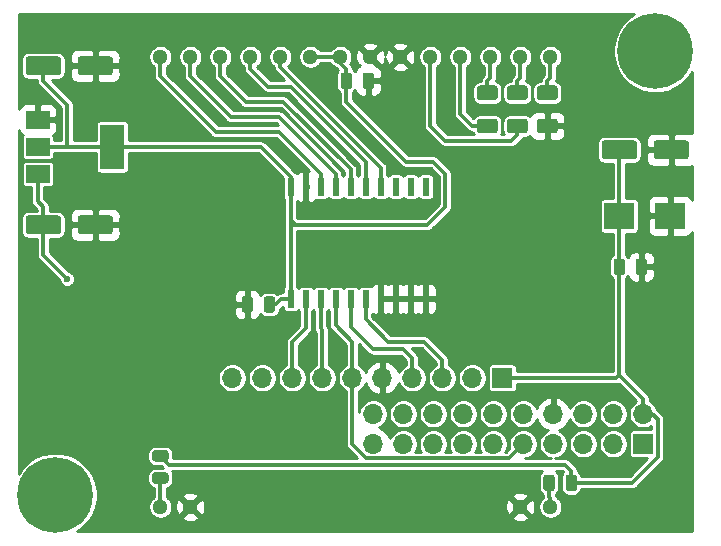
<source format=gtl>
G04 #@! TF.GenerationSoftware,KiCad,Pcbnew,(5.1.6-0-10_14)*
G04 #@! TF.CreationDate,2021-08-09T12:52:48+02:00*
G04 #@! TF.ProjectId,dogs102,646f6773-3130-4322-9e6b-696361645f70,rev?*
G04 #@! TF.SameCoordinates,Original*
G04 #@! TF.FileFunction,Copper,L1,Top*
G04 #@! TF.FilePolarity,Positive*
%FSLAX46Y46*%
G04 Gerber Fmt 4.6, Leading zero omitted, Abs format (unit mm)*
G04 Created by KiCad (PCBNEW (5.1.6-0-10_14)) date 2021-08-09 12:52:48*
%MOMM*%
%LPD*%
G01*
G04 APERTURE LIST*
G04 #@! TA.AperFunction,SMDPad,CuDef*
%ADD10R,0.600000X1.500000*%
G04 #@! TD*
G04 #@! TA.AperFunction,ComponentPad*
%ADD11O,1.700000X1.700000*%
G04 #@! TD*
G04 #@! TA.AperFunction,ComponentPad*
%ADD12R,1.700000X1.700000*%
G04 #@! TD*
G04 #@! TA.AperFunction,ComponentPad*
%ADD13C,0.800000*%
G04 #@! TD*
G04 #@! TA.AperFunction,ComponentPad*
%ADD14C,6.400000*%
G04 #@! TD*
G04 #@! TA.AperFunction,SMDPad,CuDef*
%ADD15R,2.500000X2.300000*%
G04 #@! TD*
G04 #@! TA.AperFunction,SMDPad,CuDef*
%ADD16R,2.000000X1.500000*%
G04 #@! TD*
G04 #@! TA.AperFunction,SMDPad,CuDef*
%ADD17R,2.000000X3.800000*%
G04 #@! TD*
G04 #@! TA.AperFunction,ComponentPad*
%ADD18C,1.280000*%
G04 #@! TD*
G04 #@! TA.AperFunction,ViaPad*
%ADD19C,0.600000*%
G04 #@! TD*
G04 #@! TA.AperFunction,Conductor*
%ADD20C,0.350000*%
G04 #@! TD*
G04 #@! TA.AperFunction,Conductor*
%ADD21C,0.254000*%
G04 #@! TD*
G04 APERTURE END LIST*
D10*
X141605000Y-97358000D03*
X142875000Y-97358000D03*
X144145000Y-97358000D03*
X145415000Y-97358000D03*
X146685000Y-97358000D03*
X147955000Y-97358000D03*
X149225000Y-97358000D03*
X150495000Y-97358000D03*
X151765000Y-97358000D03*
X153035000Y-97358000D03*
X153035000Y-106858000D03*
X151765000Y-106858000D03*
X150495000Y-106858000D03*
X149225000Y-106858000D03*
X141605000Y-106858000D03*
X142875000Y-106858000D03*
X144145000Y-106858000D03*
X145415000Y-106858000D03*
X146685000Y-106858000D03*
X147955000Y-106858000D03*
D11*
X148590000Y-116586000D03*
X148590000Y-119126000D03*
X151130000Y-116586000D03*
X151130000Y-119126000D03*
X153670000Y-116586000D03*
X153670000Y-119126000D03*
X156210000Y-116586000D03*
X156210000Y-119126000D03*
X158750000Y-116586000D03*
X158750000Y-119126000D03*
X161290000Y-116586000D03*
X161290000Y-119126000D03*
X163830000Y-116586000D03*
X163830000Y-119126000D03*
X166370000Y-116586000D03*
X166370000Y-119126000D03*
X168910000Y-116586000D03*
X168910000Y-119126000D03*
X171450000Y-116586000D03*
D12*
X171450000Y-119126000D03*
D13*
X174163056Y-84154944D03*
X172466000Y-83452000D03*
X170768944Y-84154944D03*
X170066000Y-85852000D03*
X170768944Y-87549056D03*
X172466000Y-88252000D03*
X174163056Y-87549056D03*
X174866000Y-85852000D03*
D14*
X172466000Y-85852000D03*
D13*
X123363056Y-121746944D03*
X121666000Y-121044000D03*
X119968944Y-121746944D03*
X119266000Y-123444000D03*
X119968944Y-125141056D03*
X121666000Y-125844000D03*
X123363056Y-125141056D03*
X124066000Y-123444000D03*
D14*
X121666000Y-123444000D03*
G04 #@! TA.AperFunction,SMDPad,CuDef*
G36*
G01*
X164866500Y-122884250D02*
X164866500Y-121971750D01*
G75*
G02*
X165110250Y-121728000I243750J0D01*
G01*
X165597750Y-121728000D01*
G75*
G02*
X165841500Y-121971750I0J-243750D01*
G01*
X165841500Y-122884250D01*
G75*
G02*
X165597750Y-123128000I-243750J0D01*
G01*
X165110250Y-123128000D01*
G75*
G02*
X164866500Y-122884250I0J243750D01*
G01*
G37*
G04 #@! TD.AperFunction*
G04 #@! TA.AperFunction,SMDPad,CuDef*
G36*
G01*
X162991500Y-122884250D02*
X162991500Y-121971750D01*
G75*
G02*
X163235250Y-121728000I243750J0D01*
G01*
X163722750Y-121728000D01*
G75*
G02*
X163966500Y-121971750I0J-243750D01*
G01*
X163966500Y-122884250D01*
G75*
G02*
X163722750Y-123128000I-243750J0D01*
G01*
X163235250Y-123128000D01*
G75*
G02*
X162991500Y-122884250I0J243750D01*
G01*
G37*
G04 #@! TD.AperFunction*
G04 #@! TA.AperFunction,SMDPad,CuDef*
G36*
G01*
X131012250Y-120629500D02*
X130099750Y-120629500D01*
G75*
G02*
X129856000Y-120385750I0J243750D01*
G01*
X129856000Y-119898250D01*
G75*
G02*
X130099750Y-119654500I243750J0D01*
G01*
X131012250Y-119654500D01*
G75*
G02*
X131256000Y-119898250I0J-243750D01*
G01*
X131256000Y-120385750D01*
G75*
G02*
X131012250Y-120629500I-243750J0D01*
G01*
G37*
G04 #@! TD.AperFunction*
G04 #@! TA.AperFunction,SMDPad,CuDef*
G36*
G01*
X131012250Y-122504500D02*
X130099750Y-122504500D01*
G75*
G02*
X129856000Y-122260750I0J243750D01*
G01*
X129856000Y-121773250D01*
G75*
G02*
X130099750Y-121529500I243750J0D01*
G01*
X131012250Y-121529500D01*
G75*
G02*
X131256000Y-121773250I0J-243750D01*
G01*
X131256000Y-122260750D01*
G75*
G02*
X131012250Y-122504500I-243750J0D01*
G01*
G37*
G04 #@! TD.AperFunction*
D11*
X136652000Y-113538000D03*
X139192000Y-113538000D03*
X141732000Y-113538000D03*
X144272000Y-113538000D03*
X146812000Y-113538000D03*
X149352000Y-113538000D03*
X151892000Y-113538000D03*
X154432000Y-113538000D03*
X156972000Y-113538000D03*
D12*
X159512000Y-113538000D03*
D15*
X173718000Y-99822000D03*
X169418000Y-99822000D03*
G04 #@! TA.AperFunction,SMDPad,CuDef*
G36*
G01*
X170805500Y-104596250D02*
X170805500Y-103683750D01*
G75*
G02*
X171049250Y-103440000I243750J0D01*
G01*
X171536750Y-103440000D01*
G75*
G02*
X171780500Y-103683750I0J-243750D01*
G01*
X171780500Y-104596250D01*
G75*
G02*
X171536750Y-104840000I-243750J0D01*
G01*
X171049250Y-104840000D01*
G75*
G02*
X170805500Y-104596250I0J243750D01*
G01*
G37*
G04 #@! TD.AperFunction*
G04 #@! TA.AperFunction,SMDPad,CuDef*
G36*
G01*
X168930500Y-104596250D02*
X168930500Y-103683750D01*
G75*
G02*
X169174250Y-103440000I243750J0D01*
G01*
X169661750Y-103440000D01*
G75*
G02*
X169905500Y-103683750I0J-243750D01*
G01*
X169905500Y-104596250D01*
G75*
G02*
X169661750Y-104840000I-243750J0D01*
G01*
X169174250Y-104840000D01*
G75*
G02*
X168930500Y-104596250I0J243750D01*
G01*
G37*
G04 #@! TD.AperFunction*
G04 #@! TA.AperFunction,SMDPad,CuDef*
G36*
G01*
X172318000Y-94784000D02*
X172318000Y-93684000D01*
G75*
G02*
X172568000Y-93434000I250000J0D01*
G01*
X175068000Y-93434000D01*
G75*
G02*
X175318000Y-93684000I0J-250000D01*
G01*
X175318000Y-94784000D01*
G75*
G02*
X175068000Y-95034000I-250000J0D01*
G01*
X172568000Y-95034000D01*
G75*
G02*
X172318000Y-94784000I0J250000D01*
G01*
G37*
G04 #@! TD.AperFunction*
G04 #@! TA.AperFunction,SMDPad,CuDef*
G36*
G01*
X167918000Y-94784000D02*
X167918000Y-93684000D01*
G75*
G02*
X168168000Y-93434000I250000J0D01*
G01*
X170668000Y-93434000D01*
G75*
G02*
X170918000Y-93684000I0J-250000D01*
G01*
X170918000Y-94784000D01*
G75*
G02*
X170668000Y-95034000I-250000J0D01*
G01*
X168168000Y-95034000D01*
G75*
G02*
X167918000Y-94784000I0J250000D01*
G01*
G37*
G04 #@! TD.AperFunction*
G04 #@! TA.AperFunction,SMDPad,CuDef*
G36*
G01*
X163947000Y-90033000D02*
X162697000Y-90033000D01*
G75*
G02*
X162447000Y-89783000I0J250000D01*
G01*
X162447000Y-89033000D01*
G75*
G02*
X162697000Y-88783000I250000J0D01*
G01*
X163947000Y-88783000D01*
G75*
G02*
X164197000Y-89033000I0J-250000D01*
G01*
X164197000Y-89783000D01*
G75*
G02*
X163947000Y-90033000I-250000J0D01*
G01*
G37*
G04 #@! TD.AperFunction*
G04 #@! TA.AperFunction,SMDPad,CuDef*
G36*
G01*
X163947000Y-92833000D02*
X162697000Y-92833000D01*
G75*
G02*
X162447000Y-92583000I0J250000D01*
G01*
X162447000Y-91833000D01*
G75*
G02*
X162697000Y-91583000I250000J0D01*
G01*
X163947000Y-91583000D01*
G75*
G02*
X164197000Y-91833000I0J-250000D01*
G01*
X164197000Y-92583000D01*
G75*
G02*
X163947000Y-92833000I-250000J0D01*
G01*
G37*
G04 #@! TD.AperFunction*
G04 #@! TA.AperFunction,SMDPad,CuDef*
G36*
G01*
X158867000Y-90033000D02*
X157617000Y-90033000D01*
G75*
G02*
X157367000Y-89783000I0J250000D01*
G01*
X157367000Y-89033000D01*
G75*
G02*
X157617000Y-88783000I250000J0D01*
G01*
X158867000Y-88783000D01*
G75*
G02*
X159117000Y-89033000I0J-250000D01*
G01*
X159117000Y-89783000D01*
G75*
G02*
X158867000Y-90033000I-250000J0D01*
G01*
G37*
G04 #@! TD.AperFunction*
G04 #@! TA.AperFunction,SMDPad,CuDef*
G36*
G01*
X158867000Y-92833000D02*
X157617000Y-92833000D01*
G75*
G02*
X157367000Y-92583000I0J250000D01*
G01*
X157367000Y-91833000D01*
G75*
G02*
X157617000Y-91583000I250000J0D01*
G01*
X158867000Y-91583000D01*
G75*
G02*
X159117000Y-91833000I0J-250000D01*
G01*
X159117000Y-92583000D01*
G75*
G02*
X158867000Y-92833000I-250000J0D01*
G01*
G37*
G04 #@! TD.AperFunction*
G04 #@! TA.AperFunction,SMDPad,CuDef*
G36*
G01*
X160157000Y-91583000D02*
X161407000Y-91583000D01*
G75*
G02*
X161657000Y-91833000I0J-250000D01*
G01*
X161657000Y-92583000D01*
G75*
G02*
X161407000Y-92833000I-250000J0D01*
G01*
X160157000Y-92833000D01*
G75*
G02*
X159907000Y-92583000I0J250000D01*
G01*
X159907000Y-91833000D01*
G75*
G02*
X160157000Y-91583000I250000J0D01*
G01*
G37*
G04 #@! TD.AperFunction*
G04 #@! TA.AperFunction,SMDPad,CuDef*
G36*
G01*
X160157000Y-88783000D02*
X161407000Y-88783000D01*
G75*
G02*
X161657000Y-89033000I0J-250000D01*
G01*
X161657000Y-89783000D01*
G75*
G02*
X161407000Y-90033000I-250000J0D01*
G01*
X160157000Y-90033000D01*
G75*
G02*
X159907000Y-89783000I0J250000D01*
G01*
X159907000Y-89033000D01*
G75*
G02*
X160157000Y-88783000I250000J0D01*
G01*
G37*
G04 #@! TD.AperFunction*
D16*
X120192000Y-91680000D03*
X120192000Y-96280000D03*
X120192000Y-93980000D03*
D17*
X126492000Y-93980000D03*
D18*
X163576000Y-86360000D03*
X161036000Y-86360000D03*
X158496000Y-86360000D03*
X155956000Y-86360000D03*
X153416000Y-86360000D03*
X150876000Y-86360000D03*
X148336000Y-86360000D03*
X145796000Y-86360000D03*
X143256000Y-86360000D03*
X140716000Y-86360000D03*
X138176000Y-86360000D03*
X135636000Y-86360000D03*
X133096000Y-86360000D03*
X130556000Y-86360000D03*
X161036000Y-124460000D03*
X163576000Y-124460000D03*
X133096000Y-124460000D03*
X130556000Y-124460000D03*
G04 #@! TA.AperFunction,SMDPad,CuDef*
G36*
G01*
X123550000Y-87672000D02*
X123550000Y-86572000D01*
G75*
G02*
X123800000Y-86322000I250000J0D01*
G01*
X126300000Y-86322000D01*
G75*
G02*
X126550000Y-86572000I0J-250000D01*
G01*
X126550000Y-87672000D01*
G75*
G02*
X126300000Y-87922000I-250000J0D01*
G01*
X123800000Y-87922000D01*
G75*
G02*
X123550000Y-87672000I0J250000D01*
G01*
G37*
G04 #@! TD.AperFunction*
G04 #@! TA.AperFunction,SMDPad,CuDef*
G36*
G01*
X119150000Y-87672000D02*
X119150000Y-86572000D01*
G75*
G02*
X119400000Y-86322000I250000J0D01*
G01*
X121900000Y-86322000D01*
G75*
G02*
X122150000Y-86572000I0J-250000D01*
G01*
X122150000Y-87672000D01*
G75*
G02*
X121900000Y-87922000I-250000J0D01*
G01*
X119400000Y-87922000D01*
G75*
G02*
X119150000Y-87672000I0J250000D01*
G01*
G37*
G04 #@! TD.AperFunction*
G04 #@! TA.AperFunction,SMDPad,CuDef*
G36*
G01*
X123550000Y-101134000D02*
X123550000Y-100034000D01*
G75*
G02*
X123800000Y-99784000I250000J0D01*
G01*
X126300000Y-99784000D01*
G75*
G02*
X126550000Y-100034000I0J-250000D01*
G01*
X126550000Y-101134000D01*
G75*
G02*
X126300000Y-101384000I-250000J0D01*
G01*
X123800000Y-101384000D01*
G75*
G02*
X123550000Y-101134000I0J250000D01*
G01*
G37*
G04 #@! TD.AperFunction*
G04 #@! TA.AperFunction,SMDPad,CuDef*
G36*
G01*
X119150000Y-101134000D02*
X119150000Y-100034000D01*
G75*
G02*
X119400000Y-99784000I250000J0D01*
G01*
X121900000Y-99784000D01*
G75*
G02*
X122150000Y-100034000I0J-250000D01*
G01*
X122150000Y-101134000D01*
G75*
G02*
X121900000Y-101384000I-250000J0D01*
G01*
X119400000Y-101384000D01*
G75*
G02*
X119150000Y-101134000I0J250000D01*
G01*
G37*
G04 #@! TD.AperFunction*
G04 #@! TA.AperFunction,SMDPad,CuDef*
G36*
G01*
X139309500Y-107771250D02*
X139309500Y-106858750D01*
G75*
G02*
X139553250Y-106615000I243750J0D01*
G01*
X140040750Y-106615000D01*
G75*
G02*
X140284500Y-106858750I0J-243750D01*
G01*
X140284500Y-107771250D01*
G75*
G02*
X140040750Y-108015000I-243750J0D01*
G01*
X139553250Y-108015000D01*
G75*
G02*
X139309500Y-107771250I0J243750D01*
G01*
G37*
G04 #@! TD.AperFunction*
G04 #@! TA.AperFunction,SMDPad,CuDef*
G36*
G01*
X137434500Y-107771250D02*
X137434500Y-106858750D01*
G75*
G02*
X137678250Y-106615000I243750J0D01*
G01*
X138165750Y-106615000D01*
G75*
G02*
X138409500Y-106858750I0J-243750D01*
G01*
X138409500Y-107771250D01*
G75*
G02*
X138165750Y-108015000I-243750J0D01*
G01*
X137678250Y-108015000D01*
G75*
G02*
X137434500Y-107771250I0J243750D01*
G01*
G37*
G04 #@! TD.AperFunction*
G04 #@! TA.AperFunction,SMDPad,CuDef*
G36*
G01*
X146791500Y-87935750D02*
X146791500Y-88848250D01*
G75*
G02*
X146547750Y-89092000I-243750J0D01*
G01*
X146060250Y-89092000D01*
G75*
G02*
X145816500Y-88848250I0J243750D01*
G01*
X145816500Y-87935750D01*
G75*
G02*
X146060250Y-87692000I243750J0D01*
G01*
X146547750Y-87692000D01*
G75*
G02*
X146791500Y-87935750I0J-243750D01*
G01*
G37*
G04 #@! TD.AperFunction*
G04 #@! TA.AperFunction,SMDPad,CuDef*
G36*
G01*
X148666500Y-87935750D02*
X148666500Y-88848250D01*
G75*
G02*
X148422750Y-89092000I-243750J0D01*
G01*
X147935250Y-89092000D01*
G75*
G02*
X147691500Y-88848250I0J243750D01*
G01*
X147691500Y-87935750D01*
G75*
G02*
X147935250Y-87692000I243750J0D01*
G01*
X148422750Y-87692000D01*
G75*
G02*
X148666500Y-87935750I0J-243750D01*
G01*
G37*
G04 #@! TD.AperFunction*
D19*
X122682000Y-105156000D03*
D20*
X141605000Y-98137500D02*
X141605000Y-99125000D01*
X145796000Y-86360000D02*
X145796000Y-86868000D01*
X146304000Y-87376000D02*
X146304000Y-88392000D01*
X145796000Y-86868000D02*
X146304000Y-87376000D01*
X143256000Y-86360000D02*
X145796000Y-86360000D01*
X146304000Y-90170000D02*
X146304000Y-88392000D01*
X151384000Y-95250000D02*
X146304000Y-90170000D01*
X154686000Y-96266000D02*
X153670000Y-95250000D01*
X153162000Y-100584000D02*
X154686000Y-99060000D01*
X141986000Y-100584000D02*
X153162000Y-100584000D01*
X141605000Y-98645500D02*
X141605000Y-100203000D01*
X154686000Y-99060000D02*
X154686000Y-96266000D01*
X153670000Y-95250000D02*
X151384000Y-95250000D01*
X141605000Y-100203000D02*
X141986000Y-100584000D01*
X141605000Y-97155000D02*
X141605000Y-98645500D01*
X120650000Y-87122000D02*
X120650000Y-88392000D01*
X120650000Y-88392000D02*
X122682000Y-90424000D01*
X122682000Y-90424000D02*
X122682000Y-93980000D01*
X122682000Y-93980000D02*
X126492000Y-93980000D01*
X120192000Y-93980000D02*
X122682000Y-93980000D01*
X141605000Y-96520000D02*
X141605000Y-97358000D01*
X139065000Y-93980000D02*
X141605000Y-96520000D01*
X126492000Y-93980000D02*
X139065000Y-93980000D01*
X141605000Y-106858000D02*
X140792000Y-106858000D01*
X140335000Y-107315000D02*
X139797000Y-107315000D01*
X140792000Y-106858000D02*
X140335000Y-107315000D01*
X141859000Y-100584000D02*
X141605000Y-100330000D01*
X141605000Y-100330000D02*
X141605000Y-100203000D01*
X141986000Y-100584000D02*
X141859000Y-100584000D01*
X141605000Y-106858000D02*
X141605000Y-100330000D01*
X160782000Y-92208000D02*
X160782000Y-92964000D01*
X160782000Y-92964000D02*
X160274000Y-93472000D01*
X160274000Y-93472000D02*
X154686000Y-93472000D01*
X153416000Y-92202000D02*
X153416000Y-86360000D01*
X154686000Y-93472000D02*
X153416000Y-92202000D01*
X158242000Y-92208000D02*
X156978000Y-92208000D01*
X155956000Y-91186000D02*
X155956000Y-86360000D01*
X156978000Y-92208000D02*
X155956000Y-91186000D01*
X158496000Y-86360000D02*
X158496000Y-88138000D01*
X158242000Y-88392000D02*
X158242000Y-89408000D01*
X158496000Y-88138000D02*
X158242000Y-88392000D01*
X163576000Y-86360000D02*
X163576000Y-88138000D01*
X163322000Y-88392000D02*
X163322000Y-89408000D01*
X163576000Y-88138000D02*
X163322000Y-88392000D01*
X161036000Y-86360000D02*
X161036000Y-88138000D01*
X160782000Y-88392000D02*
X160782000Y-89408000D01*
X161036000Y-88138000D02*
X160782000Y-88392000D01*
X154432000Y-113538000D02*
X154432000Y-112014000D01*
X154432000Y-112014000D02*
X153670000Y-111252000D01*
X147955000Y-106858000D02*
X147955000Y-108585000D01*
X147955000Y-108585000D02*
X149860000Y-110490000D01*
X152908000Y-110490000D02*
X153670000Y-111252000D01*
X149860000Y-110490000D02*
X152908000Y-110490000D01*
X151892000Y-113538000D02*
X151892000Y-112014000D01*
X146685000Y-106858000D02*
X146685000Y-109220000D01*
X146685000Y-109220000D02*
X148590000Y-111125000D01*
X148590000Y-111125000D02*
X151130000Y-111125000D01*
X151892000Y-111887000D02*
X151892000Y-113538000D01*
X151130000Y-111125000D02*
X151892000Y-111887000D01*
X120192000Y-96280000D02*
X120192000Y-98602000D01*
X120650000Y-99060000D02*
X120650000Y-100584000D01*
X120192000Y-98602000D02*
X120650000Y-99060000D01*
X120650000Y-100584000D02*
X120650000Y-103124000D01*
X120650000Y-103124000D02*
X122682000Y-105156000D01*
X140716000Y-87233169D02*
X140716000Y-86360000D01*
X149225000Y-95742169D02*
X140716000Y-87233169D01*
X149225000Y-97358000D02*
X149225000Y-95742169D01*
X138176000Y-87376000D02*
X138176000Y-86360000D01*
X139700000Y-88900000D02*
X138176000Y-87376000D01*
X141605000Y-88900000D02*
X139700000Y-88900000D01*
X147955000Y-95250000D02*
X141605000Y-88900000D01*
X147955000Y-97358000D02*
X147955000Y-95250000D01*
X135636000Y-88011000D02*
X135636000Y-86360000D01*
X140970000Y-90170000D02*
X137795000Y-90170000D01*
X146685000Y-95885000D02*
X140970000Y-90170000D01*
X137795000Y-90170000D02*
X135636000Y-88011000D01*
X146685000Y-97358000D02*
X146685000Y-95885000D01*
X145415000Y-96258000D02*
X140597000Y-91440000D01*
X145415000Y-97358000D02*
X145415000Y-96258000D01*
X140597000Y-91440000D02*
X136525000Y-91440000D01*
X133096000Y-88011000D02*
X133096000Y-86360000D01*
X136525000Y-91440000D02*
X133096000Y-88011000D01*
X144145000Y-96258000D02*
X140597000Y-92710000D01*
X144145000Y-97358000D02*
X144145000Y-96258000D01*
X140597000Y-92710000D02*
X135255000Y-92710000D01*
X130556000Y-88011000D02*
X130556000Y-86360000D01*
X135255000Y-92710000D02*
X130556000Y-88011000D01*
X163576000Y-124460000D02*
X163576000Y-123698000D01*
X163479000Y-123601000D02*
X163479000Y-122428000D01*
X163576000Y-123698000D02*
X163479000Y-123601000D01*
X130556000Y-122017000D02*
X130556000Y-124460000D01*
X171450000Y-116586000D02*
X171450000Y-115316000D01*
X169418000Y-113284000D02*
X169418000Y-104140000D01*
X171450000Y-115316000D02*
X169418000Y-113284000D01*
X169418000Y-104140000D02*
X169418000Y-99822000D01*
X169418000Y-99822000D02*
X169418000Y-94234000D01*
X169164000Y-113538000D02*
X169418000Y-113284000D01*
X159512000Y-113538000D02*
X169164000Y-113538000D01*
X170523002Y-122428000D02*
X172675001Y-120276001D01*
X165354000Y-122428000D02*
X170523002Y-122428000D01*
X172212000Y-116586000D02*
X172675001Y-117049001D01*
X171450000Y-116586000D02*
X172212000Y-116586000D01*
X172675001Y-120276001D02*
X172675001Y-117049001D01*
X130556000Y-120142000D02*
X131318000Y-120904000D01*
X131318000Y-120904000D02*
X164846000Y-120904000D01*
X165354000Y-121412000D02*
X165354000Y-122428000D01*
X164846000Y-120904000D02*
X165354000Y-121412000D01*
X141732000Y-113538000D02*
X141732000Y-110490000D01*
X141732000Y-110490000D02*
X142875000Y-109347000D01*
X142875000Y-106858000D02*
X142875000Y-109347000D01*
X144272000Y-113538000D02*
X144272000Y-109474000D01*
X144272000Y-109474000D02*
X144145000Y-109347000D01*
X144145000Y-106858000D02*
X144145000Y-109220000D01*
X146812000Y-113538000D02*
X146812000Y-110490000D01*
X146812000Y-110490000D02*
X145415000Y-109093000D01*
X148001999Y-120351001D02*
X146812000Y-119161002D01*
X160064999Y-120351001D02*
X148001999Y-120351001D01*
X146812000Y-119161002D02*
X146812000Y-113538000D01*
X161290000Y-119126000D02*
X160064999Y-120351001D01*
X145415000Y-106858000D02*
X145415000Y-109093000D01*
D21*
G36*
X170183246Y-83070456D02*
G01*
X169684456Y-83569246D01*
X169292559Y-84155760D01*
X169022616Y-84807461D01*
X168885000Y-85499302D01*
X168885000Y-86204698D01*
X169022616Y-86896539D01*
X169292559Y-87548240D01*
X169684456Y-88134754D01*
X170183246Y-88633544D01*
X170769760Y-89025441D01*
X171421461Y-89295384D01*
X172113302Y-89433000D01*
X172818698Y-89433000D01*
X173510539Y-89295384D01*
X174162240Y-89025441D01*
X174748754Y-88633544D01*
X175247544Y-88134754D01*
X175566001Y-87658151D01*
X175566001Y-92846540D01*
X175562180Y-92844498D01*
X175442482Y-92808188D01*
X175318000Y-92795928D01*
X174103750Y-92799000D01*
X173945000Y-92957750D01*
X173945000Y-94107000D01*
X173965000Y-94107000D01*
X173965000Y-94361000D01*
X173945000Y-94361000D01*
X173945000Y-95510250D01*
X174103750Y-95669000D01*
X175318000Y-95672072D01*
X175442482Y-95659812D01*
X175562180Y-95623502D01*
X175566001Y-95621460D01*
X175566001Y-98455836D01*
X175557502Y-98427820D01*
X175498537Y-98317506D01*
X175419185Y-98220815D01*
X175322494Y-98141463D01*
X175212180Y-98082498D01*
X175092482Y-98046188D01*
X174968000Y-98033928D01*
X174003750Y-98037000D01*
X173845000Y-98195750D01*
X173845000Y-99695000D01*
X173865000Y-99695000D01*
X173865000Y-99949000D01*
X173845000Y-99949000D01*
X173845000Y-101448250D01*
X174003750Y-101607000D01*
X174968000Y-101610072D01*
X175092482Y-101597812D01*
X175212180Y-101561502D01*
X175322494Y-101502537D01*
X175419185Y-101423185D01*
X175498537Y-101326494D01*
X175557502Y-101216180D01*
X175566001Y-101188164D01*
X175566000Y-126544000D01*
X123472152Y-126544000D01*
X123948754Y-126225544D01*
X124447544Y-125726754D01*
X124839441Y-125140240D01*
X125109384Y-124488539D01*
X125247000Y-123796698D01*
X125247000Y-123091302D01*
X125109384Y-122399461D01*
X124839441Y-121747760D01*
X124447544Y-121161246D01*
X123948754Y-120662456D01*
X123362240Y-120270559D01*
X122710539Y-120000616D01*
X122018698Y-119863000D01*
X121313302Y-119863000D01*
X120621461Y-120000616D01*
X119969760Y-120270559D01*
X119383246Y-120662456D01*
X118884456Y-121161246D01*
X118566000Y-121637848D01*
X118566000Y-113416757D01*
X135421000Y-113416757D01*
X135421000Y-113659243D01*
X135468307Y-113897069D01*
X135561102Y-114121097D01*
X135695820Y-114322717D01*
X135867283Y-114494180D01*
X136068903Y-114628898D01*
X136292931Y-114721693D01*
X136530757Y-114769000D01*
X136773243Y-114769000D01*
X137011069Y-114721693D01*
X137235097Y-114628898D01*
X137436717Y-114494180D01*
X137608180Y-114322717D01*
X137742898Y-114121097D01*
X137835693Y-113897069D01*
X137883000Y-113659243D01*
X137883000Y-113416757D01*
X137961000Y-113416757D01*
X137961000Y-113659243D01*
X138008307Y-113897069D01*
X138101102Y-114121097D01*
X138235820Y-114322717D01*
X138407283Y-114494180D01*
X138608903Y-114628898D01*
X138832931Y-114721693D01*
X139070757Y-114769000D01*
X139313243Y-114769000D01*
X139551069Y-114721693D01*
X139775097Y-114628898D01*
X139976717Y-114494180D01*
X140148180Y-114322717D01*
X140282898Y-114121097D01*
X140375693Y-113897069D01*
X140423000Y-113659243D01*
X140423000Y-113416757D01*
X140375693Y-113178931D01*
X140282898Y-112954903D01*
X140148180Y-112753283D01*
X139976717Y-112581820D01*
X139775097Y-112447102D01*
X139551069Y-112354307D01*
X139313243Y-112307000D01*
X139070757Y-112307000D01*
X138832931Y-112354307D01*
X138608903Y-112447102D01*
X138407283Y-112581820D01*
X138235820Y-112753283D01*
X138101102Y-112954903D01*
X138008307Y-113178931D01*
X137961000Y-113416757D01*
X137883000Y-113416757D01*
X137835693Y-113178931D01*
X137742898Y-112954903D01*
X137608180Y-112753283D01*
X137436717Y-112581820D01*
X137235097Y-112447102D01*
X137011069Y-112354307D01*
X136773243Y-112307000D01*
X136530757Y-112307000D01*
X136292931Y-112354307D01*
X136068903Y-112447102D01*
X135867283Y-112581820D01*
X135695820Y-112753283D01*
X135561102Y-112954903D01*
X135468307Y-113178931D01*
X135421000Y-113416757D01*
X118566000Y-113416757D01*
X118566000Y-108015000D01*
X136796428Y-108015000D01*
X136808688Y-108139482D01*
X136844998Y-108259180D01*
X136903963Y-108369494D01*
X136983315Y-108466185D01*
X137080006Y-108545537D01*
X137190320Y-108604502D01*
X137310018Y-108640812D01*
X137434500Y-108653072D01*
X137636250Y-108650000D01*
X137795000Y-108491250D01*
X137795000Y-107442000D01*
X136958250Y-107442000D01*
X136799500Y-107600750D01*
X136796428Y-108015000D01*
X118566000Y-108015000D01*
X118566000Y-106615000D01*
X136796428Y-106615000D01*
X136799500Y-107029250D01*
X136958250Y-107188000D01*
X137795000Y-107188000D01*
X137795000Y-106138750D01*
X137636250Y-105980000D01*
X137434500Y-105976928D01*
X137310018Y-105989188D01*
X137190320Y-106025498D01*
X137080006Y-106084463D01*
X136983315Y-106163815D01*
X136903963Y-106260506D01*
X136844998Y-106370820D01*
X136808688Y-106490518D01*
X136796428Y-106615000D01*
X118566000Y-106615000D01*
X118566000Y-100034000D01*
X118767157Y-100034000D01*
X118767157Y-101134000D01*
X118779317Y-101257462D01*
X118815329Y-101376179D01*
X118873810Y-101485589D01*
X118952512Y-101581488D01*
X119048411Y-101660190D01*
X119157821Y-101718671D01*
X119276538Y-101754683D01*
X119400000Y-101766843D01*
X120094000Y-101766843D01*
X120094001Y-103096686D01*
X120091311Y-103124000D01*
X120102045Y-103232994D01*
X120127079Y-103315518D01*
X120133839Y-103337801D01*
X120185467Y-103434392D01*
X120254948Y-103519053D01*
X120276163Y-103536464D01*
X122010493Y-105270795D01*
X122027171Y-105354640D01*
X122078506Y-105478574D01*
X122153033Y-105590112D01*
X122247888Y-105684967D01*
X122359426Y-105759494D01*
X122483360Y-105810829D01*
X122614927Y-105837000D01*
X122749073Y-105837000D01*
X122880640Y-105810829D01*
X123004574Y-105759494D01*
X123116112Y-105684967D01*
X123210967Y-105590112D01*
X123285494Y-105478574D01*
X123336829Y-105354640D01*
X123363000Y-105223073D01*
X123363000Y-105088927D01*
X123336829Y-104957360D01*
X123285494Y-104833426D01*
X123210967Y-104721888D01*
X123116112Y-104627033D01*
X123004574Y-104552506D01*
X122880640Y-104501171D01*
X122796795Y-104484493D01*
X121206000Y-102893699D01*
X121206000Y-101766843D01*
X121900000Y-101766843D01*
X122023462Y-101754683D01*
X122142179Y-101718671D01*
X122251589Y-101660190D01*
X122347488Y-101581488D01*
X122426190Y-101485589D01*
X122480490Y-101384000D01*
X122911928Y-101384000D01*
X122924188Y-101508482D01*
X122960498Y-101628180D01*
X123019463Y-101738494D01*
X123098815Y-101835185D01*
X123195506Y-101914537D01*
X123305820Y-101973502D01*
X123425518Y-102009812D01*
X123550000Y-102022072D01*
X124764250Y-102019000D01*
X124923000Y-101860250D01*
X124923000Y-100711000D01*
X125177000Y-100711000D01*
X125177000Y-101860250D01*
X125335750Y-102019000D01*
X126550000Y-102022072D01*
X126674482Y-102009812D01*
X126794180Y-101973502D01*
X126904494Y-101914537D01*
X127001185Y-101835185D01*
X127080537Y-101738494D01*
X127139502Y-101628180D01*
X127175812Y-101508482D01*
X127188072Y-101384000D01*
X127185000Y-100869750D01*
X127026250Y-100711000D01*
X125177000Y-100711000D01*
X124923000Y-100711000D01*
X123073750Y-100711000D01*
X122915000Y-100869750D01*
X122911928Y-101384000D01*
X122480490Y-101384000D01*
X122484671Y-101376179D01*
X122520683Y-101257462D01*
X122532843Y-101134000D01*
X122532843Y-100034000D01*
X122520683Y-99910538D01*
X122484671Y-99791821D01*
X122480491Y-99784000D01*
X122911928Y-99784000D01*
X122915000Y-100298250D01*
X123073750Y-100457000D01*
X124923000Y-100457000D01*
X124923000Y-99307750D01*
X125177000Y-99307750D01*
X125177000Y-100457000D01*
X127026250Y-100457000D01*
X127185000Y-100298250D01*
X127188072Y-99784000D01*
X127175812Y-99659518D01*
X127139502Y-99539820D01*
X127080537Y-99429506D01*
X127001185Y-99332815D01*
X126904494Y-99253463D01*
X126794180Y-99194498D01*
X126674482Y-99158188D01*
X126550000Y-99145928D01*
X125335750Y-99149000D01*
X125177000Y-99307750D01*
X124923000Y-99307750D01*
X124764250Y-99149000D01*
X123550000Y-99145928D01*
X123425518Y-99158188D01*
X123305820Y-99194498D01*
X123195506Y-99253463D01*
X123098815Y-99332815D01*
X123019463Y-99429506D01*
X122960498Y-99539820D01*
X122924188Y-99659518D01*
X122911928Y-99784000D01*
X122480491Y-99784000D01*
X122426190Y-99682411D01*
X122347488Y-99586512D01*
X122251589Y-99507810D01*
X122142179Y-99449329D01*
X122023462Y-99413317D01*
X121900000Y-99401157D01*
X121206000Y-99401157D01*
X121206000Y-99087304D01*
X121208689Y-99060000D01*
X121206000Y-99032695D01*
X121206000Y-99032688D01*
X121197955Y-98951005D01*
X121166162Y-98846199D01*
X121114534Y-98749608D01*
X121071771Y-98697502D01*
X121062464Y-98686161D01*
X121062460Y-98686157D01*
X121045053Y-98664947D01*
X121023842Y-98647539D01*
X120748000Y-98371698D01*
X120748000Y-97412843D01*
X121192000Y-97412843D01*
X121266689Y-97405487D01*
X121338508Y-97383701D01*
X121404696Y-97348322D01*
X121462711Y-97300711D01*
X121510322Y-97242696D01*
X121545701Y-97176508D01*
X121567487Y-97104689D01*
X121574843Y-97030000D01*
X121574843Y-95530000D01*
X121567487Y-95455311D01*
X121545701Y-95383492D01*
X121510322Y-95317304D01*
X121462711Y-95259289D01*
X121404696Y-95211678D01*
X121338508Y-95176299D01*
X121266689Y-95154513D01*
X121192000Y-95147157D01*
X119192000Y-95147157D01*
X119117311Y-95154513D01*
X119045492Y-95176299D01*
X118979304Y-95211678D01*
X118921289Y-95259289D01*
X118873678Y-95317304D01*
X118838299Y-95383492D01*
X118816513Y-95455311D01*
X118809157Y-95530000D01*
X118809157Y-97030000D01*
X118816513Y-97104689D01*
X118838299Y-97176508D01*
X118873678Y-97242696D01*
X118921289Y-97300711D01*
X118979304Y-97348322D01*
X119045492Y-97383701D01*
X119117311Y-97405487D01*
X119192000Y-97412843D01*
X119636000Y-97412843D01*
X119636001Y-98574686D01*
X119633311Y-98602000D01*
X119644045Y-98710994D01*
X119675839Y-98815801D01*
X119727467Y-98912392D01*
X119796948Y-98997053D01*
X119818163Y-99014464D01*
X120094000Y-99290302D01*
X120094000Y-99401157D01*
X119400000Y-99401157D01*
X119276538Y-99413317D01*
X119157821Y-99449329D01*
X119048411Y-99507810D01*
X118952512Y-99586512D01*
X118873810Y-99682411D01*
X118815329Y-99791821D01*
X118779317Y-99910538D01*
X118767157Y-100034000D01*
X118566000Y-100034000D01*
X118566000Y-92552573D01*
X118566188Y-92554482D01*
X118602498Y-92674180D01*
X118661463Y-92784494D01*
X118740815Y-92881185D01*
X118837506Y-92960537D01*
X118895031Y-92991285D01*
X118873678Y-93017304D01*
X118838299Y-93083492D01*
X118816513Y-93155311D01*
X118809157Y-93230000D01*
X118809157Y-94730000D01*
X118816513Y-94804689D01*
X118838299Y-94876508D01*
X118873678Y-94942696D01*
X118921289Y-95000711D01*
X118979304Y-95048322D01*
X119045492Y-95083701D01*
X119117311Y-95105487D01*
X119192000Y-95112843D01*
X121192000Y-95112843D01*
X121266689Y-95105487D01*
X121338508Y-95083701D01*
X121404696Y-95048322D01*
X121462711Y-95000711D01*
X121510322Y-94942696D01*
X121545701Y-94876508D01*
X121567487Y-94804689D01*
X121574843Y-94730000D01*
X121574843Y-94536000D01*
X122654688Y-94536000D01*
X122682000Y-94538690D01*
X122709312Y-94536000D01*
X125109157Y-94536000D01*
X125109157Y-95880000D01*
X125116513Y-95954689D01*
X125138299Y-96026508D01*
X125173678Y-96092696D01*
X125221289Y-96150711D01*
X125279304Y-96198322D01*
X125345492Y-96233701D01*
X125417311Y-96255487D01*
X125492000Y-96262843D01*
X127492000Y-96262843D01*
X127566689Y-96255487D01*
X127638508Y-96233701D01*
X127704696Y-96198322D01*
X127762711Y-96150711D01*
X127810322Y-96092696D01*
X127845701Y-96026508D01*
X127867487Y-95954689D01*
X127874843Y-95880000D01*
X127874843Y-94536000D01*
X138834699Y-94536000D01*
X140922157Y-96623460D01*
X140922157Y-98108000D01*
X140929513Y-98182689D01*
X140951299Y-98254508D01*
X140986678Y-98320696D01*
X141034289Y-98378711D01*
X141049000Y-98390784D01*
X141049000Y-98618189D01*
X141049001Y-100175678D01*
X141049000Y-100175688D01*
X141049000Y-100175696D01*
X141046311Y-100203000D01*
X141049000Y-100230304D01*
X141049000Y-100302696D01*
X141046311Y-100330000D01*
X141049000Y-100357304D01*
X141049000Y-100357311D01*
X141049001Y-100357321D01*
X141049000Y-105825216D01*
X141034289Y-105837289D01*
X140986678Y-105895304D01*
X140951299Y-105961492D01*
X140929513Y-106033311D01*
X140922157Y-106108000D01*
X140922157Y-106302000D01*
X140819305Y-106302000D01*
X140792000Y-106299311D01*
X140764695Y-106302000D01*
X140764688Y-106302000D01*
X140683005Y-106310045D01*
X140578198Y-106341838D01*
X140481608Y-106393466D01*
X140469178Y-106403667D01*
X140388866Y-106337757D01*
X140280537Y-106279854D01*
X140162992Y-106244197D01*
X140040750Y-106232157D01*
X139553250Y-106232157D01*
X139431008Y-106244197D01*
X139313463Y-106279854D01*
X139205134Y-106337757D01*
X139110182Y-106415682D01*
X139036754Y-106505155D01*
X139035312Y-106490518D01*
X138999002Y-106370820D01*
X138940037Y-106260506D01*
X138860685Y-106163815D01*
X138763994Y-106084463D01*
X138653680Y-106025498D01*
X138533982Y-105989188D01*
X138409500Y-105976928D01*
X138207750Y-105980000D01*
X138049000Y-106138750D01*
X138049000Y-107188000D01*
X138069000Y-107188000D01*
X138069000Y-107442000D01*
X138049000Y-107442000D01*
X138049000Y-108491250D01*
X138207750Y-108650000D01*
X138409500Y-108653072D01*
X138533982Y-108640812D01*
X138653680Y-108604502D01*
X138763994Y-108545537D01*
X138860685Y-108466185D01*
X138940037Y-108369494D01*
X138999002Y-108259180D01*
X139035312Y-108139482D01*
X139036754Y-108124845D01*
X139110182Y-108214318D01*
X139205134Y-108292243D01*
X139313463Y-108350146D01*
X139431008Y-108385803D01*
X139553250Y-108397843D01*
X140040750Y-108397843D01*
X140162992Y-108385803D01*
X140280537Y-108350146D01*
X140388866Y-108292243D01*
X140483818Y-108214318D01*
X140561743Y-108119366D01*
X140619646Y-108011037D01*
X140655303Y-107893492D01*
X140667343Y-107771250D01*
X140667343Y-107761519D01*
X140730053Y-107710053D01*
X140747468Y-107688833D01*
X140922157Y-107514145D01*
X140922157Y-107608000D01*
X140929513Y-107682689D01*
X140951299Y-107754508D01*
X140986678Y-107820696D01*
X141034289Y-107878711D01*
X141092304Y-107926322D01*
X141158492Y-107961701D01*
X141230311Y-107983487D01*
X141305000Y-107990843D01*
X141905000Y-107990843D01*
X141979689Y-107983487D01*
X142051508Y-107961701D01*
X142117696Y-107926322D01*
X142175711Y-107878711D01*
X142223322Y-107820696D01*
X142240000Y-107789494D01*
X142256678Y-107820696D01*
X142304289Y-107878711D01*
X142319000Y-107890784D01*
X142319001Y-109116697D01*
X141358163Y-110077536D01*
X141336948Y-110094947D01*
X141267467Y-110179608D01*
X141215840Y-110276198D01*
X141215839Y-110276199D01*
X141184045Y-110381006D01*
X141173311Y-110490000D01*
X141176001Y-110517314D01*
X141176000Y-112435878D01*
X141148903Y-112447102D01*
X140947283Y-112581820D01*
X140775820Y-112753283D01*
X140641102Y-112954903D01*
X140548307Y-113178931D01*
X140501000Y-113416757D01*
X140501000Y-113659243D01*
X140548307Y-113897069D01*
X140641102Y-114121097D01*
X140775820Y-114322717D01*
X140947283Y-114494180D01*
X141148903Y-114628898D01*
X141372931Y-114721693D01*
X141610757Y-114769000D01*
X141853243Y-114769000D01*
X142091069Y-114721693D01*
X142315097Y-114628898D01*
X142516717Y-114494180D01*
X142688180Y-114322717D01*
X142822898Y-114121097D01*
X142915693Y-113897069D01*
X142963000Y-113659243D01*
X142963000Y-113416757D01*
X142915693Y-113178931D01*
X142822898Y-112954903D01*
X142688180Y-112753283D01*
X142516717Y-112581820D01*
X142315097Y-112447102D01*
X142288000Y-112435878D01*
X142288000Y-110720301D01*
X143248837Y-109759465D01*
X143270053Y-109742053D01*
X143339534Y-109657392D01*
X143391162Y-109560801D01*
X143422955Y-109455995D01*
X143431000Y-109374312D01*
X143431000Y-109374305D01*
X143433689Y-109347001D01*
X143431000Y-109319696D01*
X143431000Y-107890784D01*
X143445711Y-107878711D01*
X143493322Y-107820696D01*
X143510000Y-107789494D01*
X143526678Y-107820696D01*
X143574289Y-107878711D01*
X143589000Y-107890784D01*
X143589001Y-109247312D01*
X143592565Y-109283497D01*
X143586311Y-109347000D01*
X143597045Y-109455994D01*
X143628839Y-109560801D01*
X143680467Y-109657391D01*
X143716001Y-109700689D01*
X143716000Y-112435878D01*
X143688903Y-112447102D01*
X143487283Y-112581820D01*
X143315820Y-112753283D01*
X143181102Y-112954903D01*
X143088307Y-113178931D01*
X143041000Y-113416757D01*
X143041000Y-113659243D01*
X143088307Y-113897069D01*
X143181102Y-114121097D01*
X143315820Y-114322717D01*
X143487283Y-114494180D01*
X143688903Y-114628898D01*
X143912931Y-114721693D01*
X144150757Y-114769000D01*
X144393243Y-114769000D01*
X144631069Y-114721693D01*
X144855097Y-114628898D01*
X145056717Y-114494180D01*
X145228180Y-114322717D01*
X145362898Y-114121097D01*
X145455693Y-113897069D01*
X145503000Y-113659243D01*
X145503000Y-113416757D01*
X145455693Y-113178931D01*
X145362898Y-112954903D01*
X145228180Y-112753283D01*
X145056717Y-112581820D01*
X144855097Y-112447102D01*
X144828000Y-112435878D01*
X144828000Y-109501304D01*
X144830689Y-109473999D01*
X144828000Y-109446695D01*
X144828000Y-109446688D01*
X144819955Y-109365005D01*
X144788162Y-109260199D01*
X144736534Y-109163608D01*
X144701000Y-109120311D01*
X144701000Y-107890784D01*
X144715711Y-107878711D01*
X144763322Y-107820696D01*
X144780000Y-107789494D01*
X144796678Y-107820696D01*
X144844289Y-107878711D01*
X144859000Y-107890784D01*
X144859001Y-109065686D01*
X144856311Y-109093000D01*
X144867045Y-109201994D01*
X144877970Y-109238006D01*
X144898839Y-109306801D01*
X144950467Y-109403392D01*
X145019948Y-109488053D01*
X145041163Y-109505464D01*
X146256001Y-110720304D01*
X146256000Y-112435878D01*
X146228903Y-112447102D01*
X146027283Y-112581820D01*
X145855820Y-112753283D01*
X145721102Y-112954903D01*
X145628307Y-113178931D01*
X145581000Y-113416757D01*
X145581000Y-113659243D01*
X145628307Y-113897069D01*
X145721102Y-114121097D01*
X145855820Y-114322717D01*
X146027283Y-114494180D01*
X146228903Y-114628898D01*
X146256001Y-114640122D01*
X146256000Y-119133698D01*
X146253311Y-119161002D01*
X146256000Y-119188306D01*
X146256000Y-119188313D01*
X146264045Y-119269996D01*
X146295838Y-119374802D01*
X146347466Y-119471394D01*
X146416947Y-119556055D01*
X146438168Y-119573471D01*
X147212696Y-120348000D01*
X131638843Y-120348000D01*
X131638843Y-119898250D01*
X131626803Y-119776008D01*
X131591146Y-119658463D01*
X131533243Y-119550134D01*
X131455318Y-119455182D01*
X131360366Y-119377257D01*
X131252037Y-119319354D01*
X131134492Y-119283697D01*
X131012250Y-119271657D01*
X130099750Y-119271657D01*
X129977508Y-119283697D01*
X129859963Y-119319354D01*
X129751634Y-119377257D01*
X129656682Y-119455182D01*
X129578757Y-119550134D01*
X129520854Y-119658463D01*
X129485197Y-119776008D01*
X129473157Y-119898250D01*
X129473157Y-120385750D01*
X129485197Y-120507992D01*
X129520854Y-120625537D01*
X129578757Y-120733866D01*
X129656682Y-120828818D01*
X129751634Y-120906743D01*
X129859963Y-120964646D01*
X129977508Y-121000303D01*
X130099750Y-121012343D01*
X130640041Y-121012343D01*
X130774354Y-121146657D01*
X130099750Y-121146657D01*
X129977508Y-121158697D01*
X129859963Y-121194354D01*
X129751634Y-121252257D01*
X129656682Y-121330182D01*
X129578757Y-121425134D01*
X129520854Y-121533463D01*
X129485197Y-121651008D01*
X129473157Y-121773250D01*
X129473157Y-122260750D01*
X129485197Y-122382992D01*
X129520854Y-122500537D01*
X129578757Y-122608866D01*
X129656682Y-122703818D01*
X129751634Y-122781743D01*
X129859963Y-122839646D01*
X129977508Y-122875303D01*
X130000000Y-122877518D01*
X130000001Y-123603561D01*
X129905151Y-123666938D01*
X129762938Y-123809151D01*
X129651202Y-123976375D01*
X129574237Y-124162185D01*
X129535000Y-124359440D01*
X129535000Y-124560560D01*
X129574237Y-124757815D01*
X129651202Y-124943625D01*
X129762938Y-125110849D01*
X129905151Y-125253062D01*
X130072375Y-125364798D01*
X130258185Y-125441763D01*
X130455440Y-125481000D01*
X130656560Y-125481000D01*
X130853815Y-125441763D01*
X131039625Y-125364798D01*
X131079168Y-125338376D01*
X132397229Y-125338376D01*
X132449402Y-125566031D01*
X132677601Y-125670924D01*
X132921881Y-125729282D01*
X133172851Y-125738862D01*
X133420868Y-125699296D01*
X133656401Y-125612105D01*
X133742598Y-125566031D01*
X133794771Y-125338376D01*
X160337229Y-125338376D01*
X160389402Y-125566031D01*
X160617601Y-125670924D01*
X160861881Y-125729282D01*
X161112851Y-125738862D01*
X161360868Y-125699296D01*
X161596401Y-125612105D01*
X161682598Y-125566031D01*
X161734771Y-125338376D01*
X161036000Y-124639605D01*
X160337229Y-125338376D01*
X133794771Y-125338376D01*
X133096000Y-124639605D01*
X132397229Y-125338376D01*
X131079168Y-125338376D01*
X131206849Y-125253062D01*
X131349062Y-125110849D01*
X131460798Y-124943625D01*
X131537763Y-124757815D01*
X131577000Y-124560560D01*
X131577000Y-124536851D01*
X131817138Y-124536851D01*
X131856704Y-124784868D01*
X131943895Y-125020401D01*
X131989969Y-125106598D01*
X132217624Y-125158771D01*
X132916395Y-124460000D01*
X133275605Y-124460000D01*
X133974376Y-125158771D01*
X134202031Y-125106598D01*
X134306924Y-124878399D01*
X134365282Y-124634119D01*
X134368994Y-124536851D01*
X159757138Y-124536851D01*
X159796704Y-124784868D01*
X159883895Y-125020401D01*
X159929969Y-125106598D01*
X160157624Y-125158771D01*
X160856395Y-124460000D01*
X161215605Y-124460000D01*
X161914376Y-125158771D01*
X162142031Y-125106598D01*
X162246924Y-124878399D01*
X162305282Y-124634119D01*
X162314862Y-124383149D01*
X162275296Y-124135132D01*
X162188105Y-123899599D01*
X162142031Y-123813402D01*
X161914376Y-123761229D01*
X161215605Y-124460000D01*
X160856395Y-124460000D01*
X160157624Y-123761229D01*
X159929969Y-123813402D01*
X159825076Y-124041601D01*
X159766718Y-124285881D01*
X159757138Y-124536851D01*
X134368994Y-124536851D01*
X134374862Y-124383149D01*
X134335296Y-124135132D01*
X134248105Y-123899599D01*
X134202031Y-123813402D01*
X133974376Y-123761229D01*
X133275605Y-124460000D01*
X132916395Y-124460000D01*
X132217624Y-123761229D01*
X131989969Y-123813402D01*
X131885076Y-124041601D01*
X131826718Y-124285881D01*
X131817138Y-124536851D01*
X131577000Y-124536851D01*
X131577000Y-124359440D01*
X131537763Y-124162185D01*
X131460798Y-123976375D01*
X131349062Y-123809151D01*
X131206849Y-123666938D01*
X131112000Y-123603562D01*
X131112000Y-123581624D01*
X132397229Y-123581624D01*
X133096000Y-124280395D01*
X133794771Y-123581624D01*
X160337229Y-123581624D01*
X161036000Y-124280395D01*
X161734771Y-123581624D01*
X161682598Y-123353969D01*
X161454399Y-123249076D01*
X161210119Y-123190718D01*
X160959149Y-123181138D01*
X160711132Y-123220704D01*
X160475599Y-123307895D01*
X160389402Y-123353969D01*
X160337229Y-123581624D01*
X133794771Y-123581624D01*
X133742598Y-123353969D01*
X133514399Y-123249076D01*
X133270119Y-123190718D01*
X133019149Y-123181138D01*
X132771132Y-123220704D01*
X132535599Y-123307895D01*
X132449402Y-123353969D01*
X132397229Y-123581624D01*
X131112000Y-123581624D01*
X131112000Y-122877518D01*
X131134492Y-122875303D01*
X131252037Y-122839646D01*
X131360366Y-122781743D01*
X131455318Y-122703818D01*
X131533243Y-122608866D01*
X131591146Y-122500537D01*
X131626803Y-122382992D01*
X131638843Y-122260750D01*
X131638843Y-121773250D01*
X131626803Y-121651008D01*
X131591146Y-121533463D01*
X131551879Y-121460000D01*
X162875871Y-121460000D01*
X162792182Y-121528682D01*
X162714257Y-121623634D01*
X162656354Y-121731963D01*
X162620697Y-121849508D01*
X162608657Y-121971750D01*
X162608657Y-122884250D01*
X162620697Y-123006492D01*
X162656354Y-123124037D01*
X162714257Y-123232366D01*
X162792182Y-123327318D01*
X162887134Y-123405243D01*
X162923000Y-123424414D01*
X162923000Y-123573695D01*
X162920311Y-123601000D01*
X162923000Y-123628304D01*
X162923000Y-123628311D01*
X162926702Y-123665901D01*
X162925151Y-123666938D01*
X162782938Y-123809151D01*
X162671202Y-123976375D01*
X162594237Y-124162185D01*
X162555000Y-124359440D01*
X162555000Y-124560560D01*
X162594237Y-124757815D01*
X162671202Y-124943625D01*
X162782938Y-125110849D01*
X162925151Y-125253062D01*
X163092375Y-125364798D01*
X163278185Y-125441763D01*
X163475440Y-125481000D01*
X163676560Y-125481000D01*
X163873815Y-125441763D01*
X164059625Y-125364798D01*
X164226849Y-125253062D01*
X164369062Y-125110849D01*
X164480798Y-124943625D01*
X164557763Y-124757815D01*
X164597000Y-124560560D01*
X164597000Y-124359440D01*
X164557763Y-124162185D01*
X164480798Y-123976375D01*
X164369062Y-123809151D01*
X164226849Y-123666938D01*
X164124923Y-123598833D01*
X164123955Y-123589005D01*
X164092162Y-123484199D01*
X164054605Y-123413934D01*
X164070866Y-123405243D01*
X164165818Y-123327318D01*
X164243743Y-123232366D01*
X164301646Y-123124037D01*
X164337303Y-123006492D01*
X164349343Y-122884250D01*
X164349343Y-121971750D01*
X164337303Y-121849508D01*
X164301646Y-121731963D01*
X164243743Y-121623634D01*
X164165818Y-121528682D01*
X164082129Y-121460000D01*
X164615698Y-121460000D01*
X164676628Y-121520930D01*
X164667182Y-121528682D01*
X164589257Y-121623634D01*
X164531354Y-121731963D01*
X164495697Y-121849508D01*
X164483657Y-121971750D01*
X164483657Y-122884250D01*
X164495697Y-123006492D01*
X164531354Y-123124037D01*
X164589257Y-123232366D01*
X164667182Y-123327318D01*
X164762134Y-123405243D01*
X164870463Y-123463146D01*
X164988008Y-123498803D01*
X165110250Y-123510843D01*
X165597750Y-123510843D01*
X165719992Y-123498803D01*
X165837537Y-123463146D01*
X165945866Y-123405243D01*
X166040818Y-123327318D01*
X166118743Y-123232366D01*
X166176646Y-123124037D01*
X166212303Y-123006492D01*
X166214518Y-122984000D01*
X170495698Y-122984000D01*
X170523002Y-122986689D01*
X170550306Y-122984000D01*
X170550314Y-122984000D01*
X170631997Y-122975955D01*
X170736803Y-122944162D01*
X170833394Y-122892534D01*
X170918055Y-122823053D01*
X170935471Y-122801832D01*
X173048838Y-120688466D01*
X173070054Y-120671054D01*
X173139535Y-120586393D01*
X173191163Y-120489802D01*
X173222956Y-120384996D01*
X173231001Y-120303313D01*
X173231001Y-120303306D01*
X173233690Y-120276002D01*
X173231001Y-120248697D01*
X173231001Y-117076305D01*
X173233690Y-117049000D01*
X173231001Y-117021695D01*
X173231001Y-117021689D01*
X173222956Y-116940006D01*
X173191163Y-116835200D01*
X173139535Y-116738609D01*
X173103740Y-116694994D01*
X173087464Y-116675161D01*
X173087461Y-116675158D01*
X173070054Y-116653948D01*
X173048843Y-116636540D01*
X172629776Y-116217475D01*
X172540898Y-116002903D01*
X172406180Y-115801283D01*
X172234717Y-115629820D01*
X172033097Y-115495102D01*
X172006000Y-115483878D01*
X172006000Y-115343304D01*
X172008689Y-115316000D01*
X172006000Y-115288695D01*
X172006000Y-115288688D01*
X171997955Y-115207005D01*
X171966162Y-115102199D01*
X171914534Y-115005608D01*
X171845053Y-114920947D01*
X171823837Y-114903535D01*
X169974000Y-113053699D01*
X169974000Y-105136414D01*
X170009866Y-105117243D01*
X170104818Y-105039318D01*
X170178246Y-104949845D01*
X170179688Y-104964482D01*
X170215998Y-105084180D01*
X170274963Y-105194494D01*
X170354315Y-105291185D01*
X170451006Y-105370537D01*
X170561320Y-105429502D01*
X170681018Y-105465812D01*
X170805500Y-105478072D01*
X171007250Y-105475000D01*
X171166000Y-105316250D01*
X171166000Y-104267000D01*
X171420000Y-104267000D01*
X171420000Y-105316250D01*
X171578750Y-105475000D01*
X171780500Y-105478072D01*
X171904982Y-105465812D01*
X172024680Y-105429502D01*
X172134994Y-105370537D01*
X172231685Y-105291185D01*
X172311037Y-105194494D01*
X172370002Y-105084180D01*
X172406312Y-104964482D01*
X172418572Y-104840000D01*
X172415500Y-104425750D01*
X172256750Y-104267000D01*
X171420000Y-104267000D01*
X171166000Y-104267000D01*
X171146000Y-104267000D01*
X171146000Y-104013000D01*
X171166000Y-104013000D01*
X171166000Y-102963750D01*
X171420000Y-102963750D01*
X171420000Y-104013000D01*
X172256750Y-104013000D01*
X172415500Y-103854250D01*
X172418572Y-103440000D01*
X172406312Y-103315518D01*
X172370002Y-103195820D01*
X172311037Y-103085506D01*
X172231685Y-102988815D01*
X172134994Y-102909463D01*
X172024680Y-102850498D01*
X171904982Y-102814188D01*
X171780500Y-102801928D01*
X171578750Y-102805000D01*
X171420000Y-102963750D01*
X171166000Y-102963750D01*
X171007250Y-102805000D01*
X170805500Y-102801928D01*
X170681018Y-102814188D01*
X170561320Y-102850498D01*
X170451006Y-102909463D01*
X170354315Y-102988815D01*
X170274963Y-103085506D01*
X170215998Y-103195820D01*
X170179688Y-103315518D01*
X170178246Y-103330155D01*
X170104818Y-103240682D01*
X170009866Y-103162757D01*
X169974000Y-103143586D01*
X169974000Y-101354843D01*
X170668000Y-101354843D01*
X170742689Y-101347487D01*
X170814508Y-101325701D01*
X170880696Y-101290322D01*
X170938711Y-101242711D01*
X170986322Y-101184696D01*
X171021701Y-101118508D01*
X171043487Y-101046689D01*
X171050843Y-100972000D01*
X171829928Y-100972000D01*
X171842188Y-101096482D01*
X171878498Y-101216180D01*
X171937463Y-101326494D01*
X172016815Y-101423185D01*
X172113506Y-101502537D01*
X172223820Y-101561502D01*
X172343518Y-101597812D01*
X172468000Y-101610072D01*
X173432250Y-101607000D01*
X173591000Y-101448250D01*
X173591000Y-99949000D01*
X171991750Y-99949000D01*
X171833000Y-100107750D01*
X171829928Y-100972000D01*
X171050843Y-100972000D01*
X171050843Y-98672000D01*
X171829928Y-98672000D01*
X171833000Y-99536250D01*
X171991750Y-99695000D01*
X173591000Y-99695000D01*
X173591000Y-98195750D01*
X173432250Y-98037000D01*
X172468000Y-98033928D01*
X172343518Y-98046188D01*
X172223820Y-98082498D01*
X172113506Y-98141463D01*
X172016815Y-98220815D01*
X171937463Y-98317506D01*
X171878498Y-98427820D01*
X171842188Y-98547518D01*
X171829928Y-98672000D01*
X171050843Y-98672000D01*
X171043487Y-98597311D01*
X171021701Y-98525492D01*
X170986322Y-98459304D01*
X170938711Y-98401289D01*
X170880696Y-98353678D01*
X170814508Y-98318299D01*
X170742689Y-98296513D01*
X170668000Y-98289157D01*
X169974000Y-98289157D01*
X169974000Y-95416843D01*
X170668000Y-95416843D01*
X170791462Y-95404683D01*
X170910179Y-95368671D01*
X171019589Y-95310190D01*
X171115488Y-95231488D01*
X171194190Y-95135589D01*
X171248490Y-95034000D01*
X171679928Y-95034000D01*
X171692188Y-95158482D01*
X171728498Y-95278180D01*
X171787463Y-95388494D01*
X171866815Y-95485185D01*
X171963506Y-95564537D01*
X172073820Y-95623502D01*
X172193518Y-95659812D01*
X172318000Y-95672072D01*
X173532250Y-95669000D01*
X173691000Y-95510250D01*
X173691000Y-94361000D01*
X171841750Y-94361000D01*
X171683000Y-94519750D01*
X171679928Y-95034000D01*
X171248490Y-95034000D01*
X171252671Y-95026179D01*
X171288683Y-94907462D01*
X171300843Y-94784000D01*
X171300843Y-93684000D01*
X171288683Y-93560538D01*
X171252671Y-93441821D01*
X171248491Y-93434000D01*
X171679928Y-93434000D01*
X171683000Y-93948250D01*
X171841750Y-94107000D01*
X173691000Y-94107000D01*
X173691000Y-92957750D01*
X173532250Y-92799000D01*
X172318000Y-92795928D01*
X172193518Y-92808188D01*
X172073820Y-92844498D01*
X171963506Y-92903463D01*
X171866815Y-92982815D01*
X171787463Y-93079506D01*
X171728498Y-93189820D01*
X171692188Y-93309518D01*
X171679928Y-93434000D01*
X171248491Y-93434000D01*
X171194190Y-93332411D01*
X171115488Y-93236512D01*
X171019589Y-93157810D01*
X170910179Y-93099329D01*
X170791462Y-93063317D01*
X170668000Y-93051157D01*
X168168000Y-93051157D01*
X168044538Y-93063317D01*
X167925821Y-93099329D01*
X167816411Y-93157810D01*
X167720512Y-93236512D01*
X167641810Y-93332411D01*
X167583329Y-93441821D01*
X167547317Y-93560538D01*
X167535157Y-93684000D01*
X167535157Y-94784000D01*
X167547317Y-94907462D01*
X167583329Y-95026179D01*
X167641810Y-95135589D01*
X167720512Y-95231488D01*
X167816411Y-95310190D01*
X167925821Y-95368671D01*
X168044538Y-95404683D01*
X168168000Y-95416843D01*
X168862001Y-95416843D01*
X168862000Y-98289157D01*
X168168000Y-98289157D01*
X168093311Y-98296513D01*
X168021492Y-98318299D01*
X167955304Y-98353678D01*
X167897289Y-98401289D01*
X167849678Y-98459304D01*
X167814299Y-98525492D01*
X167792513Y-98597311D01*
X167785157Y-98672000D01*
X167785157Y-100972000D01*
X167792513Y-101046689D01*
X167814299Y-101118508D01*
X167849678Y-101184696D01*
X167897289Y-101242711D01*
X167955304Y-101290322D01*
X168021492Y-101325701D01*
X168093311Y-101347487D01*
X168168000Y-101354843D01*
X168862001Y-101354843D01*
X168862000Y-103143586D01*
X168826134Y-103162757D01*
X168731182Y-103240682D01*
X168653257Y-103335634D01*
X168595354Y-103443963D01*
X168559697Y-103561508D01*
X168547657Y-103683750D01*
X168547657Y-104596250D01*
X168559697Y-104718492D01*
X168595354Y-104836037D01*
X168653257Y-104944366D01*
X168731182Y-105039318D01*
X168826134Y-105117243D01*
X168862001Y-105136414D01*
X168862000Y-112982000D01*
X160744843Y-112982000D01*
X160744843Y-112688000D01*
X160737487Y-112613311D01*
X160715701Y-112541492D01*
X160680322Y-112475304D01*
X160632711Y-112417289D01*
X160574696Y-112369678D01*
X160508508Y-112334299D01*
X160436689Y-112312513D01*
X160362000Y-112305157D01*
X158662000Y-112305157D01*
X158587311Y-112312513D01*
X158515492Y-112334299D01*
X158449304Y-112369678D01*
X158391289Y-112417289D01*
X158343678Y-112475304D01*
X158308299Y-112541492D01*
X158286513Y-112613311D01*
X158279157Y-112688000D01*
X158279157Y-114388000D01*
X158286513Y-114462689D01*
X158308299Y-114534508D01*
X158343678Y-114600696D01*
X158391289Y-114658711D01*
X158449304Y-114706322D01*
X158515492Y-114741701D01*
X158587311Y-114763487D01*
X158662000Y-114770843D01*
X160362000Y-114770843D01*
X160436689Y-114763487D01*
X160508508Y-114741701D01*
X160574696Y-114706322D01*
X160632711Y-114658711D01*
X160680322Y-114600696D01*
X160715701Y-114534508D01*
X160737487Y-114462689D01*
X160744843Y-114388000D01*
X160744843Y-114094000D01*
X169136696Y-114094000D01*
X169164000Y-114096689D01*
X169191304Y-114094000D01*
X169191312Y-114094000D01*
X169272995Y-114085955D01*
X169377801Y-114054162D01*
X169393480Y-114045781D01*
X170852454Y-115504756D01*
X170665283Y-115629820D01*
X170493820Y-115801283D01*
X170359102Y-116002903D01*
X170266307Y-116226931D01*
X170219000Y-116464757D01*
X170219000Y-116707243D01*
X170266307Y-116945069D01*
X170359102Y-117169097D01*
X170493820Y-117370717D01*
X170665283Y-117542180D01*
X170866903Y-117676898D01*
X171090931Y-117769693D01*
X171328757Y-117817000D01*
X171571243Y-117817000D01*
X171809069Y-117769693D01*
X172033097Y-117676898D01*
X172119002Y-117619498D01*
X172119002Y-117893157D01*
X170600000Y-117893157D01*
X170525311Y-117900513D01*
X170453492Y-117922299D01*
X170387304Y-117957678D01*
X170329289Y-118005289D01*
X170281678Y-118063304D01*
X170246299Y-118129492D01*
X170224513Y-118201311D01*
X170217157Y-118276000D01*
X170217157Y-119976000D01*
X170224513Y-120050689D01*
X170246299Y-120122508D01*
X170281678Y-120188696D01*
X170329289Y-120246711D01*
X170387304Y-120294322D01*
X170453492Y-120329701D01*
X170525311Y-120351487D01*
X170600000Y-120358843D01*
X171805857Y-120358843D01*
X170292701Y-121872000D01*
X166214518Y-121872000D01*
X166212303Y-121849508D01*
X166176646Y-121731963D01*
X166118743Y-121623634D01*
X166040818Y-121528682D01*
X165945866Y-121450757D01*
X165910721Y-121431972D01*
X165912688Y-121411999D01*
X165910000Y-121384702D01*
X165910000Y-121384688D01*
X165901955Y-121303005D01*
X165870162Y-121198199D01*
X165818534Y-121101608D01*
X165780144Y-121054831D01*
X165766463Y-121038160D01*
X165766460Y-121038157D01*
X165749053Y-121016947D01*
X165727842Y-120999539D01*
X165258468Y-120530167D01*
X165241053Y-120508947D01*
X165156392Y-120439466D01*
X165059801Y-120387838D01*
X164954995Y-120356045D01*
X164873312Y-120348000D01*
X164873304Y-120348000D01*
X164846000Y-120345311D01*
X164818696Y-120348000D01*
X163996489Y-120348000D01*
X164189069Y-120309693D01*
X164413097Y-120216898D01*
X164614717Y-120082180D01*
X164786180Y-119910717D01*
X164920898Y-119709097D01*
X165013693Y-119485069D01*
X165061000Y-119247243D01*
X165061000Y-119004757D01*
X165139000Y-119004757D01*
X165139000Y-119247243D01*
X165186307Y-119485069D01*
X165279102Y-119709097D01*
X165413820Y-119910717D01*
X165585283Y-120082180D01*
X165786903Y-120216898D01*
X166010931Y-120309693D01*
X166248757Y-120357000D01*
X166491243Y-120357000D01*
X166729069Y-120309693D01*
X166953097Y-120216898D01*
X167154717Y-120082180D01*
X167326180Y-119910717D01*
X167460898Y-119709097D01*
X167553693Y-119485069D01*
X167601000Y-119247243D01*
X167601000Y-119004757D01*
X167679000Y-119004757D01*
X167679000Y-119247243D01*
X167726307Y-119485069D01*
X167819102Y-119709097D01*
X167953820Y-119910717D01*
X168125283Y-120082180D01*
X168326903Y-120216898D01*
X168550931Y-120309693D01*
X168788757Y-120357000D01*
X169031243Y-120357000D01*
X169269069Y-120309693D01*
X169493097Y-120216898D01*
X169694717Y-120082180D01*
X169866180Y-119910717D01*
X170000898Y-119709097D01*
X170093693Y-119485069D01*
X170141000Y-119247243D01*
X170141000Y-119004757D01*
X170093693Y-118766931D01*
X170000898Y-118542903D01*
X169866180Y-118341283D01*
X169694717Y-118169820D01*
X169493097Y-118035102D01*
X169269069Y-117942307D01*
X169031243Y-117895000D01*
X168788757Y-117895000D01*
X168550931Y-117942307D01*
X168326903Y-118035102D01*
X168125283Y-118169820D01*
X167953820Y-118341283D01*
X167819102Y-118542903D01*
X167726307Y-118766931D01*
X167679000Y-119004757D01*
X167601000Y-119004757D01*
X167553693Y-118766931D01*
X167460898Y-118542903D01*
X167326180Y-118341283D01*
X167154717Y-118169820D01*
X166953097Y-118035102D01*
X166729069Y-117942307D01*
X166491243Y-117895000D01*
X166248757Y-117895000D01*
X166010931Y-117942307D01*
X165786903Y-118035102D01*
X165585283Y-118169820D01*
X165413820Y-118341283D01*
X165279102Y-118542903D01*
X165186307Y-118766931D01*
X165139000Y-119004757D01*
X165061000Y-119004757D01*
X165013693Y-118766931D01*
X164920898Y-118542903D01*
X164786180Y-118341283D01*
X164614717Y-118169820D01*
X164413097Y-118035102D01*
X164306846Y-117991091D01*
X164334099Y-117982825D01*
X164596920Y-117857641D01*
X164830269Y-117683588D01*
X165025178Y-117467355D01*
X165174157Y-117217252D01*
X165231772Y-117054832D01*
X165279102Y-117169097D01*
X165413820Y-117370717D01*
X165585283Y-117542180D01*
X165786903Y-117676898D01*
X166010931Y-117769693D01*
X166248757Y-117817000D01*
X166491243Y-117817000D01*
X166729069Y-117769693D01*
X166953097Y-117676898D01*
X167154717Y-117542180D01*
X167326180Y-117370717D01*
X167460898Y-117169097D01*
X167553693Y-116945069D01*
X167601000Y-116707243D01*
X167601000Y-116464757D01*
X167679000Y-116464757D01*
X167679000Y-116707243D01*
X167726307Y-116945069D01*
X167819102Y-117169097D01*
X167953820Y-117370717D01*
X168125283Y-117542180D01*
X168326903Y-117676898D01*
X168550931Y-117769693D01*
X168788757Y-117817000D01*
X169031243Y-117817000D01*
X169269069Y-117769693D01*
X169493097Y-117676898D01*
X169694717Y-117542180D01*
X169866180Y-117370717D01*
X170000898Y-117169097D01*
X170093693Y-116945069D01*
X170141000Y-116707243D01*
X170141000Y-116464757D01*
X170093693Y-116226931D01*
X170000898Y-116002903D01*
X169866180Y-115801283D01*
X169694717Y-115629820D01*
X169493097Y-115495102D01*
X169269069Y-115402307D01*
X169031243Y-115355000D01*
X168788757Y-115355000D01*
X168550931Y-115402307D01*
X168326903Y-115495102D01*
X168125283Y-115629820D01*
X167953820Y-115801283D01*
X167819102Y-116002903D01*
X167726307Y-116226931D01*
X167679000Y-116464757D01*
X167601000Y-116464757D01*
X167553693Y-116226931D01*
X167460898Y-116002903D01*
X167326180Y-115801283D01*
X167154717Y-115629820D01*
X166953097Y-115495102D01*
X166729069Y-115402307D01*
X166491243Y-115355000D01*
X166248757Y-115355000D01*
X166010931Y-115402307D01*
X165786903Y-115495102D01*
X165585283Y-115629820D01*
X165413820Y-115801283D01*
X165279102Y-116002903D01*
X165231772Y-116117168D01*
X165174157Y-115954748D01*
X165025178Y-115704645D01*
X164830269Y-115488412D01*
X164596920Y-115314359D01*
X164334099Y-115189175D01*
X164186890Y-115144524D01*
X163957000Y-115265845D01*
X163957000Y-116459000D01*
X163977000Y-116459000D01*
X163977000Y-116713000D01*
X163957000Y-116713000D01*
X163957000Y-116733000D01*
X163703000Y-116733000D01*
X163703000Y-116713000D01*
X163683000Y-116713000D01*
X163683000Y-116459000D01*
X163703000Y-116459000D01*
X163703000Y-115265845D01*
X163473110Y-115144524D01*
X163325901Y-115189175D01*
X163063080Y-115314359D01*
X162829731Y-115488412D01*
X162634822Y-115704645D01*
X162485843Y-115954748D01*
X162428228Y-116117168D01*
X162380898Y-116002903D01*
X162246180Y-115801283D01*
X162074717Y-115629820D01*
X161873097Y-115495102D01*
X161649069Y-115402307D01*
X161411243Y-115355000D01*
X161168757Y-115355000D01*
X160930931Y-115402307D01*
X160706903Y-115495102D01*
X160505283Y-115629820D01*
X160333820Y-115801283D01*
X160199102Y-116002903D01*
X160106307Y-116226931D01*
X160059000Y-116464757D01*
X160059000Y-116707243D01*
X160106307Y-116945069D01*
X160199102Y-117169097D01*
X160333820Y-117370717D01*
X160505283Y-117542180D01*
X160706903Y-117676898D01*
X160930931Y-117769693D01*
X161168757Y-117817000D01*
X161411243Y-117817000D01*
X161649069Y-117769693D01*
X161873097Y-117676898D01*
X162074717Y-117542180D01*
X162246180Y-117370717D01*
X162380898Y-117169097D01*
X162428228Y-117054832D01*
X162485843Y-117217252D01*
X162634822Y-117467355D01*
X162829731Y-117683588D01*
X163063080Y-117857641D01*
X163325901Y-117982825D01*
X163353154Y-117991091D01*
X163246903Y-118035102D01*
X163045283Y-118169820D01*
X162873820Y-118341283D01*
X162739102Y-118542903D01*
X162646307Y-118766931D01*
X162599000Y-119004757D01*
X162599000Y-119247243D01*
X162646307Y-119485069D01*
X162739102Y-119709097D01*
X162873820Y-119910717D01*
X163045283Y-120082180D01*
X163246903Y-120216898D01*
X163470931Y-120309693D01*
X163663511Y-120348000D01*
X161456489Y-120348000D01*
X161649069Y-120309693D01*
X161873097Y-120216898D01*
X162074717Y-120082180D01*
X162246180Y-119910717D01*
X162380898Y-119709097D01*
X162473693Y-119485069D01*
X162521000Y-119247243D01*
X162521000Y-119004757D01*
X162473693Y-118766931D01*
X162380898Y-118542903D01*
X162246180Y-118341283D01*
X162074717Y-118169820D01*
X161873097Y-118035102D01*
X161649069Y-117942307D01*
X161411243Y-117895000D01*
X161168757Y-117895000D01*
X160930931Y-117942307D01*
X160706903Y-118035102D01*
X160505283Y-118169820D01*
X160333820Y-118341283D01*
X160199102Y-118542903D01*
X160106307Y-118766931D01*
X160059000Y-119004757D01*
X160059000Y-119247243D01*
X160106307Y-119485069D01*
X160117531Y-119512167D01*
X159834698Y-119795001D01*
X159783499Y-119795001D01*
X159840898Y-119709097D01*
X159933693Y-119485069D01*
X159981000Y-119247243D01*
X159981000Y-119004757D01*
X159933693Y-118766931D01*
X159840898Y-118542903D01*
X159706180Y-118341283D01*
X159534717Y-118169820D01*
X159333097Y-118035102D01*
X159109069Y-117942307D01*
X158871243Y-117895000D01*
X158628757Y-117895000D01*
X158390931Y-117942307D01*
X158166903Y-118035102D01*
X157965283Y-118169820D01*
X157793820Y-118341283D01*
X157659102Y-118542903D01*
X157566307Y-118766931D01*
X157519000Y-119004757D01*
X157519000Y-119247243D01*
X157566307Y-119485069D01*
X157659102Y-119709097D01*
X157716501Y-119795001D01*
X157243499Y-119795001D01*
X157300898Y-119709097D01*
X157393693Y-119485069D01*
X157441000Y-119247243D01*
X157441000Y-119004757D01*
X157393693Y-118766931D01*
X157300898Y-118542903D01*
X157166180Y-118341283D01*
X156994717Y-118169820D01*
X156793097Y-118035102D01*
X156569069Y-117942307D01*
X156331243Y-117895000D01*
X156088757Y-117895000D01*
X155850931Y-117942307D01*
X155626903Y-118035102D01*
X155425283Y-118169820D01*
X155253820Y-118341283D01*
X155119102Y-118542903D01*
X155026307Y-118766931D01*
X154979000Y-119004757D01*
X154979000Y-119247243D01*
X155026307Y-119485069D01*
X155119102Y-119709097D01*
X155176501Y-119795001D01*
X154703499Y-119795001D01*
X154760898Y-119709097D01*
X154853693Y-119485069D01*
X154901000Y-119247243D01*
X154901000Y-119004757D01*
X154853693Y-118766931D01*
X154760898Y-118542903D01*
X154626180Y-118341283D01*
X154454717Y-118169820D01*
X154253097Y-118035102D01*
X154029069Y-117942307D01*
X153791243Y-117895000D01*
X153548757Y-117895000D01*
X153310931Y-117942307D01*
X153086903Y-118035102D01*
X152885283Y-118169820D01*
X152713820Y-118341283D01*
X152579102Y-118542903D01*
X152486307Y-118766931D01*
X152439000Y-119004757D01*
X152439000Y-119247243D01*
X152486307Y-119485069D01*
X152579102Y-119709097D01*
X152636501Y-119795001D01*
X152163499Y-119795001D01*
X152220898Y-119709097D01*
X152313693Y-119485069D01*
X152361000Y-119247243D01*
X152361000Y-119004757D01*
X152313693Y-118766931D01*
X152220898Y-118542903D01*
X152086180Y-118341283D01*
X151914717Y-118169820D01*
X151713097Y-118035102D01*
X151489069Y-117942307D01*
X151251243Y-117895000D01*
X151008757Y-117895000D01*
X150770931Y-117942307D01*
X150546903Y-118035102D01*
X150345283Y-118169820D01*
X150173820Y-118341283D01*
X150039102Y-118542903D01*
X149991772Y-118657168D01*
X149934157Y-118494748D01*
X149785178Y-118244645D01*
X149590269Y-118028412D01*
X149356920Y-117854359D01*
X149094099Y-117729175D01*
X149066846Y-117720909D01*
X149173097Y-117676898D01*
X149374717Y-117542180D01*
X149546180Y-117370717D01*
X149680898Y-117169097D01*
X149773693Y-116945069D01*
X149821000Y-116707243D01*
X149821000Y-116464757D01*
X149899000Y-116464757D01*
X149899000Y-116707243D01*
X149946307Y-116945069D01*
X150039102Y-117169097D01*
X150173820Y-117370717D01*
X150345283Y-117542180D01*
X150546903Y-117676898D01*
X150770931Y-117769693D01*
X151008757Y-117817000D01*
X151251243Y-117817000D01*
X151489069Y-117769693D01*
X151713097Y-117676898D01*
X151914717Y-117542180D01*
X152086180Y-117370717D01*
X152220898Y-117169097D01*
X152313693Y-116945069D01*
X152361000Y-116707243D01*
X152361000Y-116464757D01*
X152439000Y-116464757D01*
X152439000Y-116707243D01*
X152486307Y-116945069D01*
X152579102Y-117169097D01*
X152713820Y-117370717D01*
X152885283Y-117542180D01*
X153086903Y-117676898D01*
X153310931Y-117769693D01*
X153548757Y-117817000D01*
X153791243Y-117817000D01*
X154029069Y-117769693D01*
X154253097Y-117676898D01*
X154454717Y-117542180D01*
X154626180Y-117370717D01*
X154760898Y-117169097D01*
X154853693Y-116945069D01*
X154901000Y-116707243D01*
X154901000Y-116464757D01*
X154979000Y-116464757D01*
X154979000Y-116707243D01*
X155026307Y-116945069D01*
X155119102Y-117169097D01*
X155253820Y-117370717D01*
X155425283Y-117542180D01*
X155626903Y-117676898D01*
X155850931Y-117769693D01*
X156088757Y-117817000D01*
X156331243Y-117817000D01*
X156569069Y-117769693D01*
X156793097Y-117676898D01*
X156994717Y-117542180D01*
X157166180Y-117370717D01*
X157300898Y-117169097D01*
X157393693Y-116945069D01*
X157441000Y-116707243D01*
X157441000Y-116464757D01*
X157519000Y-116464757D01*
X157519000Y-116707243D01*
X157566307Y-116945069D01*
X157659102Y-117169097D01*
X157793820Y-117370717D01*
X157965283Y-117542180D01*
X158166903Y-117676898D01*
X158390931Y-117769693D01*
X158628757Y-117817000D01*
X158871243Y-117817000D01*
X159109069Y-117769693D01*
X159333097Y-117676898D01*
X159534717Y-117542180D01*
X159706180Y-117370717D01*
X159840898Y-117169097D01*
X159933693Y-116945069D01*
X159981000Y-116707243D01*
X159981000Y-116464757D01*
X159933693Y-116226931D01*
X159840898Y-116002903D01*
X159706180Y-115801283D01*
X159534717Y-115629820D01*
X159333097Y-115495102D01*
X159109069Y-115402307D01*
X158871243Y-115355000D01*
X158628757Y-115355000D01*
X158390931Y-115402307D01*
X158166903Y-115495102D01*
X157965283Y-115629820D01*
X157793820Y-115801283D01*
X157659102Y-116002903D01*
X157566307Y-116226931D01*
X157519000Y-116464757D01*
X157441000Y-116464757D01*
X157393693Y-116226931D01*
X157300898Y-116002903D01*
X157166180Y-115801283D01*
X156994717Y-115629820D01*
X156793097Y-115495102D01*
X156569069Y-115402307D01*
X156331243Y-115355000D01*
X156088757Y-115355000D01*
X155850931Y-115402307D01*
X155626903Y-115495102D01*
X155425283Y-115629820D01*
X155253820Y-115801283D01*
X155119102Y-116002903D01*
X155026307Y-116226931D01*
X154979000Y-116464757D01*
X154901000Y-116464757D01*
X154853693Y-116226931D01*
X154760898Y-116002903D01*
X154626180Y-115801283D01*
X154454717Y-115629820D01*
X154253097Y-115495102D01*
X154029069Y-115402307D01*
X153791243Y-115355000D01*
X153548757Y-115355000D01*
X153310931Y-115402307D01*
X153086903Y-115495102D01*
X152885283Y-115629820D01*
X152713820Y-115801283D01*
X152579102Y-116002903D01*
X152486307Y-116226931D01*
X152439000Y-116464757D01*
X152361000Y-116464757D01*
X152313693Y-116226931D01*
X152220898Y-116002903D01*
X152086180Y-115801283D01*
X151914717Y-115629820D01*
X151713097Y-115495102D01*
X151489069Y-115402307D01*
X151251243Y-115355000D01*
X151008757Y-115355000D01*
X150770931Y-115402307D01*
X150546903Y-115495102D01*
X150345283Y-115629820D01*
X150173820Y-115801283D01*
X150039102Y-116002903D01*
X149946307Y-116226931D01*
X149899000Y-116464757D01*
X149821000Y-116464757D01*
X149773693Y-116226931D01*
X149680898Y-116002903D01*
X149546180Y-115801283D01*
X149374717Y-115629820D01*
X149173097Y-115495102D01*
X148949069Y-115402307D01*
X148711243Y-115355000D01*
X148468757Y-115355000D01*
X148230931Y-115402307D01*
X148006903Y-115495102D01*
X147805283Y-115629820D01*
X147633820Y-115801283D01*
X147499102Y-116002903D01*
X147406307Y-116226931D01*
X147368000Y-116419511D01*
X147368000Y-114640122D01*
X147395097Y-114628898D01*
X147596717Y-114494180D01*
X147768180Y-114322717D01*
X147902898Y-114121097D01*
X147950228Y-114006832D01*
X148007843Y-114169252D01*
X148156822Y-114419355D01*
X148351731Y-114635588D01*
X148585080Y-114809641D01*
X148847901Y-114934825D01*
X148995110Y-114979476D01*
X149225000Y-114858155D01*
X149225000Y-113665000D01*
X149205000Y-113665000D01*
X149205000Y-113411000D01*
X149225000Y-113411000D01*
X149225000Y-112217845D01*
X148995110Y-112096524D01*
X148847901Y-112141175D01*
X148585080Y-112266359D01*
X148351731Y-112440412D01*
X148156822Y-112656645D01*
X148007843Y-112906748D01*
X147950228Y-113069168D01*
X147902898Y-112954903D01*
X147768180Y-112753283D01*
X147596717Y-112581820D01*
X147395097Y-112447102D01*
X147368000Y-112435878D01*
X147368000Y-110689302D01*
X148177535Y-111498837D01*
X148194947Y-111520053D01*
X148279608Y-111589534D01*
X148376199Y-111641162D01*
X148481005Y-111672955D01*
X148562688Y-111681000D01*
X148562695Y-111681000D01*
X148590000Y-111683689D01*
X148617304Y-111681000D01*
X150899699Y-111681000D01*
X151336000Y-112117303D01*
X151336000Y-112435878D01*
X151308903Y-112447102D01*
X151107283Y-112581820D01*
X150935820Y-112753283D01*
X150801102Y-112954903D01*
X150753772Y-113069168D01*
X150696157Y-112906748D01*
X150547178Y-112656645D01*
X150352269Y-112440412D01*
X150118920Y-112266359D01*
X149856099Y-112141175D01*
X149708890Y-112096524D01*
X149479000Y-112217845D01*
X149479000Y-113411000D01*
X149499000Y-113411000D01*
X149499000Y-113665000D01*
X149479000Y-113665000D01*
X149479000Y-114858155D01*
X149708890Y-114979476D01*
X149856099Y-114934825D01*
X150118920Y-114809641D01*
X150352269Y-114635588D01*
X150547178Y-114419355D01*
X150696157Y-114169252D01*
X150753772Y-114006832D01*
X150801102Y-114121097D01*
X150935820Y-114322717D01*
X151107283Y-114494180D01*
X151308903Y-114628898D01*
X151532931Y-114721693D01*
X151770757Y-114769000D01*
X152013243Y-114769000D01*
X152251069Y-114721693D01*
X152475097Y-114628898D01*
X152676717Y-114494180D01*
X152848180Y-114322717D01*
X152982898Y-114121097D01*
X153075693Y-113897069D01*
X153123000Y-113659243D01*
X153123000Y-113416757D01*
X153075693Y-113178931D01*
X152982898Y-112954903D01*
X152848180Y-112753283D01*
X152676717Y-112581820D01*
X152475097Y-112447102D01*
X152448000Y-112435878D01*
X152448000Y-111914305D01*
X152450689Y-111887000D01*
X152448000Y-111859695D01*
X152448000Y-111859688D01*
X152439955Y-111778005D01*
X152408162Y-111673199D01*
X152356534Y-111576608D01*
X152310120Y-111520053D01*
X152304464Y-111513161D01*
X152304460Y-111513157D01*
X152287053Y-111491947D01*
X152265843Y-111474540D01*
X151837302Y-111046000D01*
X152677699Y-111046000D01*
X153296161Y-111664464D01*
X153296172Y-111664473D01*
X153876001Y-112244303D01*
X153876001Y-112435878D01*
X153848903Y-112447102D01*
X153647283Y-112581820D01*
X153475820Y-112753283D01*
X153341102Y-112954903D01*
X153248307Y-113178931D01*
X153201000Y-113416757D01*
X153201000Y-113659243D01*
X153248307Y-113897069D01*
X153341102Y-114121097D01*
X153475820Y-114322717D01*
X153647283Y-114494180D01*
X153848903Y-114628898D01*
X154072931Y-114721693D01*
X154310757Y-114769000D01*
X154553243Y-114769000D01*
X154791069Y-114721693D01*
X155015097Y-114628898D01*
X155216717Y-114494180D01*
X155388180Y-114322717D01*
X155522898Y-114121097D01*
X155615693Y-113897069D01*
X155663000Y-113659243D01*
X155663000Y-113416757D01*
X155741000Y-113416757D01*
X155741000Y-113659243D01*
X155788307Y-113897069D01*
X155881102Y-114121097D01*
X156015820Y-114322717D01*
X156187283Y-114494180D01*
X156388903Y-114628898D01*
X156612931Y-114721693D01*
X156850757Y-114769000D01*
X157093243Y-114769000D01*
X157331069Y-114721693D01*
X157555097Y-114628898D01*
X157756717Y-114494180D01*
X157928180Y-114322717D01*
X158062898Y-114121097D01*
X158155693Y-113897069D01*
X158203000Y-113659243D01*
X158203000Y-113416757D01*
X158155693Y-113178931D01*
X158062898Y-112954903D01*
X157928180Y-112753283D01*
X157756717Y-112581820D01*
X157555097Y-112447102D01*
X157331069Y-112354307D01*
X157093243Y-112307000D01*
X156850757Y-112307000D01*
X156612931Y-112354307D01*
X156388903Y-112447102D01*
X156187283Y-112581820D01*
X156015820Y-112753283D01*
X155881102Y-112954903D01*
X155788307Y-113178931D01*
X155741000Y-113416757D01*
X155663000Y-113416757D01*
X155615693Y-113178931D01*
X155522898Y-112954903D01*
X155388180Y-112753283D01*
X155216717Y-112581820D01*
X155015097Y-112447102D01*
X154988000Y-112435878D01*
X154988000Y-112041305D01*
X154990689Y-112014000D01*
X154988000Y-111986695D01*
X154988000Y-111986688D01*
X154979955Y-111905005D01*
X154948162Y-111800199D01*
X154896534Y-111703608D01*
X154845285Y-111641162D01*
X154844464Y-111640161D01*
X154844460Y-111640157D01*
X154827053Y-111618947D01*
X154805843Y-111601540D01*
X154082473Y-110878172D01*
X154082464Y-110878161D01*
X153320469Y-110116167D01*
X153303053Y-110094947D01*
X153218392Y-110025466D01*
X153121801Y-109973838D01*
X153016995Y-109942045D01*
X152935312Y-109934000D01*
X152935304Y-109934000D01*
X152908000Y-109931311D01*
X152880696Y-109934000D01*
X150090302Y-109934000D01*
X148511000Y-108354699D01*
X148511000Y-108089702D01*
X148570506Y-108138537D01*
X148680820Y-108197502D01*
X148800518Y-108233812D01*
X148925000Y-108246072D01*
X148939250Y-108243000D01*
X149098000Y-108084250D01*
X149098000Y-106985000D01*
X149352000Y-106985000D01*
X149352000Y-108084250D01*
X149510750Y-108243000D01*
X149525000Y-108246072D01*
X149649482Y-108233812D01*
X149769180Y-108197502D01*
X149860000Y-108148957D01*
X149950820Y-108197502D01*
X150070518Y-108233812D01*
X150195000Y-108246072D01*
X150209250Y-108243000D01*
X150368000Y-108084250D01*
X150368000Y-106985000D01*
X150622000Y-106985000D01*
X150622000Y-108084250D01*
X150780750Y-108243000D01*
X150795000Y-108246072D01*
X150919482Y-108233812D01*
X151039180Y-108197502D01*
X151130000Y-108148957D01*
X151220820Y-108197502D01*
X151340518Y-108233812D01*
X151465000Y-108246072D01*
X151479250Y-108243000D01*
X151638000Y-108084250D01*
X151638000Y-106985000D01*
X151892000Y-106985000D01*
X151892000Y-108084250D01*
X152050750Y-108243000D01*
X152065000Y-108246072D01*
X152189482Y-108233812D01*
X152309180Y-108197502D01*
X152400000Y-108148957D01*
X152490820Y-108197502D01*
X152610518Y-108233812D01*
X152735000Y-108246072D01*
X152749250Y-108243000D01*
X152908000Y-108084250D01*
X152908000Y-106985000D01*
X153162000Y-106985000D01*
X153162000Y-108084250D01*
X153320750Y-108243000D01*
X153335000Y-108246072D01*
X153459482Y-108233812D01*
X153579180Y-108197502D01*
X153689494Y-108138537D01*
X153786185Y-108059185D01*
X153865537Y-107962494D01*
X153924502Y-107852180D01*
X153960812Y-107732482D01*
X153973072Y-107608000D01*
X153970000Y-107143750D01*
X153811250Y-106985000D01*
X153162000Y-106985000D01*
X152908000Y-106985000D01*
X151892000Y-106985000D01*
X151638000Y-106985000D01*
X150622000Y-106985000D01*
X150368000Y-106985000D01*
X149352000Y-106985000D01*
X149098000Y-106985000D01*
X149078000Y-106985000D01*
X149078000Y-106731000D01*
X149098000Y-106731000D01*
X149098000Y-105631750D01*
X149352000Y-105631750D01*
X149352000Y-106731000D01*
X150368000Y-106731000D01*
X150368000Y-105631750D01*
X150622000Y-105631750D01*
X150622000Y-106731000D01*
X151638000Y-106731000D01*
X151638000Y-105631750D01*
X151892000Y-105631750D01*
X151892000Y-106731000D01*
X152908000Y-106731000D01*
X152908000Y-105631750D01*
X153162000Y-105631750D01*
X153162000Y-106731000D01*
X153811250Y-106731000D01*
X153970000Y-106572250D01*
X153973072Y-106108000D01*
X153960812Y-105983518D01*
X153924502Y-105863820D01*
X153865537Y-105753506D01*
X153786185Y-105656815D01*
X153689494Y-105577463D01*
X153579180Y-105518498D01*
X153459482Y-105482188D01*
X153335000Y-105469928D01*
X153320750Y-105473000D01*
X153162000Y-105631750D01*
X152908000Y-105631750D01*
X152749250Y-105473000D01*
X152735000Y-105469928D01*
X152610518Y-105482188D01*
X152490820Y-105518498D01*
X152400000Y-105567043D01*
X152309180Y-105518498D01*
X152189482Y-105482188D01*
X152065000Y-105469928D01*
X152050750Y-105473000D01*
X151892000Y-105631750D01*
X151638000Y-105631750D01*
X151479250Y-105473000D01*
X151465000Y-105469928D01*
X151340518Y-105482188D01*
X151220820Y-105518498D01*
X151130000Y-105567043D01*
X151039180Y-105518498D01*
X150919482Y-105482188D01*
X150795000Y-105469928D01*
X150780750Y-105473000D01*
X150622000Y-105631750D01*
X150368000Y-105631750D01*
X150209250Y-105473000D01*
X150195000Y-105469928D01*
X150070518Y-105482188D01*
X149950820Y-105518498D01*
X149860000Y-105567043D01*
X149769180Y-105518498D01*
X149649482Y-105482188D01*
X149525000Y-105469928D01*
X149510750Y-105473000D01*
X149352000Y-105631750D01*
X149098000Y-105631750D01*
X148939250Y-105473000D01*
X148925000Y-105469928D01*
X148800518Y-105482188D01*
X148680820Y-105518498D01*
X148570506Y-105577463D01*
X148473815Y-105656815D01*
X148395346Y-105752430D01*
X148329689Y-105732513D01*
X148255000Y-105725157D01*
X147655000Y-105725157D01*
X147580311Y-105732513D01*
X147508492Y-105754299D01*
X147442304Y-105789678D01*
X147384289Y-105837289D01*
X147336678Y-105895304D01*
X147320000Y-105926506D01*
X147303322Y-105895304D01*
X147255711Y-105837289D01*
X147197696Y-105789678D01*
X147131508Y-105754299D01*
X147059689Y-105732513D01*
X146985000Y-105725157D01*
X146385000Y-105725157D01*
X146310311Y-105732513D01*
X146238492Y-105754299D01*
X146172304Y-105789678D01*
X146114289Y-105837289D01*
X146066678Y-105895304D01*
X146050000Y-105926506D01*
X146033322Y-105895304D01*
X145985711Y-105837289D01*
X145927696Y-105789678D01*
X145861508Y-105754299D01*
X145789689Y-105732513D01*
X145715000Y-105725157D01*
X145115000Y-105725157D01*
X145040311Y-105732513D01*
X144968492Y-105754299D01*
X144902304Y-105789678D01*
X144844289Y-105837289D01*
X144796678Y-105895304D01*
X144780000Y-105926506D01*
X144763322Y-105895304D01*
X144715711Y-105837289D01*
X144657696Y-105789678D01*
X144591508Y-105754299D01*
X144519689Y-105732513D01*
X144445000Y-105725157D01*
X143845000Y-105725157D01*
X143770311Y-105732513D01*
X143698492Y-105754299D01*
X143632304Y-105789678D01*
X143574289Y-105837289D01*
X143526678Y-105895304D01*
X143510000Y-105926506D01*
X143493322Y-105895304D01*
X143445711Y-105837289D01*
X143387696Y-105789678D01*
X143321508Y-105754299D01*
X143249689Y-105732513D01*
X143175000Y-105725157D01*
X142575000Y-105725157D01*
X142500311Y-105732513D01*
X142428492Y-105754299D01*
X142362304Y-105789678D01*
X142304289Y-105837289D01*
X142256678Y-105895304D01*
X142240000Y-105926506D01*
X142223322Y-105895304D01*
X142175711Y-105837289D01*
X142161000Y-105825216D01*
X142161000Y-101140000D01*
X153134696Y-101140000D01*
X153162000Y-101142689D01*
X153189304Y-101140000D01*
X153189312Y-101140000D01*
X153270995Y-101131955D01*
X153375801Y-101100162D01*
X153472392Y-101048534D01*
X153557053Y-100979053D01*
X153574469Y-100957832D01*
X155059843Y-99472460D01*
X155081053Y-99455053D01*
X155098460Y-99433843D01*
X155098463Y-99433840D01*
X155125285Y-99401157D01*
X155150534Y-99370392D01*
X155202162Y-99273801D01*
X155233955Y-99168995D01*
X155242000Y-99087312D01*
X155242000Y-99087298D01*
X155244688Y-99060001D01*
X155242000Y-99032704D01*
X155242000Y-96293304D01*
X155244689Y-96266000D01*
X155242000Y-96238695D01*
X155242000Y-96238688D01*
X155233955Y-96157005D01*
X155202162Y-96052199D01*
X155150534Y-95955608D01*
X155081053Y-95870947D01*
X155059837Y-95853535D01*
X154082469Y-94876168D01*
X154065053Y-94854947D01*
X153980392Y-94785466D01*
X153883801Y-94733838D01*
X153778995Y-94702045D01*
X153697312Y-94694000D01*
X153697304Y-94694000D01*
X153670000Y-94691311D01*
X153642696Y-94694000D01*
X151614302Y-94694000D01*
X146860000Y-89939699D01*
X146860000Y-89388414D01*
X146895866Y-89369243D01*
X146990818Y-89291318D01*
X147064246Y-89201845D01*
X147065688Y-89216482D01*
X147101998Y-89336180D01*
X147160963Y-89446494D01*
X147240315Y-89543185D01*
X147337006Y-89622537D01*
X147447320Y-89681502D01*
X147567018Y-89717812D01*
X147691500Y-89730072D01*
X147893250Y-89727000D01*
X148052000Y-89568250D01*
X148052000Y-88519000D01*
X148306000Y-88519000D01*
X148306000Y-89568250D01*
X148464750Y-89727000D01*
X148666500Y-89730072D01*
X148790982Y-89717812D01*
X148910680Y-89681502D01*
X149020994Y-89622537D01*
X149117685Y-89543185D01*
X149197037Y-89446494D01*
X149256002Y-89336180D01*
X149292312Y-89216482D01*
X149304572Y-89092000D01*
X149301500Y-88677750D01*
X149142750Y-88519000D01*
X148306000Y-88519000D01*
X148052000Y-88519000D01*
X148032000Y-88519000D01*
X148032000Y-88265000D01*
X148052000Y-88265000D01*
X148052000Y-88245000D01*
X148306000Y-88245000D01*
X148306000Y-88265000D01*
X149142750Y-88265000D01*
X149301500Y-88106250D01*
X149304572Y-87692000D01*
X149292312Y-87567518D01*
X149256002Y-87447820D01*
X149197037Y-87337506D01*
X149117685Y-87240815D01*
X149114714Y-87238376D01*
X150177229Y-87238376D01*
X150229402Y-87466031D01*
X150457601Y-87570924D01*
X150701881Y-87629282D01*
X150952851Y-87638862D01*
X151200868Y-87599296D01*
X151436401Y-87512105D01*
X151522598Y-87466031D01*
X151574771Y-87238376D01*
X150876000Y-86539605D01*
X150177229Y-87238376D01*
X149114714Y-87238376D01*
X149020994Y-87161463D01*
X148910680Y-87102498D01*
X148893761Y-87097366D01*
X148336000Y-86539605D01*
X148321858Y-86553748D01*
X148142253Y-86374143D01*
X148156395Y-86360000D01*
X148515605Y-86360000D01*
X149214376Y-87058771D01*
X149442031Y-87006598D01*
X149546924Y-86778399D01*
X149605282Y-86534119D01*
X149606706Y-86496825D01*
X149636704Y-86684868D01*
X149723895Y-86920401D01*
X149769969Y-87006598D01*
X149997624Y-87058771D01*
X150696395Y-86360000D01*
X151055605Y-86360000D01*
X151754376Y-87058771D01*
X151982031Y-87006598D01*
X152086924Y-86778399D01*
X152145282Y-86534119D01*
X152154862Y-86283149D01*
X152151080Y-86259440D01*
X152395000Y-86259440D01*
X152395000Y-86460560D01*
X152434237Y-86657815D01*
X152511202Y-86843625D01*
X152622938Y-87010849D01*
X152765151Y-87153062D01*
X152860001Y-87216439D01*
X152860000Y-92174696D01*
X152857311Y-92202000D01*
X152860000Y-92229304D01*
X152860000Y-92229311D01*
X152868045Y-92310994D01*
X152899838Y-92415800D01*
X152951466Y-92512392D01*
X153020947Y-92597053D01*
X153042168Y-92614469D01*
X154273540Y-93845843D01*
X154290947Y-93867053D01*
X154312157Y-93884460D01*
X154312160Y-93884463D01*
X154334981Y-93903192D01*
X154375608Y-93936534D01*
X154472199Y-93988162D01*
X154545211Y-94010310D01*
X154577004Y-94019955D01*
X154579482Y-94020199D01*
X154658688Y-94028000D01*
X154658694Y-94028000D01*
X154685999Y-94030689D01*
X154713304Y-94028000D01*
X160246696Y-94028000D01*
X160274000Y-94030689D01*
X160301304Y-94028000D01*
X160301312Y-94028000D01*
X160382995Y-94019955D01*
X160487801Y-93988162D01*
X160584392Y-93936534D01*
X160669053Y-93867053D01*
X160686468Y-93845833D01*
X161155842Y-93376461D01*
X161177053Y-93359053D01*
X161194460Y-93337843D01*
X161194463Y-93337840D01*
X161217926Y-93309250D01*
X161246534Y-93274392D01*
X161277829Y-93215843D01*
X161407000Y-93215843D01*
X161530462Y-93203683D01*
X161649179Y-93167671D01*
X161758589Y-93109190D01*
X161845557Y-93037817D01*
X161857498Y-93077180D01*
X161916463Y-93187494D01*
X161995815Y-93284185D01*
X162092506Y-93363537D01*
X162202820Y-93422502D01*
X162322518Y-93458812D01*
X162447000Y-93471072D01*
X163036250Y-93468000D01*
X163195000Y-93309250D01*
X163195000Y-92335000D01*
X163449000Y-92335000D01*
X163449000Y-93309250D01*
X163607750Y-93468000D01*
X164197000Y-93471072D01*
X164321482Y-93458812D01*
X164441180Y-93422502D01*
X164551494Y-93363537D01*
X164648185Y-93284185D01*
X164727537Y-93187494D01*
X164786502Y-93077180D01*
X164822812Y-92957482D01*
X164835072Y-92833000D01*
X164832000Y-92493750D01*
X164673250Y-92335000D01*
X163449000Y-92335000D01*
X163195000Y-92335000D01*
X163175000Y-92335000D01*
X163175000Y-92081000D01*
X163195000Y-92081000D01*
X163195000Y-91106750D01*
X163449000Y-91106750D01*
X163449000Y-92081000D01*
X164673250Y-92081000D01*
X164832000Y-91922250D01*
X164835072Y-91583000D01*
X164822812Y-91458518D01*
X164786502Y-91338820D01*
X164727537Y-91228506D01*
X164648185Y-91131815D01*
X164551494Y-91052463D01*
X164441180Y-90993498D01*
X164321482Y-90957188D01*
X164197000Y-90944928D01*
X163607750Y-90948000D01*
X163449000Y-91106750D01*
X163195000Y-91106750D01*
X163036250Y-90948000D01*
X162447000Y-90944928D01*
X162322518Y-90957188D01*
X162202820Y-90993498D01*
X162092506Y-91052463D01*
X161995815Y-91131815D01*
X161916463Y-91228506D01*
X161857498Y-91338820D01*
X161845557Y-91378183D01*
X161758589Y-91306810D01*
X161649179Y-91248329D01*
X161530462Y-91212317D01*
X161407000Y-91200157D01*
X160157000Y-91200157D01*
X160033538Y-91212317D01*
X159914821Y-91248329D01*
X159805411Y-91306810D01*
X159709512Y-91385512D01*
X159630810Y-91481411D01*
X159572329Y-91590821D01*
X159536317Y-91709538D01*
X159524157Y-91833000D01*
X159524157Y-92583000D01*
X159536317Y-92706462D01*
X159572329Y-92825179D01*
X159620874Y-92916000D01*
X159403126Y-92916000D01*
X159451671Y-92825179D01*
X159487683Y-92706462D01*
X159499843Y-92583000D01*
X159499843Y-91833000D01*
X159487683Y-91709538D01*
X159451671Y-91590821D01*
X159393190Y-91481411D01*
X159314488Y-91385512D01*
X159218589Y-91306810D01*
X159109179Y-91248329D01*
X158990462Y-91212317D01*
X158867000Y-91200157D01*
X157617000Y-91200157D01*
X157493538Y-91212317D01*
X157374821Y-91248329D01*
X157265411Y-91306810D01*
X157169512Y-91385512D01*
X157090810Y-91481411D01*
X157072315Y-91516013D01*
X156512000Y-90955699D01*
X156512000Y-89033000D01*
X156984157Y-89033000D01*
X156984157Y-89783000D01*
X156996317Y-89906462D01*
X157032329Y-90025179D01*
X157090810Y-90134589D01*
X157169512Y-90230488D01*
X157265411Y-90309190D01*
X157374821Y-90367671D01*
X157493538Y-90403683D01*
X157617000Y-90415843D01*
X158867000Y-90415843D01*
X158990462Y-90403683D01*
X159109179Y-90367671D01*
X159218589Y-90309190D01*
X159314488Y-90230488D01*
X159393190Y-90134589D01*
X159451671Y-90025179D01*
X159487683Y-89906462D01*
X159499843Y-89783000D01*
X159499843Y-89033000D01*
X159524157Y-89033000D01*
X159524157Y-89783000D01*
X159536317Y-89906462D01*
X159572329Y-90025179D01*
X159630810Y-90134589D01*
X159709512Y-90230488D01*
X159805411Y-90309190D01*
X159914821Y-90367671D01*
X160033538Y-90403683D01*
X160157000Y-90415843D01*
X161407000Y-90415843D01*
X161530462Y-90403683D01*
X161649179Y-90367671D01*
X161758589Y-90309190D01*
X161854488Y-90230488D01*
X161933190Y-90134589D01*
X161991671Y-90025179D01*
X162027683Y-89906462D01*
X162039843Y-89783000D01*
X162039843Y-89033000D01*
X162064157Y-89033000D01*
X162064157Y-89783000D01*
X162076317Y-89906462D01*
X162112329Y-90025179D01*
X162170810Y-90134589D01*
X162249512Y-90230488D01*
X162345411Y-90309190D01*
X162454821Y-90367671D01*
X162573538Y-90403683D01*
X162697000Y-90415843D01*
X163947000Y-90415843D01*
X164070462Y-90403683D01*
X164189179Y-90367671D01*
X164298589Y-90309190D01*
X164394488Y-90230488D01*
X164473190Y-90134589D01*
X164531671Y-90025179D01*
X164567683Y-89906462D01*
X164579843Y-89783000D01*
X164579843Y-89033000D01*
X164567683Y-88909538D01*
X164531671Y-88790821D01*
X164473190Y-88681411D01*
X164394488Y-88585512D01*
X164298589Y-88506810D01*
X164189179Y-88448329D01*
X164070462Y-88412317D01*
X164060349Y-88411321D01*
X164092162Y-88351801D01*
X164123955Y-88246995D01*
X164132000Y-88165312D01*
X164132000Y-88165306D01*
X164134689Y-88138001D01*
X164132000Y-88110696D01*
X164132000Y-87216438D01*
X164226849Y-87153062D01*
X164369062Y-87010849D01*
X164480798Y-86843625D01*
X164557763Y-86657815D01*
X164597000Y-86460560D01*
X164597000Y-86259440D01*
X164557763Y-86062185D01*
X164480798Y-85876375D01*
X164369062Y-85709151D01*
X164226849Y-85566938D01*
X164059625Y-85455202D01*
X163873815Y-85378237D01*
X163676560Y-85339000D01*
X163475440Y-85339000D01*
X163278185Y-85378237D01*
X163092375Y-85455202D01*
X162925151Y-85566938D01*
X162782938Y-85709151D01*
X162671202Y-85876375D01*
X162594237Y-86062185D01*
X162555000Y-86259440D01*
X162555000Y-86460560D01*
X162594237Y-86657815D01*
X162671202Y-86843625D01*
X162782938Y-87010849D01*
X162925151Y-87153062D01*
X163020000Y-87216439D01*
X163020001Y-87907698D01*
X162948167Y-87979532D01*
X162926947Y-87996947D01*
X162857466Y-88081608D01*
X162805838Y-88178200D01*
X162774045Y-88283006D01*
X162766000Y-88364689D01*
X162766000Y-88364696D01*
X162763311Y-88392000D01*
X162764114Y-88400157D01*
X162697000Y-88400157D01*
X162573538Y-88412317D01*
X162454821Y-88448329D01*
X162345411Y-88506810D01*
X162249512Y-88585512D01*
X162170810Y-88681411D01*
X162112329Y-88790821D01*
X162076317Y-88909538D01*
X162064157Y-89033000D01*
X162039843Y-89033000D01*
X162027683Y-88909538D01*
X161991671Y-88790821D01*
X161933190Y-88681411D01*
X161854488Y-88585512D01*
X161758589Y-88506810D01*
X161649179Y-88448329D01*
X161530462Y-88412317D01*
X161520349Y-88411321D01*
X161552162Y-88351801D01*
X161583955Y-88246995D01*
X161592000Y-88165312D01*
X161592000Y-88165306D01*
X161594689Y-88138001D01*
X161592000Y-88110696D01*
X161592000Y-87216438D01*
X161686849Y-87153062D01*
X161829062Y-87010849D01*
X161940798Y-86843625D01*
X162017763Y-86657815D01*
X162057000Y-86460560D01*
X162057000Y-86259440D01*
X162017763Y-86062185D01*
X161940798Y-85876375D01*
X161829062Y-85709151D01*
X161686849Y-85566938D01*
X161519625Y-85455202D01*
X161333815Y-85378237D01*
X161136560Y-85339000D01*
X160935440Y-85339000D01*
X160738185Y-85378237D01*
X160552375Y-85455202D01*
X160385151Y-85566938D01*
X160242938Y-85709151D01*
X160131202Y-85876375D01*
X160054237Y-86062185D01*
X160015000Y-86259440D01*
X160015000Y-86460560D01*
X160054237Y-86657815D01*
X160131202Y-86843625D01*
X160242938Y-87010849D01*
X160385151Y-87153062D01*
X160480000Y-87216439D01*
X160480001Y-87907698D01*
X160408167Y-87979532D01*
X160386947Y-87996947D01*
X160317466Y-88081608D01*
X160265838Y-88178200D01*
X160234045Y-88283006D01*
X160226000Y-88364689D01*
X160226000Y-88364696D01*
X160223311Y-88392000D01*
X160224114Y-88400157D01*
X160157000Y-88400157D01*
X160033538Y-88412317D01*
X159914821Y-88448329D01*
X159805411Y-88506810D01*
X159709512Y-88585512D01*
X159630810Y-88681411D01*
X159572329Y-88790821D01*
X159536317Y-88909538D01*
X159524157Y-89033000D01*
X159499843Y-89033000D01*
X159487683Y-88909538D01*
X159451671Y-88790821D01*
X159393190Y-88681411D01*
X159314488Y-88585512D01*
X159218589Y-88506810D01*
X159109179Y-88448329D01*
X158990462Y-88412317D01*
X158980349Y-88411321D01*
X159012162Y-88351801D01*
X159043955Y-88246995D01*
X159052000Y-88165312D01*
X159052000Y-88165306D01*
X159054689Y-88138001D01*
X159052000Y-88110696D01*
X159052000Y-87216438D01*
X159146849Y-87153062D01*
X159289062Y-87010849D01*
X159400798Y-86843625D01*
X159477763Y-86657815D01*
X159517000Y-86460560D01*
X159517000Y-86259440D01*
X159477763Y-86062185D01*
X159400798Y-85876375D01*
X159289062Y-85709151D01*
X159146849Y-85566938D01*
X158979625Y-85455202D01*
X158793815Y-85378237D01*
X158596560Y-85339000D01*
X158395440Y-85339000D01*
X158198185Y-85378237D01*
X158012375Y-85455202D01*
X157845151Y-85566938D01*
X157702938Y-85709151D01*
X157591202Y-85876375D01*
X157514237Y-86062185D01*
X157475000Y-86259440D01*
X157475000Y-86460560D01*
X157514237Y-86657815D01*
X157591202Y-86843625D01*
X157702938Y-87010849D01*
X157845151Y-87153062D01*
X157940000Y-87216439D01*
X157940001Y-87907698D01*
X157868167Y-87979532D01*
X157846947Y-87996947D01*
X157777466Y-88081608D01*
X157725838Y-88178200D01*
X157694045Y-88283006D01*
X157686000Y-88364689D01*
X157686000Y-88364696D01*
X157683311Y-88392000D01*
X157684114Y-88400157D01*
X157617000Y-88400157D01*
X157493538Y-88412317D01*
X157374821Y-88448329D01*
X157265411Y-88506810D01*
X157169512Y-88585512D01*
X157090810Y-88681411D01*
X157032329Y-88790821D01*
X156996317Y-88909538D01*
X156984157Y-89033000D01*
X156512000Y-89033000D01*
X156512000Y-87216438D01*
X156606849Y-87153062D01*
X156749062Y-87010849D01*
X156860798Y-86843625D01*
X156937763Y-86657815D01*
X156977000Y-86460560D01*
X156977000Y-86259440D01*
X156937763Y-86062185D01*
X156860798Y-85876375D01*
X156749062Y-85709151D01*
X156606849Y-85566938D01*
X156439625Y-85455202D01*
X156253815Y-85378237D01*
X156056560Y-85339000D01*
X155855440Y-85339000D01*
X155658185Y-85378237D01*
X155472375Y-85455202D01*
X155305151Y-85566938D01*
X155162938Y-85709151D01*
X155051202Y-85876375D01*
X154974237Y-86062185D01*
X154935000Y-86259440D01*
X154935000Y-86460560D01*
X154974237Y-86657815D01*
X155051202Y-86843625D01*
X155162938Y-87010849D01*
X155305151Y-87153062D01*
X155400001Y-87216439D01*
X155400000Y-91158696D01*
X155397311Y-91186000D01*
X155400000Y-91213304D01*
X155400000Y-91213311D01*
X155408045Y-91294994D01*
X155439838Y-91399800D01*
X155491466Y-91496392D01*
X155560947Y-91581053D01*
X155582168Y-91598469D01*
X156565540Y-92581843D01*
X156582947Y-92603053D01*
X156604157Y-92620460D01*
X156604160Y-92620463D01*
X156626981Y-92639192D01*
X156667608Y-92672534D01*
X156764199Y-92724162D01*
X156837211Y-92746310D01*
X156869004Y-92755955D01*
X156880040Y-92757042D01*
X156950688Y-92764000D01*
X156950694Y-92764000D01*
X156977999Y-92766689D01*
X157005304Y-92764000D01*
X157013771Y-92764000D01*
X157032329Y-92825179D01*
X157080874Y-92916000D01*
X154916303Y-92916000D01*
X153972000Y-91971699D01*
X153972000Y-87216438D01*
X154066849Y-87153062D01*
X154209062Y-87010849D01*
X154320798Y-86843625D01*
X154397763Y-86657815D01*
X154437000Y-86460560D01*
X154437000Y-86259440D01*
X154397763Y-86062185D01*
X154320798Y-85876375D01*
X154209062Y-85709151D01*
X154066849Y-85566938D01*
X153899625Y-85455202D01*
X153713815Y-85378237D01*
X153516560Y-85339000D01*
X153315440Y-85339000D01*
X153118185Y-85378237D01*
X152932375Y-85455202D01*
X152765151Y-85566938D01*
X152622938Y-85709151D01*
X152511202Y-85876375D01*
X152434237Y-86062185D01*
X152395000Y-86259440D01*
X152151080Y-86259440D01*
X152115296Y-86035132D01*
X152028105Y-85799599D01*
X151982031Y-85713402D01*
X151754376Y-85661229D01*
X151055605Y-86360000D01*
X150696395Y-86360000D01*
X149997624Y-85661229D01*
X149769969Y-85713402D01*
X149665076Y-85941601D01*
X149606718Y-86185881D01*
X149605294Y-86223175D01*
X149575296Y-86035132D01*
X149488105Y-85799599D01*
X149442031Y-85713402D01*
X149214376Y-85661229D01*
X148515605Y-86360000D01*
X148156395Y-86360000D01*
X147457624Y-85661229D01*
X147229969Y-85713402D01*
X147125076Y-85941601D01*
X147066718Y-86185881D01*
X147057138Y-86436851D01*
X147096704Y-86684868D01*
X147183895Y-86920401D01*
X147229969Y-87006598D01*
X147457622Y-87058770D01*
X147375510Y-87140882D01*
X147337006Y-87161463D01*
X147240315Y-87240815D01*
X147160963Y-87337506D01*
X147101998Y-87447820D01*
X147065688Y-87567518D01*
X147064246Y-87582155D01*
X146990818Y-87492682D01*
X146895866Y-87414757D01*
X146860721Y-87395972D01*
X146862688Y-87375999D01*
X146860000Y-87348702D01*
X146860000Y-87348688D01*
X146851955Y-87267005D01*
X146820162Y-87162199D01*
X146768534Y-87065608D01*
X146725363Y-87013005D01*
X146716463Y-87002160D01*
X146716460Y-87002157D01*
X146699053Y-86980947D01*
X146677842Y-86963539D01*
X146643572Y-86929269D01*
X146700798Y-86843625D01*
X146777763Y-86657815D01*
X146817000Y-86460560D01*
X146817000Y-86259440D01*
X146777763Y-86062185D01*
X146700798Y-85876375D01*
X146589062Y-85709151D01*
X146446849Y-85566938D01*
X146319169Y-85481624D01*
X147637229Y-85481624D01*
X148336000Y-86180395D01*
X149034771Y-85481624D01*
X150177229Y-85481624D01*
X150876000Y-86180395D01*
X151574771Y-85481624D01*
X151522598Y-85253969D01*
X151294399Y-85149076D01*
X151050119Y-85090718D01*
X150799149Y-85081138D01*
X150551132Y-85120704D01*
X150315599Y-85207895D01*
X150229402Y-85253969D01*
X150177229Y-85481624D01*
X149034771Y-85481624D01*
X148982598Y-85253969D01*
X148754399Y-85149076D01*
X148510119Y-85090718D01*
X148259149Y-85081138D01*
X148011132Y-85120704D01*
X147775599Y-85207895D01*
X147689402Y-85253969D01*
X147637229Y-85481624D01*
X146319169Y-85481624D01*
X146279625Y-85455202D01*
X146093815Y-85378237D01*
X145896560Y-85339000D01*
X145695440Y-85339000D01*
X145498185Y-85378237D01*
X145312375Y-85455202D01*
X145145151Y-85566938D01*
X145002938Y-85709151D01*
X144939562Y-85804000D01*
X144112438Y-85804000D01*
X144049062Y-85709151D01*
X143906849Y-85566938D01*
X143739625Y-85455202D01*
X143553815Y-85378237D01*
X143356560Y-85339000D01*
X143155440Y-85339000D01*
X142958185Y-85378237D01*
X142772375Y-85455202D01*
X142605151Y-85566938D01*
X142462938Y-85709151D01*
X142351202Y-85876375D01*
X142274237Y-86062185D01*
X142235000Y-86259440D01*
X142235000Y-86460560D01*
X142274237Y-86657815D01*
X142351202Y-86843625D01*
X142462938Y-87010849D01*
X142605151Y-87153062D01*
X142772375Y-87264798D01*
X142958185Y-87341763D01*
X143155440Y-87381000D01*
X143356560Y-87381000D01*
X143553815Y-87341763D01*
X143739625Y-87264798D01*
X143906849Y-87153062D01*
X144049062Y-87010849D01*
X144112438Y-86916000D01*
X144939562Y-86916000D01*
X145002938Y-87010849D01*
X145145151Y-87153062D01*
X145312375Y-87264798D01*
X145473051Y-87331352D01*
X145626628Y-87484930D01*
X145617182Y-87492682D01*
X145539257Y-87587634D01*
X145481354Y-87695963D01*
X145445697Y-87813508D01*
X145433657Y-87935750D01*
X145433657Y-88848250D01*
X145445697Y-88970492D01*
X145481354Y-89088037D01*
X145539257Y-89196366D01*
X145617182Y-89291318D01*
X145712134Y-89369243D01*
X145748000Y-89388414D01*
X145748000Y-90142695D01*
X145745311Y-90170000D01*
X145748000Y-90197304D01*
X145748000Y-90197311D01*
X145756045Y-90278994D01*
X145787838Y-90383800D01*
X145839466Y-90480392D01*
X145908947Y-90565053D01*
X145930168Y-90582469D01*
X150971536Y-95623838D01*
X150988947Y-95645053D01*
X151073608Y-95714534D01*
X151170199Y-95766162D01*
X151275005Y-95797955D01*
X151356688Y-95806000D01*
X151356695Y-95806000D01*
X151384000Y-95808689D01*
X151411304Y-95806000D01*
X153439699Y-95806000D01*
X154130001Y-96496303D01*
X154130000Y-98829697D01*
X152931699Y-100028000D01*
X142216302Y-100028000D01*
X142161000Y-99972698D01*
X142161000Y-98589702D01*
X142220506Y-98638537D01*
X142330820Y-98697502D01*
X142450518Y-98733812D01*
X142575000Y-98746072D01*
X142589250Y-98743000D01*
X142748000Y-98584250D01*
X142748000Y-97485000D01*
X142728000Y-97485000D01*
X142728000Y-97231000D01*
X142748000Y-97231000D01*
X142748000Y-96131750D01*
X142589250Y-95973000D01*
X142575000Y-95969928D01*
X142450518Y-95982188D01*
X142330820Y-96018498D01*
X142220506Y-96077463D01*
X142123815Y-96156815D01*
X142073855Y-96217692D01*
X142069534Y-96209608D01*
X142026207Y-96156815D01*
X142017463Y-96146160D01*
X142017460Y-96146157D01*
X142000053Y-96124947D01*
X141978843Y-96107540D01*
X139477469Y-93606168D01*
X139460053Y-93584947D01*
X139375392Y-93515466D01*
X139278801Y-93463838D01*
X139173995Y-93432045D01*
X139092312Y-93424000D01*
X139092304Y-93424000D01*
X139065000Y-93421311D01*
X139037696Y-93424000D01*
X127874843Y-93424000D01*
X127874843Y-92080000D01*
X127867487Y-92005311D01*
X127845701Y-91933492D01*
X127810322Y-91867304D01*
X127762711Y-91809289D01*
X127704696Y-91761678D01*
X127638508Y-91726299D01*
X127566689Y-91704513D01*
X127492000Y-91697157D01*
X125492000Y-91697157D01*
X125417311Y-91704513D01*
X125345492Y-91726299D01*
X125279304Y-91761678D01*
X125221289Y-91809289D01*
X125173678Y-91867304D01*
X125138299Y-91933492D01*
X125116513Y-92005311D01*
X125109157Y-92080000D01*
X125109157Y-93424000D01*
X123238000Y-93424000D01*
X123238000Y-90451304D01*
X123240689Y-90424000D01*
X123238000Y-90396695D01*
X123238000Y-90396688D01*
X123229955Y-90315005D01*
X123198162Y-90210199D01*
X123146534Y-90113608D01*
X123077053Y-90028947D01*
X123055837Y-90011535D01*
X121349144Y-88304843D01*
X121900000Y-88304843D01*
X122023462Y-88292683D01*
X122142179Y-88256671D01*
X122251589Y-88198190D01*
X122347488Y-88119488D01*
X122426190Y-88023589D01*
X122480490Y-87922000D01*
X122911928Y-87922000D01*
X122924188Y-88046482D01*
X122960498Y-88166180D01*
X123019463Y-88276494D01*
X123098815Y-88373185D01*
X123195506Y-88452537D01*
X123305820Y-88511502D01*
X123425518Y-88547812D01*
X123550000Y-88560072D01*
X124764250Y-88557000D01*
X124923000Y-88398250D01*
X124923000Y-87249000D01*
X125177000Y-87249000D01*
X125177000Y-88398250D01*
X125335750Y-88557000D01*
X126550000Y-88560072D01*
X126674482Y-88547812D01*
X126794180Y-88511502D01*
X126904494Y-88452537D01*
X127001185Y-88373185D01*
X127080537Y-88276494D01*
X127139502Y-88166180D01*
X127175812Y-88046482D01*
X127188072Y-87922000D01*
X127185000Y-87407750D01*
X127026250Y-87249000D01*
X125177000Y-87249000D01*
X124923000Y-87249000D01*
X123073750Y-87249000D01*
X122915000Y-87407750D01*
X122911928Y-87922000D01*
X122480490Y-87922000D01*
X122484671Y-87914179D01*
X122520683Y-87795462D01*
X122532843Y-87672000D01*
X122532843Y-86572000D01*
X122520683Y-86448538D01*
X122484671Y-86329821D01*
X122480491Y-86322000D01*
X122911928Y-86322000D01*
X122915000Y-86836250D01*
X123073750Y-86995000D01*
X124923000Y-86995000D01*
X124923000Y-85845750D01*
X125177000Y-85845750D01*
X125177000Y-86995000D01*
X127026250Y-86995000D01*
X127185000Y-86836250D01*
X127188072Y-86322000D01*
X127181911Y-86259440D01*
X129535000Y-86259440D01*
X129535000Y-86460560D01*
X129574237Y-86657815D01*
X129651202Y-86843625D01*
X129762938Y-87010849D01*
X129905151Y-87153062D01*
X130000000Y-87216439D01*
X130000000Y-87983695D01*
X129997311Y-88011000D01*
X130000000Y-88038304D01*
X130000000Y-88038311D01*
X130008045Y-88119994D01*
X130039838Y-88224800D01*
X130091466Y-88321392D01*
X130160947Y-88406053D01*
X130182168Y-88423469D01*
X134842540Y-93083843D01*
X134859947Y-93105053D01*
X134881157Y-93122460D01*
X134881161Y-93122464D01*
X134944608Y-93174534D01*
X135041198Y-93226162D01*
X135146005Y-93257955D01*
X135227688Y-93266000D01*
X135227695Y-93266000D01*
X135255000Y-93268689D01*
X135282305Y-93266000D01*
X140366699Y-93266000D01*
X143117224Y-96016526D01*
X143002000Y-96131750D01*
X143002000Y-97231000D01*
X143022000Y-97231000D01*
X143022000Y-97485000D01*
X143002000Y-97485000D01*
X143002000Y-98584250D01*
X143160750Y-98743000D01*
X143175000Y-98746072D01*
X143299482Y-98733812D01*
X143419180Y-98697502D01*
X143529494Y-98638537D01*
X143626185Y-98559185D01*
X143704654Y-98463570D01*
X143770311Y-98483487D01*
X143845000Y-98490843D01*
X144445000Y-98490843D01*
X144519689Y-98483487D01*
X144591508Y-98461701D01*
X144657696Y-98426322D01*
X144715711Y-98378711D01*
X144763322Y-98320696D01*
X144780000Y-98289494D01*
X144796678Y-98320696D01*
X144844289Y-98378711D01*
X144902304Y-98426322D01*
X144968492Y-98461701D01*
X145040311Y-98483487D01*
X145115000Y-98490843D01*
X145715000Y-98490843D01*
X145789689Y-98483487D01*
X145861508Y-98461701D01*
X145927696Y-98426322D01*
X145985711Y-98378711D01*
X146033322Y-98320696D01*
X146050000Y-98289494D01*
X146066678Y-98320696D01*
X146114289Y-98378711D01*
X146172304Y-98426322D01*
X146238492Y-98461701D01*
X146310311Y-98483487D01*
X146385000Y-98490843D01*
X146985000Y-98490843D01*
X147059689Y-98483487D01*
X147131508Y-98461701D01*
X147197696Y-98426322D01*
X147255711Y-98378711D01*
X147303322Y-98320696D01*
X147320000Y-98289494D01*
X147336678Y-98320696D01*
X147384289Y-98378711D01*
X147442304Y-98426322D01*
X147508492Y-98461701D01*
X147580311Y-98483487D01*
X147655000Y-98490843D01*
X148255000Y-98490843D01*
X148329689Y-98483487D01*
X148401508Y-98461701D01*
X148467696Y-98426322D01*
X148525711Y-98378711D01*
X148573322Y-98320696D01*
X148590000Y-98289494D01*
X148606678Y-98320696D01*
X148654289Y-98378711D01*
X148712304Y-98426322D01*
X148778492Y-98461701D01*
X148850311Y-98483487D01*
X148925000Y-98490843D01*
X149525000Y-98490843D01*
X149599689Y-98483487D01*
X149671508Y-98461701D01*
X149737696Y-98426322D01*
X149795711Y-98378711D01*
X149843322Y-98320696D01*
X149860000Y-98289494D01*
X149876678Y-98320696D01*
X149924289Y-98378711D01*
X149982304Y-98426322D01*
X150048492Y-98461701D01*
X150120311Y-98483487D01*
X150195000Y-98490843D01*
X150795000Y-98490843D01*
X150869689Y-98483487D01*
X150941508Y-98461701D01*
X151007696Y-98426322D01*
X151065711Y-98378711D01*
X151113322Y-98320696D01*
X151130000Y-98289494D01*
X151146678Y-98320696D01*
X151194289Y-98378711D01*
X151252304Y-98426322D01*
X151318492Y-98461701D01*
X151390311Y-98483487D01*
X151465000Y-98490843D01*
X152065000Y-98490843D01*
X152139689Y-98483487D01*
X152211508Y-98461701D01*
X152277696Y-98426322D01*
X152335711Y-98378711D01*
X152383322Y-98320696D01*
X152400000Y-98289494D01*
X152416678Y-98320696D01*
X152464289Y-98378711D01*
X152522304Y-98426322D01*
X152588492Y-98461701D01*
X152660311Y-98483487D01*
X152735000Y-98490843D01*
X153335000Y-98490843D01*
X153409689Y-98483487D01*
X153481508Y-98461701D01*
X153547696Y-98426322D01*
X153605711Y-98378711D01*
X153653322Y-98320696D01*
X153688701Y-98254508D01*
X153710487Y-98182689D01*
X153717843Y-98108000D01*
X153717843Y-96608000D01*
X153710487Y-96533311D01*
X153688701Y-96461492D01*
X153653322Y-96395304D01*
X153605711Y-96337289D01*
X153547696Y-96289678D01*
X153481508Y-96254299D01*
X153409689Y-96232513D01*
X153335000Y-96225157D01*
X152735000Y-96225157D01*
X152660311Y-96232513D01*
X152588492Y-96254299D01*
X152522304Y-96289678D01*
X152464289Y-96337289D01*
X152416678Y-96395304D01*
X152400000Y-96426506D01*
X152383322Y-96395304D01*
X152335711Y-96337289D01*
X152277696Y-96289678D01*
X152211508Y-96254299D01*
X152139689Y-96232513D01*
X152065000Y-96225157D01*
X151465000Y-96225157D01*
X151390311Y-96232513D01*
X151318492Y-96254299D01*
X151252304Y-96289678D01*
X151194289Y-96337289D01*
X151146678Y-96395304D01*
X151130000Y-96426506D01*
X151113322Y-96395304D01*
X151065711Y-96337289D01*
X151007696Y-96289678D01*
X150941508Y-96254299D01*
X150869689Y-96232513D01*
X150795000Y-96225157D01*
X150195000Y-96225157D01*
X150120311Y-96232513D01*
X150048492Y-96254299D01*
X149982304Y-96289678D01*
X149924289Y-96337289D01*
X149876678Y-96395304D01*
X149860000Y-96426506D01*
X149843322Y-96395304D01*
X149795711Y-96337289D01*
X149781000Y-96325216D01*
X149781000Y-95769473D01*
X149783689Y-95742168D01*
X149781000Y-95714864D01*
X149781000Y-95714857D01*
X149772955Y-95633174D01*
X149741162Y-95528368D01*
X149689534Y-95431777D01*
X149649907Y-95383492D01*
X149637463Y-95368329D01*
X149637460Y-95368326D01*
X149620053Y-95347116D01*
X149598843Y-95329709D01*
X141394522Y-87125389D01*
X141509062Y-87010849D01*
X141620798Y-86843625D01*
X141697763Y-86657815D01*
X141737000Y-86460560D01*
X141737000Y-86259440D01*
X141697763Y-86062185D01*
X141620798Y-85876375D01*
X141509062Y-85709151D01*
X141366849Y-85566938D01*
X141199625Y-85455202D01*
X141013815Y-85378237D01*
X140816560Y-85339000D01*
X140615440Y-85339000D01*
X140418185Y-85378237D01*
X140232375Y-85455202D01*
X140065151Y-85566938D01*
X139922938Y-85709151D01*
X139811202Y-85876375D01*
X139734237Y-86062185D01*
X139695000Y-86259440D01*
X139695000Y-86460560D01*
X139734237Y-86657815D01*
X139811202Y-86843625D01*
X139922938Y-87010849D01*
X140065151Y-87153062D01*
X140159023Y-87215786D01*
X140157311Y-87233169D01*
X140160000Y-87260473D01*
X140160000Y-87260480D01*
X140168045Y-87342163D01*
X140199838Y-87446969D01*
X140251466Y-87543561D01*
X140320947Y-87628222D01*
X140342168Y-87645638D01*
X141040530Y-88344000D01*
X139930303Y-88344000D01*
X138774405Y-87188104D01*
X138826849Y-87153062D01*
X138969062Y-87010849D01*
X139080798Y-86843625D01*
X139157763Y-86657815D01*
X139197000Y-86460560D01*
X139197000Y-86259440D01*
X139157763Y-86062185D01*
X139080798Y-85876375D01*
X138969062Y-85709151D01*
X138826849Y-85566938D01*
X138659625Y-85455202D01*
X138473815Y-85378237D01*
X138276560Y-85339000D01*
X138075440Y-85339000D01*
X137878185Y-85378237D01*
X137692375Y-85455202D01*
X137525151Y-85566938D01*
X137382938Y-85709151D01*
X137271202Y-85876375D01*
X137194237Y-86062185D01*
X137155000Y-86259440D01*
X137155000Y-86460560D01*
X137194237Y-86657815D01*
X137271202Y-86843625D01*
X137382938Y-87010849D01*
X137525151Y-87153062D01*
X137620000Y-87216438D01*
X137620000Y-87348695D01*
X137617311Y-87376000D01*
X137620000Y-87403304D01*
X137620000Y-87403311D01*
X137628045Y-87484994D01*
X137659838Y-87589800D01*
X137711466Y-87686392D01*
X137780947Y-87771053D01*
X137802168Y-87788469D01*
X139287540Y-89273843D01*
X139304947Y-89295053D01*
X139326157Y-89312460D01*
X139326160Y-89312463D01*
X139348981Y-89331192D01*
X139389608Y-89364534D01*
X139486199Y-89416162D01*
X139559211Y-89438310D01*
X139591004Y-89447955D01*
X139596446Y-89448491D01*
X139672688Y-89456000D01*
X139672702Y-89456000D01*
X139699999Y-89458688D01*
X139727296Y-89456000D01*
X141374699Y-89456000D01*
X147399001Y-95480303D01*
X147399000Y-96325216D01*
X147384289Y-96337289D01*
X147336678Y-96395304D01*
X147320000Y-96426506D01*
X147303322Y-96395304D01*
X147255711Y-96337289D01*
X147241000Y-96325216D01*
X147241000Y-95912305D01*
X147243689Y-95885000D01*
X147241000Y-95857695D01*
X147241000Y-95857688D01*
X147232955Y-95776005D01*
X147222691Y-95742168D01*
X147201162Y-95671198D01*
X147149534Y-95574608D01*
X147097464Y-95511161D01*
X147097460Y-95511157D01*
X147080053Y-95489947D01*
X147058843Y-95472540D01*
X141382469Y-89796168D01*
X141365053Y-89774947D01*
X141280392Y-89705466D01*
X141183801Y-89653838D01*
X141078995Y-89622045D01*
X140997312Y-89614000D01*
X140997304Y-89614000D01*
X140970000Y-89611311D01*
X140942696Y-89614000D01*
X138025302Y-89614000D01*
X136192000Y-87780699D01*
X136192000Y-87216438D01*
X136286849Y-87153062D01*
X136429062Y-87010849D01*
X136540798Y-86843625D01*
X136617763Y-86657815D01*
X136657000Y-86460560D01*
X136657000Y-86259440D01*
X136617763Y-86062185D01*
X136540798Y-85876375D01*
X136429062Y-85709151D01*
X136286849Y-85566938D01*
X136119625Y-85455202D01*
X135933815Y-85378237D01*
X135736560Y-85339000D01*
X135535440Y-85339000D01*
X135338185Y-85378237D01*
X135152375Y-85455202D01*
X134985151Y-85566938D01*
X134842938Y-85709151D01*
X134731202Y-85876375D01*
X134654237Y-86062185D01*
X134615000Y-86259440D01*
X134615000Y-86460560D01*
X134654237Y-86657815D01*
X134731202Y-86843625D01*
X134842938Y-87010849D01*
X134985151Y-87153062D01*
X135080000Y-87216439D01*
X135080000Y-87983695D01*
X135077311Y-88011000D01*
X135080000Y-88038304D01*
X135080000Y-88038311D01*
X135088045Y-88119994D01*
X135119838Y-88224800D01*
X135171466Y-88321392D01*
X135240947Y-88406053D01*
X135262168Y-88423469D01*
X137382535Y-90543837D01*
X137399947Y-90565053D01*
X137484608Y-90634534D01*
X137581199Y-90686162D01*
X137686005Y-90717955D01*
X137767688Y-90726000D01*
X137767695Y-90726000D01*
X137794999Y-90728689D01*
X137822304Y-90726000D01*
X140739699Y-90726000D01*
X146129001Y-96115304D01*
X146129001Y-96325216D01*
X146114289Y-96337289D01*
X146066678Y-96395304D01*
X146050000Y-96426506D01*
X146033322Y-96395304D01*
X145985711Y-96337289D01*
X145971000Y-96325216D01*
X145971000Y-96285304D01*
X145973689Y-96258000D01*
X145971000Y-96230695D01*
X145971000Y-96230688D01*
X145962955Y-96149005D01*
X145931162Y-96044199D01*
X145879534Y-95947608D01*
X145810053Y-95862947D01*
X145788838Y-95845536D01*
X141009469Y-91066168D01*
X140992053Y-91044947D01*
X140907392Y-90975466D01*
X140810801Y-90923838D01*
X140705995Y-90892045D01*
X140624312Y-90884000D01*
X140624304Y-90884000D01*
X140597000Y-90881311D01*
X140569696Y-90884000D01*
X136755303Y-90884000D01*
X133652000Y-87780699D01*
X133652000Y-87216438D01*
X133746849Y-87153062D01*
X133889062Y-87010849D01*
X134000798Y-86843625D01*
X134077763Y-86657815D01*
X134117000Y-86460560D01*
X134117000Y-86259440D01*
X134077763Y-86062185D01*
X134000798Y-85876375D01*
X133889062Y-85709151D01*
X133746849Y-85566938D01*
X133579625Y-85455202D01*
X133393815Y-85378237D01*
X133196560Y-85339000D01*
X132995440Y-85339000D01*
X132798185Y-85378237D01*
X132612375Y-85455202D01*
X132445151Y-85566938D01*
X132302938Y-85709151D01*
X132191202Y-85876375D01*
X132114237Y-86062185D01*
X132075000Y-86259440D01*
X132075000Y-86460560D01*
X132114237Y-86657815D01*
X132191202Y-86843625D01*
X132302938Y-87010849D01*
X132445151Y-87153062D01*
X132540000Y-87216439D01*
X132540000Y-87983695D01*
X132537311Y-88011000D01*
X132540000Y-88038304D01*
X132540000Y-88038311D01*
X132548045Y-88119994D01*
X132579838Y-88224800D01*
X132631466Y-88321392D01*
X132700947Y-88406053D01*
X132722168Y-88423469D01*
X136112540Y-91813843D01*
X136129947Y-91835053D01*
X136151157Y-91852460D01*
X136151160Y-91852463D01*
X136169244Y-91867304D01*
X136214608Y-91904534D01*
X136311199Y-91956162D01*
X136384211Y-91978310D01*
X136416004Y-91987955D01*
X136418482Y-91988199D01*
X136497688Y-91996000D01*
X136497694Y-91996000D01*
X136524999Y-91998689D01*
X136552304Y-91996000D01*
X140366699Y-91996000D01*
X140524699Y-92154000D01*
X135485303Y-92154000D01*
X131112000Y-87780699D01*
X131112000Y-87216438D01*
X131206849Y-87153062D01*
X131349062Y-87010849D01*
X131460798Y-86843625D01*
X131537763Y-86657815D01*
X131577000Y-86460560D01*
X131577000Y-86259440D01*
X131537763Y-86062185D01*
X131460798Y-85876375D01*
X131349062Y-85709151D01*
X131206849Y-85566938D01*
X131039625Y-85455202D01*
X130853815Y-85378237D01*
X130656560Y-85339000D01*
X130455440Y-85339000D01*
X130258185Y-85378237D01*
X130072375Y-85455202D01*
X129905151Y-85566938D01*
X129762938Y-85709151D01*
X129651202Y-85876375D01*
X129574237Y-86062185D01*
X129535000Y-86259440D01*
X127181911Y-86259440D01*
X127175812Y-86197518D01*
X127139502Y-86077820D01*
X127080537Y-85967506D01*
X127001185Y-85870815D01*
X126904494Y-85791463D01*
X126794180Y-85732498D01*
X126674482Y-85696188D01*
X126550000Y-85683928D01*
X125335750Y-85687000D01*
X125177000Y-85845750D01*
X124923000Y-85845750D01*
X124764250Y-85687000D01*
X123550000Y-85683928D01*
X123425518Y-85696188D01*
X123305820Y-85732498D01*
X123195506Y-85791463D01*
X123098815Y-85870815D01*
X123019463Y-85967506D01*
X122960498Y-86077820D01*
X122924188Y-86197518D01*
X122911928Y-86322000D01*
X122480491Y-86322000D01*
X122426190Y-86220411D01*
X122347488Y-86124512D01*
X122251589Y-86045810D01*
X122142179Y-85987329D01*
X122023462Y-85951317D01*
X121900000Y-85939157D01*
X119400000Y-85939157D01*
X119276538Y-85951317D01*
X119157821Y-85987329D01*
X119048411Y-86045810D01*
X118952512Y-86124512D01*
X118873810Y-86220411D01*
X118815329Y-86329821D01*
X118779317Y-86448538D01*
X118767157Y-86572000D01*
X118767157Y-87672000D01*
X118779317Y-87795462D01*
X118815329Y-87914179D01*
X118873810Y-88023589D01*
X118952512Y-88119488D01*
X119048411Y-88198190D01*
X119157821Y-88256671D01*
X119276538Y-88292683D01*
X119400000Y-88304843D01*
X120094001Y-88304843D01*
X120094001Y-88364686D01*
X120091311Y-88392000D01*
X120102045Y-88500994D01*
X120127684Y-88585512D01*
X120133839Y-88605801D01*
X120185467Y-88702392D01*
X120254948Y-88787053D01*
X120276162Y-88804463D01*
X122126000Y-90654302D01*
X122126001Y-93424000D01*
X121574843Y-93424000D01*
X121574843Y-93230000D01*
X121567487Y-93155311D01*
X121545701Y-93083492D01*
X121510322Y-93017304D01*
X121488969Y-92991285D01*
X121546494Y-92960537D01*
X121643185Y-92881185D01*
X121722537Y-92784494D01*
X121781502Y-92674180D01*
X121817812Y-92554482D01*
X121830072Y-92430000D01*
X121827000Y-91965750D01*
X121668250Y-91807000D01*
X120319000Y-91807000D01*
X120319000Y-91827000D01*
X120065000Y-91827000D01*
X120065000Y-91807000D01*
X120045000Y-91807000D01*
X120045000Y-91553000D01*
X120065000Y-91553000D01*
X120065000Y-90453750D01*
X120319000Y-90453750D01*
X120319000Y-91553000D01*
X121668250Y-91553000D01*
X121827000Y-91394250D01*
X121830072Y-90930000D01*
X121817812Y-90805518D01*
X121781502Y-90685820D01*
X121722537Y-90575506D01*
X121643185Y-90478815D01*
X121546494Y-90399463D01*
X121436180Y-90340498D01*
X121316482Y-90304188D01*
X121192000Y-90291928D01*
X120477750Y-90295000D01*
X120319000Y-90453750D01*
X120065000Y-90453750D01*
X119906250Y-90295000D01*
X119192000Y-90291928D01*
X119067518Y-90304188D01*
X118947820Y-90340498D01*
X118837506Y-90399463D01*
X118740815Y-90478815D01*
X118661463Y-90575506D01*
X118602498Y-90685820D01*
X118566188Y-90805518D01*
X118566000Y-90807427D01*
X118566000Y-82752000D01*
X170659848Y-82752000D01*
X170183246Y-83070456D01*
G37*
X170183246Y-83070456D02*
X169684456Y-83569246D01*
X169292559Y-84155760D01*
X169022616Y-84807461D01*
X168885000Y-85499302D01*
X168885000Y-86204698D01*
X169022616Y-86896539D01*
X169292559Y-87548240D01*
X169684456Y-88134754D01*
X170183246Y-88633544D01*
X170769760Y-89025441D01*
X171421461Y-89295384D01*
X172113302Y-89433000D01*
X172818698Y-89433000D01*
X173510539Y-89295384D01*
X174162240Y-89025441D01*
X174748754Y-88633544D01*
X175247544Y-88134754D01*
X175566001Y-87658151D01*
X175566001Y-92846540D01*
X175562180Y-92844498D01*
X175442482Y-92808188D01*
X175318000Y-92795928D01*
X174103750Y-92799000D01*
X173945000Y-92957750D01*
X173945000Y-94107000D01*
X173965000Y-94107000D01*
X173965000Y-94361000D01*
X173945000Y-94361000D01*
X173945000Y-95510250D01*
X174103750Y-95669000D01*
X175318000Y-95672072D01*
X175442482Y-95659812D01*
X175562180Y-95623502D01*
X175566001Y-95621460D01*
X175566001Y-98455836D01*
X175557502Y-98427820D01*
X175498537Y-98317506D01*
X175419185Y-98220815D01*
X175322494Y-98141463D01*
X175212180Y-98082498D01*
X175092482Y-98046188D01*
X174968000Y-98033928D01*
X174003750Y-98037000D01*
X173845000Y-98195750D01*
X173845000Y-99695000D01*
X173865000Y-99695000D01*
X173865000Y-99949000D01*
X173845000Y-99949000D01*
X173845000Y-101448250D01*
X174003750Y-101607000D01*
X174968000Y-101610072D01*
X175092482Y-101597812D01*
X175212180Y-101561502D01*
X175322494Y-101502537D01*
X175419185Y-101423185D01*
X175498537Y-101326494D01*
X175557502Y-101216180D01*
X175566001Y-101188164D01*
X175566000Y-126544000D01*
X123472152Y-126544000D01*
X123948754Y-126225544D01*
X124447544Y-125726754D01*
X124839441Y-125140240D01*
X125109384Y-124488539D01*
X125247000Y-123796698D01*
X125247000Y-123091302D01*
X125109384Y-122399461D01*
X124839441Y-121747760D01*
X124447544Y-121161246D01*
X123948754Y-120662456D01*
X123362240Y-120270559D01*
X122710539Y-120000616D01*
X122018698Y-119863000D01*
X121313302Y-119863000D01*
X120621461Y-120000616D01*
X119969760Y-120270559D01*
X119383246Y-120662456D01*
X118884456Y-121161246D01*
X118566000Y-121637848D01*
X118566000Y-113416757D01*
X135421000Y-113416757D01*
X135421000Y-113659243D01*
X135468307Y-113897069D01*
X135561102Y-114121097D01*
X135695820Y-114322717D01*
X135867283Y-114494180D01*
X136068903Y-114628898D01*
X136292931Y-114721693D01*
X136530757Y-114769000D01*
X136773243Y-114769000D01*
X137011069Y-114721693D01*
X137235097Y-114628898D01*
X137436717Y-114494180D01*
X137608180Y-114322717D01*
X137742898Y-114121097D01*
X137835693Y-113897069D01*
X137883000Y-113659243D01*
X137883000Y-113416757D01*
X137961000Y-113416757D01*
X137961000Y-113659243D01*
X138008307Y-113897069D01*
X138101102Y-114121097D01*
X138235820Y-114322717D01*
X138407283Y-114494180D01*
X138608903Y-114628898D01*
X138832931Y-114721693D01*
X139070757Y-114769000D01*
X139313243Y-114769000D01*
X139551069Y-114721693D01*
X139775097Y-114628898D01*
X139976717Y-114494180D01*
X140148180Y-114322717D01*
X140282898Y-114121097D01*
X140375693Y-113897069D01*
X140423000Y-113659243D01*
X140423000Y-113416757D01*
X140375693Y-113178931D01*
X140282898Y-112954903D01*
X140148180Y-112753283D01*
X139976717Y-112581820D01*
X139775097Y-112447102D01*
X139551069Y-112354307D01*
X139313243Y-112307000D01*
X139070757Y-112307000D01*
X138832931Y-112354307D01*
X138608903Y-112447102D01*
X138407283Y-112581820D01*
X138235820Y-112753283D01*
X138101102Y-112954903D01*
X138008307Y-113178931D01*
X137961000Y-113416757D01*
X137883000Y-113416757D01*
X137835693Y-113178931D01*
X137742898Y-112954903D01*
X137608180Y-112753283D01*
X137436717Y-112581820D01*
X137235097Y-112447102D01*
X137011069Y-112354307D01*
X136773243Y-112307000D01*
X136530757Y-112307000D01*
X136292931Y-112354307D01*
X136068903Y-112447102D01*
X135867283Y-112581820D01*
X135695820Y-112753283D01*
X135561102Y-112954903D01*
X135468307Y-113178931D01*
X135421000Y-113416757D01*
X118566000Y-113416757D01*
X118566000Y-108015000D01*
X136796428Y-108015000D01*
X136808688Y-108139482D01*
X136844998Y-108259180D01*
X136903963Y-108369494D01*
X136983315Y-108466185D01*
X137080006Y-108545537D01*
X137190320Y-108604502D01*
X137310018Y-108640812D01*
X137434500Y-108653072D01*
X137636250Y-108650000D01*
X137795000Y-108491250D01*
X137795000Y-107442000D01*
X136958250Y-107442000D01*
X136799500Y-107600750D01*
X136796428Y-108015000D01*
X118566000Y-108015000D01*
X118566000Y-106615000D01*
X136796428Y-106615000D01*
X136799500Y-107029250D01*
X136958250Y-107188000D01*
X137795000Y-107188000D01*
X137795000Y-106138750D01*
X137636250Y-105980000D01*
X137434500Y-105976928D01*
X137310018Y-105989188D01*
X137190320Y-106025498D01*
X137080006Y-106084463D01*
X136983315Y-106163815D01*
X136903963Y-106260506D01*
X136844998Y-106370820D01*
X136808688Y-106490518D01*
X136796428Y-106615000D01*
X118566000Y-106615000D01*
X118566000Y-100034000D01*
X118767157Y-100034000D01*
X118767157Y-101134000D01*
X118779317Y-101257462D01*
X118815329Y-101376179D01*
X118873810Y-101485589D01*
X118952512Y-101581488D01*
X119048411Y-101660190D01*
X119157821Y-101718671D01*
X119276538Y-101754683D01*
X119400000Y-101766843D01*
X120094000Y-101766843D01*
X120094001Y-103096686D01*
X120091311Y-103124000D01*
X120102045Y-103232994D01*
X120127079Y-103315518D01*
X120133839Y-103337801D01*
X120185467Y-103434392D01*
X120254948Y-103519053D01*
X120276163Y-103536464D01*
X122010493Y-105270795D01*
X122027171Y-105354640D01*
X122078506Y-105478574D01*
X122153033Y-105590112D01*
X122247888Y-105684967D01*
X122359426Y-105759494D01*
X122483360Y-105810829D01*
X122614927Y-105837000D01*
X122749073Y-105837000D01*
X122880640Y-105810829D01*
X123004574Y-105759494D01*
X123116112Y-105684967D01*
X123210967Y-105590112D01*
X123285494Y-105478574D01*
X123336829Y-105354640D01*
X123363000Y-105223073D01*
X123363000Y-105088927D01*
X123336829Y-104957360D01*
X123285494Y-104833426D01*
X123210967Y-104721888D01*
X123116112Y-104627033D01*
X123004574Y-104552506D01*
X122880640Y-104501171D01*
X122796795Y-104484493D01*
X121206000Y-102893699D01*
X121206000Y-101766843D01*
X121900000Y-101766843D01*
X122023462Y-101754683D01*
X122142179Y-101718671D01*
X122251589Y-101660190D01*
X122347488Y-101581488D01*
X122426190Y-101485589D01*
X122480490Y-101384000D01*
X122911928Y-101384000D01*
X122924188Y-101508482D01*
X122960498Y-101628180D01*
X123019463Y-101738494D01*
X123098815Y-101835185D01*
X123195506Y-101914537D01*
X123305820Y-101973502D01*
X123425518Y-102009812D01*
X123550000Y-102022072D01*
X124764250Y-102019000D01*
X124923000Y-101860250D01*
X124923000Y-100711000D01*
X125177000Y-100711000D01*
X125177000Y-101860250D01*
X125335750Y-102019000D01*
X126550000Y-102022072D01*
X126674482Y-102009812D01*
X126794180Y-101973502D01*
X126904494Y-101914537D01*
X127001185Y-101835185D01*
X127080537Y-101738494D01*
X127139502Y-101628180D01*
X127175812Y-101508482D01*
X127188072Y-101384000D01*
X127185000Y-100869750D01*
X127026250Y-100711000D01*
X125177000Y-100711000D01*
X124923000Y-100711000D01*
X123073750Y-100711000D01*
X122915000Y-100869750D01*
X122911928Y-101384000D01*
X122480490Y-101384000D01*
X122484671Y-101376179D01*
X122520683Y-101257462D01*
X122532843Y-101134000D01*
X122532843Y-100034000D01*
X122520683Y-99910538D01*
X122484671Y-99791821D01*
X122480491Y-99784000D01*
X122911928Y-99784000D01*
X122915000Y-100298250D01*
X123073750Y-100457000D01*
X124923000Y-100457000D01*
X124923000Y-99307750D01*
X125177000Y-99307750D01*
X125177000Y-100457000D01*
X127026250Y-100457000D01*
X127185000Y-100298250D01*
X127188072Y-99784000D01*
X127175812Y-99659518D01*
X127139502Y-99539820D01*
X127080537Y-99429506D01*
X127001185Y-99332815D01*
X126904494Y-99253463D01*
X126794180Y-99194498D01*
X126674482Y-99158188D01*
X126550000Y-99145928D01*
X125335750Y-99149000D01*
X125177000Y-99307750D01*
X124923000Y-99307750D01*
X124764250Y-99149000D01*
X123550000Y-99145928D01*
X123425518Y-99158188D01*
X123305820Y-99194498D01*
X123195506Y-99253463D01*
X123098815Y-99332815D01*
X123019463Y-99429506D01*
X122960498Y-99539820D01*
X122924188Y-99659518D01*
X122911928Y-99784000D01*
X122480491Y-99784000D01*
X122426190Y-99682411D01*
X122347488Y-99586512D01*
X122251589Y-99507810D01*
X122142179Y-99449329D01*
X122023462Y-99413317D01*
X121900000Y-99401157D01*
X121206000Y-99401157D01*
X121206000Y-99087304D01*
X121208689Y-99060000D01*
X121206000Y-99032695D01*
X121206000Y-99032688D01*
X121197955Y-98951005D01*
X121166162Y-98846199D01*
X121114534Y-98749608D01*
X121071771Y-98697502D01*
X121062464Y-98686161D01*
X121062460Y-98686157D01*
X121045053Y-98664947D01*
X121023842Y-98647539D01*
X120748000Y-98371698D01*
X120748000Y-97412843D01*
X121192000Y-97412843D01*
X121266689Y-97405487D01*
X121338508Y-97383701D01*
X121404696Y-97348322D01*
X121462711Y-97300711D01*
X121510322Y-97242696D01*
X121545701Y-97176508D01*
X121567487Y-97104689D01*
X121574843Y-97030000D01*
X121574843Y-95530000D01*
X121567487Y-95455311D01*
X121545701Y-95383492D01*
X121510322Y-95317304D01*
X121462711Y-95259289D01*
X121404696Y-95211678D01*
X121338508Y-95176299D01*
X121266689Y-95154513D01*
X121192000Y-95147157D01*
X119192000Y-95147157D01*
X119117311Y-95154513D01*
X119045492Y-95176299D01*
X118979304Y-95211678D01*
X118921289Y-95259289D01*
X118873678Y-95317304D01*
X118838299Y-95383492D01*
X118816513Y-95455311D01*
X118809157Y-95530000D01*
X118809157Y-97030000D01*
X118816513Y-97104689D01*
X118838299Y-97176508D01*
X118873678Y-97242696D01*
X118921289Y-97300711D01*
X118979304Y-97348322D01*
X119045492Y-97383701D01*
X119117311Y-97405487D01*
X119192000Y-97412843D01*
X119636000Y-97412843D01*
X119636001Y-98574686D01*
X119633311Y-98602000D01*
X119644045Y-98710994D01*
X119675839Y-98815801D01*
X119727467Y-98912392D01*
X119796948Y-98997053D01*
X119818163Y-99014464D01*
X120094000Y-99290302D01*
X120094000Y-99401157D01*
X119400000Y-99401157D01*
X119276538Y-99413317D01*
X119157821Y-99449329D01*
X119048411Y-99507810D01*
X118952512Y-99586512D01*
X118873810Y-99682411D01*
X118815329Y-99791821D01*
X118779317Y-99910538D01*
X118767157Y-100034000D01*
X118566000Y-100034000D01*
X118566000Y-92552573D01*
X118566188Y-92554482D01*
X118602498Y-92674180D01*
X118661463Y-92784494D01*
X118740815Y-92881185D01*
X118837506Y-92960537D01*
X118895031Y-92991285D01*
X118873678Y-93017304D01*
X118838299Y-93083492D01*
X118816513Y-93155311D01*
X118809157Y-93230000D01*
X118809157Y-94730000D01*
X118816513Y-94804689D01*
X118838299Y-94876508D01*
X118873678Y-94942696D01*
X118921289Y-95000711D01*
X118979304Y-95048322D01*
X119045492Y-95083701D01*
X119117311Y-95105487D01*
X119192000Y-95112843D01*
X121192000Y-95112843D01*
X121266689Y-95105487D01*
X121338508Y-95083701D01*
X121404696Y-95048322D01*
X121462711Y-95000711D01*
X121510322Y-94942696D01*
X121545701Y-94876508D01*
X121567487Y-94804689D01*
X121574843Y-94730000D01*
X121574843Y-94536000D01*
X122654688Y-94536000D01*
X122682000Y-94538690D01*
X122709312Y-94536000D01*
X125109157Y-94536000D01*
X125109157Y-95880000D01*
X125116513Y-95954689D01*
X125138299Y-96026508D01*
X125173678Y-96092696D01*
X125221289Y-96150711D01*
X125279304Y-96198322D01*
X125345492Y-96233701D01*
X125417311Y-96255487D01*
X125492000Y-96262843D01*
X127492000Y-96262843D01*
X127566689Y-96255487D01*
X127638508Y-96233701D01*
X127704696Y-96198322D01*
X127762711Y-96150711D01*
X127810322Y-96092696D01*
X127845701Y-96026508D01*
X127867487Y-95954689D01*
X127874843Y-95880000D01*
X127874843Y-94536000D01*
X138834699Y-94536000D01*
X140922157Y-96623460D01*
X140922157Y-98108000D01*
X140929513Y-98182689D01*
X140951299Y-98254508D01*
X140986678Y-98320696D01*
X141034289Y-98378711D01*
X141049000Y-98390784D01*
X141049000Y-98618189D01*
X141049001Y-100175678D01*
X141049000Y-100175688D01*
X141049000Y-100175696D01*
X141046311Y-100203000D01*
X141049000Y-100230304D01*
X141049000Y-100302696D01*
X141046311Y-100330000D01*
X141049000Y-100357304D01*
X141049000Y-100357311D01*
X141049001Y-100357321D01*
X141049000Y-105825216D01*
X141034289Y-105837289D01*
X140986678Y-105895304D01*
X140951299Y-105961492D01*
X140929513Y-106033311D01*
X140922157Y-106108000D01*
X140922157Y-106302000D01*
X140819305Y-106302000D01*
X140792000Y-106299311D01*
X140764695Y-106302000D01*
X140764688Y-106302000D01*
X140683005Y-106310045D01*
X140578198Y-106341838D01*
X140481608Y-106393466D01*
X140469178Y-106403667D01*
X140388866Y-106337757D01*
X140280537Y-106279854D01*
X140162992Y-106244197D01*
X140040750Y-106232157D01*
X139553250Y-106232157D01*
X139431008Y-106244197D01*
X139313463Y-106279854D01*
X139205134Y-106337757D01*
X139110182Y-106415682D01*
X139036754Y-106505155D01*
X139035312Y-106490518D01*
X138999002Y-106370820D01*
X138940037Y-106260506D01*
X138860685Y-106163815D01*
X138763994Y-106084463D01*
X138653680Y-106025498D01*
X138533982Y-105989188D01*
X138409500Y-105976928D01*
X138207750Y-105980000D01*
X138049000Y-106138750D01*
X138049000Y-107188000D01*
X138069000Y-107188000D01*
X138069000Y-107442000D01*
X138049000Y-107442000D01*
X138049000Y-108491250D01*
X138207750Y-108650000D01*
X138409500Y-108653072D01*
X138533982Y-108640812D01*
X138653680Y-108604502D01*
X138763994Y-108545537D01*
X138860685Y-108466185D01*
X138940037Y-108369494D01*
X138999002Y-108259180D01*
X139035312Y-108139482D01*
X139036754Y-108124845D01*
X139110182Y-108214318D01*
X139205134Y-108292243D01*
X139313463Y-108350146D01*
X139431008Y-108385803D01*
X139553250Y-108397843D01*
X140040750Y-108397843D01*
X140162992Y-108385803D01*
X140280537Y-108350146D01*
X140388866Y-108292243D01*
X140483818Y-108214318D01*
X140561743Y-108119366D01*
X140619646Y-108011037D01*
X140655303Y-107893492D01*
X140667343Y-107771250D01*
X140667343Y-107761519D01*
X140730053Y-107710053D01*
X140747468Y-107688833D01*
X140922157Y-107514145D01*
X140922157Y-107608000D01*
X140929513Y-107682689D01*
X140951299Y-107754508D01*
X140986678Y-107820696D01*
X141034289Y-107878711D01*
X141092304Y-107926322D01*
X141158492Y-107961701D01*
X141230311Y-107983487D01*
X141305000Y-107990843D01*
X141905000Y-107990843D01*
X141979689Y-107983487D01*
X142051508Y-107961701D01*
X142117696Y-107926322D01*
X142175711Y-107878711D01*
X142223322Y-107820696D01*
X142240000Y-107789494D01*
X142256678Y-107820696D01*
X142304289Y-107878711D01*
X142319000Y-107890784D01*
X142319001Y-109116697D01*
X141358163Y-110077536D01*
X141336948Y-110094947D01*
X141267467Y-110179608D01*
X141215840Y-110276198D01*
X141215839Y-110276199D01*
X141184045Y-110381006D01*
X141173311Y-110490000D01*
X141176001Y-110517314D01*
X141176000Y-112435878D01*
X141148903Y-112447102D01*
X140947283Y-112581820D01*
X140775820Y-112753283D01*
X140641102Y-112954903D01*
X140548307Y-113178931D01*
X140501000Y-113416757D01*
X140501000Y-113659243D01*
X140548307Y-113897069D01*
X140641102Y-114121097D01*
X140775820Y-114322717D01*
X140947283Y-114494180D01*
X141148903Y-114628898D01*
X141372931Y-114721693D01*
X141610757Y-114769000D01*
X141853243Y-114769000D01*
X142091069Y-114721693D01*
X142315097Y-114628898D01*
X142516717Y-114494180D01*
X142688180Y-114322717D01*
X142822898Y-114121097D01*
X142915693Y-113897069D01*
X142963000Y-113659243D01*
X142963000Y-113416757D01*
X142915693Y-113178931D01*
X142822898Y-112954903D01*
X142688180Y-112753283D01*
X142516717Y-112581820D01*
X142315097Y-112447102D01*
X142288000Y-112435878D01*
X142288000Y-110720301D01*
X143248837Y-109759465D01*
X143270053Y-109742053D01*
X143339534Y-109657392D01*
X143391162Y-109560801D01*
X143422955Y-109455995D01*
X143431000Y-109374312D01*
X143431000Y-109374305D01*
X143433689Y-109347001D01*
X143431000Y-109319696D01*
X143431000Y-107890784D01*
X143445711Y-107878711D01*
X143493322Y-107820696D01*
X143510000Y-107789494D01*
X143526678Y-107820696D01*
X143574289Y-107878711D01*
X143589000Y-107890784D01*
X143589001Y-109247312D01*
X143592565Y-109283497D01*
X143586311Y-109347000D01*
X143597045Y-109455994D01*
X143628839Y-109560801D01*
X143680467Y-109657391D01*
X143716001Y-109700689D01*
X143716000Y-112435878D01*
X143688903Y-112447102D01*
X143487283Y-112581820D01*
X143315820Y-112753283D01*
X143181102Y-112954903D01*
X143088307Y-113178931D01*
X143041000Y-113416757D01*
X143041000Y-113659243D01*
X143088307Y-113897069D01*
X143181102Y-114121097D01*
X143315820Y-114322717D01*
X143487283Y-114494180D01*
X143688903Y-114628898D01*
X143912931Y-114721693D01*
X144150757Y-114769000D01*
X144393243Y-114769000D01*
X144631069Y-114721693D01*
X144855097Y-114628898D01*
X145056717Y-114494180D01*
X145228180Y-114322717D01*
X145362898Y-114121097D01*
X145455693Y-113897069D01*
X145503000Y-113659243D01*
X145503000Y-113416757D01*
X145455693Y-113178931D01*
X145362898Y-112954903D01*
X145228180Y-112753283D01*
X145056717Y-112581820D01*
X144855097Y-112447102D01*
X144828000Y-112435878D01*
X144828000Y-109501304D01*
X144830689Y-109473999D01*
X144828000Y-109446695D01*
X144828000Y-109446688D01*
X144819955Y-109365005D01*
X144788162Y-109260199D01*
X144736534Y-109163608D01*
X144701000Y-109120311D01*
X144701000Y-107890784D01*
X144715711Y-107878711D01*
X144763322Y-107820696D01*
X144780000Y-107789494D01*
X144796678Y-107820696D01*
X144844289Y-107878711D01*
X144859000Y-107890784D01*
X144859001Y-109065686D01*
X144856311Y-109093000D01*
X144867045Y-109201994D01*
X144877970Y-109238006D01*
X144898839Y-109306801D01*
X144950467Y-109403392D01*
X145019948Y-109488053D01*
X145041163Y-109505464D01*
X146256001Y-110720304D01*
X146256000Y-112435878D01*
X146228903Y-112447102D01*
X146027283Y-112581820D01*
X145855820Y-112753283D01*
X145721102Y-112954903D01*
X145628307Y-113178931D01*
X145581000Y-113416757D01*
X145581000Y-113659243D01*
X145628307Y-113897069D01*
X145721102Y-114121097D01*
X145855820Y-114322717D01*
X146027283Y-114494180D01*
X146228903Y-114628898D01*
X146256001Y-114640122D01*
X146256000Y-119133698D01*
X146253311Y-119161002D01*
X146256000Y-119188306D01*
X146256000Y-119188313D01*
X146264045Y-119269996D01*
X146295838Y-119374802D01*
X146347466Y-119471394D01*
X146416947Y-119556055D01*
X146438168Y-119573471D01*
X147212696Y-120348000D01*
X131638843Y-120348000D01*
X131638843Y-119898250D01*
X131626803Y-119776008D01*
X131591146Y-119658463D01*
X131533243Y-119550134D01*
X131455318Y-119455182D01*
X131360366Y-119377257D01*
X131252037Y-119319354D01*
X131134492Y-119283697D01*
X131012250Y-119271657D01*
X130099750Y-119271657D01*
X129977508Y-119283697D01*
X129859963Y-119319354D01*
X129751634Y-119377257D01*
X129656682Y-119455182D01*
X129578757Y-119550134D01*
X129520854Y-119658463D01*
X129485197Y-119776008D01*
X129473157Y-119898250D01*
X129473157Y-120385750D01*
X129485197Y-120507992D01*
X129520854Y-120625537D01*
X129578757Y-120733866D01*
X129656682Y-120828818D01*
X129751634Y-120906743D01*
X129859963Y-120964646D01*
X129977508Y-121000303D01*
X130099750Y-121012343D01*
X130640041Y-121012343D01*
X130774354Y-121146657D01*
X130099750Y-121146657D01*
X129977508Y-121158697D01*
X129859963Y-121194354D01*
X129751634Y-121252257D01*
X129656682Y-121330182D01*
X129578757Y-121425134D01*
X129520854Y-121533463D01*
X129485197Y-121651008D01*
X129473157Y-121773250D01*
X129473157Y-122260750D01*
X129485197Y-122382992D01*
X129520854Y-122500537D01*
X129578757Y-122608866D01*
X129656682Y-122703818D01*
X129751634Y-122781743D01*
X129859963Y-122839646D01*
X129977508Y-122875303D01*
X130000000Y-122877518D01*
X130000001Y-123603561D01*
X129905151Y-123666938D01*
X129762938Y-123809151D01*
X129651202Y-123976375D01*
X129574237Y-124162185D01*
X129535000Y-124359440D01*
X129535000Y-124560560D01*
X129574237Y-124757815D01*
X129651202Y-124943625D01*
X129762938Y-125110849D01*
X129905151Y-125253062D01*
X130072375Y-125364798D01*
X130258185Y-125441763D01*
X130455440Y-125481000D01*
X130656560Y-125481000D01*
X130853815Y-125441763D01*
X131039625Y-125364798D01*
X131079168Y-125338376D01*
X132397229Y-125338376D01*
X132449402Y-125566031D01*
X132677601Y-125670924D01*
X132921881Y-125729282D01*
X133172851Y-125738862D01*
X133420868Y-125699296D01*
X133656401Y-125612105D01*
X133742598Y-125566031D01*
X133794771Y-125338376D01*
X160337229Y-125338376D01*
X160389402Y-125566031D01*
X160617601Y-125670924D01*
X160861881Y-125729282D01*
X161112851Y-125738862D01*
X161360868Y-125699296D01*
X161596401Y-125612105D01*
X161682598Y-125566031D01*
X161734771Y-125338376D01*
X161036000Y-124639605D01*
X160337229Y-125338376D01*
X133794771Y-125338376D01*
X133096000Y-124639605D01*
X132397229Y-125338376D01*
X131079168Y-125338376D01*
X131206849Y-125253062D01*
X131349062Y-125110849D01*
X131460798Y-124943625D01*
X131537763Y-124757815D01*
X131577000Y-124560560D01*
X131577000Y-124536851D01*
X131817138Y-124536851D01*
X131856704Y-124784868D01*
X131943895Y-125020401D01*
X131989969Y-125106598D01*
X132217624Y-125158771D01*
X132916395Y-124460000D01*
X133275605Y-124460000D01*
X133974376Y-125158771D01*
X134202031Y-125106598D01*
X134306924Y-124878399D01*
X134365282Y-124634119D01*
X134368994Y-124536851D01*
X159757138Y-124536851D01*
X159796704Y-124784868D01*
X159883895Y-125020401D01*
X159929969Y-125106598D01*
X160157624Y-125158771D01*
X160856395Y-124460000D01*
X161215605Y-124460000D01*
X161914376Y-125158771D01*
X162142031Y-125106598D01*
X162246924Y-124878399D01*
X162305282Y-124634119D01*
X162314862Y-124383149D01*
X162275296Y-124135132D01*
X162188105Y-123899599D01*
X162142031Y-123813402D01*
X161914376Y-123761229D01*
X161215605Y-124460000D01*
X160856395Y-124460000D01*
X160157624Y-123761229D01*
X159929969Y-123813402D01*
X159825076Y-124041601D01*
X159766718Y-124285881D01*
X159757138Y-124536851D01*
X134368994Y-124536851D01*
X134374862Y-124383149D01*
X134335296Y-124135132D01*
X134248105Y-123899599D01*
X134202031Y-123813402D01*
X133974376Y-123761229D01*
X133275605Y-124460000D01*
X132916395Y-124460000D01*
X132217624Y-123761229D01*
X131989969Y-123813402D01*
X131885076Y-124041601D01*
X131826718Y-124285881D01*
X131817138Y-124536851D01*
X131577000Y-124536851D01*
X131577000Y-124359440D01*
X131537763Y-124162185D01*
X131460798Y-123976375D01*
X131349062Y-123809151D01*
X131206849Y-123666938D01*
X131112000Y-123603562D01*
X131112000Y-123581624D01*
X132397229Y-123581624D01*
X133096000Y-124280395D01*
X133794771Y-123581624D01*
X160337229Y-123581624D01*
X161036000Y-124280395D01*
X161734771Y-123581624D01*
X161682598Y-123353969D01*
X161454399Y-123249076D01*
X161210119Y-123190718D01*
X160959149Y-123181138D01*
X160711132Y-123220704D01*
X160475599Y-123307895D01*
X160389402Y-123353969D01*
X160337229Y-123581624D01*
X133794771Y-123581624D01*
X133742598Y-123353969D01*
X133514399Y-123249076D01*
X133270119Y-123190718D01*
X133019149Y-123181138D01*
X132771132Y-123220704D01*
X132535599Y-123307895D01*
X132449402Y-123353969D01*
X132397229Y-123581624D01*
X131112000Y-123581624D01*
X131112000Y-122877518D01*
X131134492Y-122875303D01*
X131252037Y-122839646D01*
X131360366Y-122781743D01*
X131455318Y-122703818D01*
X131533243Y-122608866D01*
X131591146Y-122500537D01*
X131626803Y-122382992D01*
X131638843Y-122260750D01*
X131638843Y-121773250D01*
X131626803Y-121651008D01*
X131591146Y-121533463D01*
X131551879Y-121460000D01*
X162875871Y-121460000D01*
X162792182Y-121528682D01*
X162714257Y-121623634D01*
X162656354Y-121731963D01*
X162620697Y-121849508D01*
X162608657Y-121971750D01*
X162608657Y-122884250D01*
X162620697Y-123006492D01*
X162656354Y-123124037D01*
X162714257Y-123232366D01*
X162792182Y-123327318D01*
X162887134Y-123405243D01*
X162923000Y-123424414D01*
X162923000Y-123573695D01*
X162920311Y-123601000D01*
X162923000Y-123628304D01*
X162923000Y-123628311D01*
X162926702Y-123665901D01*
X162925151Y-123666938D01*
X162782938Y-123809151D01*
X162671202Y-123976375D01*
X162594237Y-124162185D01*
X162555000Y-124359440D01*
X162555000Y-124560560D01*
X162594237Y-124757815D01*
X162671202Y-124943625D01*
X162782938Y-125110849D01*
X162925151Y-125253062D01*
X163092375Y-125364798D01*
X163278185Y-125441763D01*
X163475440Y-125481000D01*
X163676560Y-125481000D01*
X163873815Y-125441763D01*
X164059625Y-125364798D01*
X164226849Y-125253062D01*
X164369062Y-125110849D01*
X164480798Y-124943625D01*
X164557763Y-124757815D01*
X164597000Y-124560560D01*
X164597000Y-124359440D01*
X164557763Y-124162185D01*
X164480798Y-123976375D01*
X164369062Y-123809151D01*
X164226849Y-123666938D01*
X164124923Y-123598833D01*
X164123955Y-123589005D01*
X164092162Y-123484199D01*
X164054605Y-123413934D01*
X164070866Y-123405243D01*
X164165818Y-123327318D01*
X164243743Y-123232366D01*
X164301646Y-123124037D01*
X164337303Y-123006492D01*
X164349343Y-122884250D01*
X164349343Y-121971750D01*
X164337303Y-121849508D01*
X164301646Y-121731963D01*
X164243743Y-121623634D01*
X164165818Y-121528682D01*
X164082129Y-121460000D01*
X164615698Y-121460000D01*
X164676628Y-121520930D01*
X164667182Y-121528682D01*
X164589257Y-121623634D01*
X164531354Y-121731963D01*
X164495697Y-121849508D01*
X164483657Y-121971750D01*
X164483657Y-122884250D01*
X164495697Y-123006492D01*
X164531354Y-123124037D01*
X164589257Y-123232366D01*
X164667182Y-123327318D01*
X164762134Y-123405243D01*
X164870463Y-123463146D01*
X164988008Y-123498803D01*
X165110250Y-123510843D01*
X165597750Y-123510843D01*
X165719992Y-123498803D01*
X165837537Y-123463146D01*
X165945866Y-123405243D01*
X166040818Y-123327318D01*
X166118743Y-123232366D01*
X166176646Y-123124037D01*
X166212303Y-123006492D01*
X166214518Y-122984000D01*
X170495698Y-122984000D01*
X170523002Y-122986689D01*
X170550306Y-122984000D01*
X170550314Y-122984000D01*
X170631997Y-122975955D01*
X170736803Y-122944162D01*
X170833394Y-122892534D01*
X170918055Y-122823053D01*
X170935471Y-122801832D01*
X173048838Y-120688466D01*
X173070054Y-120671054D01*
X173139535Y-120586393D01*
X173191163Y-120489802D01*
X173222956Y-120384996D01*
X173231001Y-120303313D01*
X173231001Y-120303306D01*
X173233690Y-120276002D01*
X173231001Y-120248697D01*
X173231001Y-117076305D01*
X173233690Y-117049000D01*
X173231001Y-117021695D01*
X173231001Y-117021689D01*
X173222956Y-116940006D01*
X173191163Y-116835200D01*
X173139535Y-116738609D01*
X173103740Y-116694994D01*
X173087464Y-116675161D01*
X173087461Y-116675158D01*
X173070054Y-116653948D01*
X173048843Y-116636540D01*
X172629776Y-116217475D01*
X172540898Y-116002903D01*
X172406180Y-115801283D01*
X172234717Y-115629820D01*
X172033097Y-115495102D01*
X172006000Y-115483878D01*
X172006000Y-115343304D01*
X172008689Y-115316000D01*
X172006000Y-115288695D01*
X172006000Y-115288688D01*
X171997955Y-115207005D01*
X171966162Y-115102199D01*
X171914534Y-115005608D01*
X171845053Y-114920947D01*
X171823837Y-114903535D01*
X169974000Y-113053699D01*
X169974000Y-105136414D01*
X170009866Y-105117243D01*
X170104818Y-105039318D01*
X170178246Y-104949845D01*
X170179688Y-104964482D01*
X170215998Y-105084180D01*
X170274963Y-105194494D01*
X170354315Y-105291185D01*
X170451006Y-105370537D01*
X170561320Y-105429502D01*
X170681018Y-105465812D01*
X170805500Y-105478072D01*
X171007250Y-105475000D01*
X171166000Y-105316250D01*
X171166000Y-104267000D01*
X171420000Y-104267000D01*
X171420000Y-105316250D01*
X171578750Y-105475000D01*
X171780500Y-105478072D01*
X171904982Y-105465812D01*
X172024680Y-105429502D01*
X172134994Y-105370537D01*
X172231685Y-105291185D01*
X172311037Y-105194494D01*
X172370002Y-105084180D01*
X172406312Y-104964482D01*
X172418572Y-104840000D01*
X172415500Y-104425750D01*
X172256750Y-104267000D01*
X171420000Y-104267000D01*
X171166000Y-104267000D01*
X171146000Y-104267000D01*
X171146000Y-104013000D01*
X171166000Y-104013000D01*
X171166000Y-102963750D01*
X171420000Y-102963750D01*
X171420000Y-104013000D01*
X172256750Y-104013000D01*
X172415500Y-103854250D01*
X172418572Y-103440000D01*
X172406312Y-103315518D01*
X172370002Y-103195820D01*
X172311037Y-103085506D01*
X172231685Y-102988815D01*
X172134994Y-102909463D01*
X172024680Y-102850498D01*
X171904982Y-102814188D01*
X171780500Y-102801928D01*
X171578750Y-102805000D01*
X171420000Y-102963750D01*
X171166000Y-102963750D01*
X171007250Y-102805000D01*
X170805500Y-102801928D01*
X170681018Y-102814188D01*
X170561320Y-102850498D01*
X170451006Y-102909463D01*
X170354315Y-102988815D01*
X170274963Y-103085506D01*
X170215998Y-103195820D01*
X170179688Y-103315518D01*
X170178246Y-103330155D01*
X170104818Y-103240682D01*
X170009866Y-103162757D01*
X169974000Y-103143586D01*
X169974000Y-101354843D01*
X170668000Y-101354843D01*
X170742689Y-101347487D01*
X170814508Y-101325701D01*
X170880696Y-101290322D01*
X170938711Y-101242711D01*
X170986322Y-101184696D01*
X171021701Y-101118508D01*
X171043487Y-101046689D01*
X171050843Y-100972000D01*
X171829928Y-100972000D01*
X171842188Y-101096482D01*
X171878498Y-101216180D01*
X171937463Y-101326494D01*
X172016815Y-101423185D01*
X172113506Y-101502537D01*
X172223820Y-101561502D01*
X172343518Y-101597812D01*
X172468000Y-101610072D01*
X173432250Y-101607000D01*
X173591000Y-101448250D01*
X173591000Y-99949000D01*
X171991750Y-99949000D01*
X171833000Y-100107750D01*
X171829928Y-100972000D01*
X171050843Y-100972000D01*
X171050843Y-98672000D01*
X171829928Y-98672000D01*
X171833000Y-99536250D01*
X171991750Y-99695000D01*
X173591000Y-99695000D01*
X173591000Y-98195750D01*
X173432250Y-98037000D01*
X172468000Y-98033928D01*
X172343518Y-98046188D01*
X172223820Y-98082498D01*
X172113506Y-98141463D01*
X172016815Y-98220815D01*
X171937463Y-98317506D01*
X171878498Y-98427820D01*
X171842188Y-98547518D01*
X171829928Y-98672000D01*
X171050843Y-98672000D01*
X171043487Y-98597311D01*
X171021701Y-98525492D01*
X170986322Y-98459304D01*
X170938711Y-98401289D01*
X170880696Y-98353678D01*
X170814508Y-98318299D01*
X170742689Y-98296513D01*
X170668000Y-98289157D01*
X169974000Y-98289157D01*
X169974000Y-95416843D01*
X170668000Y-95416843D01*
X170791462Y-95404683D01*
X170910179Y-95368671D01*
X171019589Y-95310190D01*
X171115488Y-95231488D01*
X171194190Y-95135589D01*
X171248490Y-95034000D01*
X171679928Y-95034000D01*
X171692188Y-95158482D01*
X171728498Y-95278180D01*
X171787463Y-95388494D01*
X171866815Y-95485185D01*
X171963506Y-95564537D01*
X172073820Y-95623502D01*
X172193518Y-95659812D01*
X172318000Y-95672072D01*
X173532250Y-95669000D01*
X173691000Y-95510250D01*
X173691000Y-94361000D01*
X171841750Y-94361000D01*
X171683000Y-94519750D01*
X171679928Y-95034000D01*
X171248490Y-95034000D01*
X171252671Y-95026179D01*
X171288683Y-94907462D01*
X171300843Y-94784000D01*
X171300843Y-93684000D01*
X171288683Y-93560538D01*
X171252671Y-93441821D01*
X171248491Y-93434000D01*
X171679928Y-93434000D01*
X171683000Y-93948250D01*
X171841750Y-94107000D01*
X173691000Y-94107000D01*
X173691000Y-92957750D01*
X173532250Y-92799000D01*
X172318000Y-92795928D01*
X172193518Y-92808188D01*
X172073820Y-92844498D01*
X171963506Y-92903463D01*
X171866815Y-92982815D01*
X171787463Y-93079506D01*
X171728498Y-93189820D01*
X171692188Y-93309518D01*
X171679928Y-93434000D01*
X171248491Y-93434000D01*
X171194190Y-93332411D01*
X171115488Y-93236512D01*
X171019589Y-93157810D01*
X170910179Y-93099329D01*
X170791462Y-93063317D01*
X170668000Y-93051157D01*
X168168000Y-93051157D01*
X168044538Y-93063317D01*
X167925821Y-93099329D01*
X167816411Y-93157810D01*
X167720512Y-93236512D01*
X167641810Y-93332411D01*
X167583329Y-93441821D01*
X167547317Y-93560538D01*
X167535157Y-93684000D01*
X167535157Y-94784000D01*
X167547317Y-94907462D01*
X167583329Y-95026179D01*
X167641810Y-95135589D01*
X167720512Y-95231488D01*
X167816411Y-95310190D01*
X167925821Y-95368671D01*
X168044538Y-95404683D01*
X168168000Y-95416843D01*
X168862001Y-95416843D01*
X168862000Y-98289157D01*
X168168000Y-98289157D01*
X168093311Y-98296513D01*
X168021492Y-98318299D01*
X167955304Y-98353678D01*
X167897289Y-98401289D01*
X167849678Y-98459304D01*
X167814299Y-98525492D01*
X167792513Y-98597311D01*
X167785157Y-98672000D01*
X167785157Y-100972000D01*
X167792513Y-101046689D01*
X167814299Y-101118508D01*
X167849678Y-101184696D01*
X167897289Y-101242711D01*
X167955304Y-101290322D01*
X168021492Y-101325701D01*
X168093311Y-101347487D01*
X168168000Y-101354843D01*
X168862001Y-101354843D01*
X168862000Y-103143586D01*
X168826134Y-103162757D01*
X168731182Y-103240682D01*
X168653257Y-103335634D01*
X168595354Y-103443963D01*
X168559697Y-103561508D01*
X168547657Y-103683750D01*
X168547657Y-104596250D01*
X168559697Y-104718492D01*
X168595354Y-104836037D01*
X168653257Y-104944366D01*
X168731182Y-105039318D01*
X168826134Y-105117243D01*
X168862001Y-105136414D01*
X168862000Y-112982000D01*
X160744843Y-112982000D01*
X160744843Y-112688000D01*
X160737487Y-112613311D01*
X160715701Y-112541492D01*
X160680322Y-112475304D01*
X160632711Y-112417289D01*
X160574696Y-112369678D01*
X160508508Y-112334299D01*
X160436689Y-112312513D01*
X160362000Y-112305157D01*
X158662000Y-112305157D01*
X158587311Y-112312513D01*
X158515492Y-112334299D01*
X158449304Y-112369678D01*
X158391289Y-112417289D01*
X158343678Y-112475304D01*
X158308299Y-112541492D01*
X158286513Y-112613311D01*
X158279157Y-112688000D01*
X158279157Y-114388000D01*
X158286513Y-114462689D01*
X158308299Y-114534508D01*
X158343678Y-114600696D01*
X158391289Y-114658711D01*
X158449304Y-114706322D01*
X158515492Y-114741701D01*
X158587311Y-114763487D01*
X158662000Y-114770843D01*
X160362000Y-114770843D01*
X160436689Y-114763487D01*
X160508508Y-114741701D01*
X160574696Y-114706322D01*
X160632711Y-114658711D01*
X160680322Y-114600696D01*
X160715701Y-114534508D01*
X160737487Y-114462689D01*
X160744843Y-114388000D01*
X160744843Y-114094000D01*
X169136696Y-114094000D01*
X169164000Y-114096689D01*
X169191304Y-114094000D01*
X169191312Y-114094000D01*
X169272995Y-114085955D01*
X169377801Y-114054162D01*
X169393480Y-114045781D01*
X170852454Y-115504756D01*
X170665283Y-115629820D01*
X170493820Y-115801283D01*
X170359102Y-116002903D01*
X170266307Y-116226931D01*
X170219000Y-116464757D01*
X170219000Y-116707243D01*
X170266307Y-116945069D01*
X170359102Y-117169097D01*
X170493820Y-117370717D01*
X170665283Y-117542180D01*
X170866903Y-117676898D01*
X171090931Y-117769693D01*
X171328757Y-117817000D01*
X171571243Y-117817000D01*
X171809069Y-117769693D01*
X172033097Y-117676898D01*
X172119002Y-117619498D01*
X172119002Y-117893157D01*
X170600000Y-117893157D01*
X170525311Y-117900513D01*
X170453492Y-117922299D01*
X170387304Y-117957678D01*
X170329289Y-118005289D01*
X170281678Y-118063304D01*
X170246299Y-118129492D01*
X170224513Y-118201311D01*
X170217157Y-118276000D01*
X170217157Y-119976000D01*
X170224513Y-120050689D01*
X170246299Y-120122508D01*
X170281678Y-120188696D01*
X170329289Y-120246711D01*
X170387304Y-120294322D01*
X170453492Y-120329701D01*
X170525311Y-120351487D01*
X170600000Y-120358843D01*
X171805857Y-120358843D01*
X170292701Y-121872000D01*
X166214518Y-121872000D01*
X166212303Y-121849508D01*
X166176646Y-121731963D01*
X166118743Y-121623634D01*
X166040818Y-121528682D01*
X165945866Y-121450757D01*
X165910721Y-121431972D01*
X165912688Y-121411999D01*
X165910000Y-121384702D01*
X165910000Y-121384688D01*
X165901955Y-121303005D01*
X165870162Y-121198199D01*
X165818534Y-121101608D01*
X165780144Y-121054831D01*
X165766463Y-121038160D01*
X165766460Y-121038157D01*
X165749053Y-121016947D01*
X165727842Y-120999539D01*
X165258468Y-120530167D01*
X165241053Y-120508947D01*
X165156392Y-120439466D01*
X165059801Y-120387838D01*
X164954995Y-120356045D01*
X164873312Y-120348000D01*
X164873304Y-120348000D01*
X164846000Y-120345311D01*
X164818696Y-120348000D01*
X163996489Y-120348000D01*
X164189069Y-120309693D01*
X164413097Y-120216898D01*
X164614717Y-120082180D01*
X164786180Y-119910717D01*
X164920898Y-119709097D01*
X165013693Y-119485069D01*
X165061000Y-119247243D01*
X165061000Y-119004757D01*
X165139000Y-119004757D01*
X165139000Y-119247243D01*
X165186307Y-119485069D01*
X165279102Y-119709097D01*
X165413820Y-119910717D01*
X165585283Y-120082180D01*
X165786903Y-120216898D01*
X166010931Y-120309693D01*
X166248757Y-120357000D01*
X166491243Y-120357000D01*
X166729069Y-120309693D01*
X166953097Y-120216898D01*
X167154717Y-120082180D01*
X167326180Y-119910717D01*
X167460898Y-119709097D01*
X167553693Y-119485069D01*
X167601000Y-119247243D01*
X167601000Y-119004757D01*
X167679000Y-119004757D01*
X167679000Y-119247243D01*
X167726307Y-119485069D01*
X167819102Y-119709097D01*
X167953820Y-119910717D01*
X168125283Y-120082180D01*
X168326903Y-120216898D01*
X168550931Y-120309693D01*
X168788757Y-120357000D01*
X169031243Y-120357000D01*
X169269069Y-120309693D01*
X169493097Y-120216898D01*
X169694717Y-120082180D01*
X169866180Y-119910717D01*
X170000898Y-119709097D01*
X170093693Y-119485069D01*
X170141000Y-119247243D01*
X170141000Y-119004757D01*
X170093693Y-118766931D01*
X170000898Y-118542903D01*
X169866180Y-118341283D01*
X169694717Y-118169820D01*
X169493097Y-118035102D01*
X169269069Y-117942307D01*
X169031243Y-117895000D01*
X168788757Y-117895000D01*
X168550931Y-117942307D01*
X168326903Y-118035102D01*
X168125283Y-118169820D01*
X167953820Y-118341283D01*
X167819102Y-118542903D01*
X167726307Y-118766931D01*
X167679000Y-119004757D01*
X167601000Y-119004757D01*
X167553693Y-118766931D01*
X167460898Y-118542903D01*
X167326180Y-118341283D01*
X167154717Y-118169820D01*
X166953097Y-118035102D01*
X166729069Y-117942307D01*
X166491243Y-117895000D01*
X166248757Y-117895000D01*
X166010931Y-117942307D01*
X165786903Y-118035102D01*
X165585283Y-118169820D01*
X165413820Y-118341283D01*
X165279102Y-118542903D01*
X165186307Y-118766931D01*
X165139000Y-119004757D01*
X165061000Y-119004757D01*
X165013693Y-118766931D01*
X164920898Y-118542903D01*
X164786180Y-118341283D01*
X164614717Y-118169820D01*
X164413097Y-118035102D01*
X164306846Y-117991091D01*
X164334099Y-117982825D01*
X164596920Y-117857641D01*
X164830269Y-117683588D01*
X165025178Y-117467355D01*
X165174157Y-117217252D01*
X165231772Y-117054832D01*
X165279102Y-117169097D01*
X165413820Y-117370717D01*
X165585283Y-117542180D01*
X165786903Y-117676898D01*
X166010931Y-117769693D01*
X166248757Y-117817000D01*
X166491243Y-117817000D01*
X166729069Y-117769693D01*
X166953097Y-117676898D01*
X167154717Y-117542180D01*
X167326180Y-117370717D01*
X167460898Y-117169097D01*
X167553693Y-116945069D01*
X167601000Y-116707243D01*
X167601000Y-116464757D01*
X167679000Y-116464757D01*
X167679000Y-116707243D01*
X167726307Y-116945069D01*
X167819102Y-117169097D01*
X167953820Y-117370717D01*
X168125283Y-117542180D01*
X168326903Y-117676898D01*
X168550931Y-117769693D01*
X168788757Y-117817000D01*
X169031243Y-117817000D01*
X169269069Y-117769693D01*
X169493097Y-117676898D01*
X169694717Y-117542180D01*
X169866180Y-117370717D01*
X170000898Y-117169097D01*
X170093693Y-116945069D01*
X170141000Y-116707243D01*
X170141000Y-116464757D01*
X170093693Y-116226931D01*
X170000898Y-116002903D01*
X169866180Y-115801283D01*
X169694717Y-115629820D01*
X169493097Y-115495102D01*
X169269069Y-115402307D01*
X169031243Y-115355000D01*
X168788757Y-115355000D01*
X168550931Y-115402307D01*
X168326903Y-115495102D01*
X168125283Y-115629820D01*
X167953820Y-115801283D01*
X167819102Y-116002903D01*
X167726307Y-116226931D01*
X167679000Y-116464757D01*
X167601000Y-116464757D01*
X167553693Y-116226931D01*
X167460898Y-116002903D01*
X167326180Y-115801283D01*
X167154717Y-115629820D01*
X166953097Y-115495102D01*
X166729069Y-115402307D01*
X166491243Y-115355000D01*
X166248757Y-115355000D01*
X166010931Y-115402307D01*
X165786903Y-115495102D01*
X165585283Y-115629820D01*
X165413820Y-115801283D01*
X165279102Y-116002903D01*
X165231772Y-116117168D01*
X165174157Y-115954748D01*
X165025178Y-115704645D01*
X164830269Y-115488412D01*
X164596920Y-115314359D01*
X164334099Y-115189175D01*
X164186890Y-115144524D01*
X163957000Y-115265845D01*
X163957000Y-116459000D01*
X163977000Y-116459000D01*
X163977000Y-116713000D01*
X163957000Y-116713000D01*
X163957000Y-116733000D01*
X163703000Y-116733000D01*
X163703000Y-116713000D01*
X163683000Y-116713000D01*
X163683000Y-116459000D01*
X163703000Y-116459000D01*
X163703000Y-115265845D01*
X163473110Y-115144524D01*
X163325901Y-115189175D01*
X163063080Y-115314359D01*
X162829731Y-115488412D01*
X162634822Y-115704645D01*
X162485843Y-115954748D01*
X162428228Y-116117168D01*
X162380898Y-116002903D01*
X162246180Y-115801283D01*
X162074717Y-115629820D01*
X161873097Y-115495102D01*
X161649069Y-115402307D01*
X161411243Y-115355000D01*
X161168757Y-115355000D01*
X160930931Y-115402307D01*
X160706903Y-115495102D01*
X160505283Y-115629820D01*
X160333820Y-115801283D01*
X160199102Y-116002903D01*
X160106307Y-116226931D01*
X160059000Y-116464757D01*
X160059000Y-116707243D01*
X160106307Y-116945069D01*
X160199102Y-117169097D01*
X160333820Y-117370717D01*
X160505283Y-117542180D01*
X160706903Y-117676898D01*
X160930931Y-117769693D01*
X161168757Y-117817000D01*
X161411243Y-117817000D01*
X161649069Y-117769693D01*
X161873097Y-117676898D01*
X162074717Y-117542180D01*
X162246180Y-117370717D01*
X162380898Y-117169097D01*
X162428228Y-117054832D01*
X162485843Y-117217252D01*
X162634822Y-117467355D01*
X162829731Y-117683588D01*
X163063080Y-117857641D01*
X163325901Y-117982825D01*
X163353154Y-117991091D01*
X163246903Y-118035102D01*
X163045283Y-118169820D01*
X162873820Y-118341283D01*
X162739102Y-118542903D01*
X162646307Y-118766931D01*
X162599000Y-119004757D01*
X162599000Y-119247243D01*
X162646307Y-119485069D01*
X162739102Y-119709097D01*
X162873820Y-119910717D01*
X163045283Y-120082180D01*
X163246903Y-120216898D01*
X163470931Y-120309693D01*
X163663511Y-120348000D01*
X161456489Y-120348000D01*
X161649069Y-120309693D01*
X161873097Y-120216898D01*
X162074717Y-120082180D01*
X162246180Y-119910717D01*
X162380898Y-119709097D01*
X162473693Y-119485069D01*
X162521000Y-119247243D01*
X162521000Y-119004757D01*
X162473693Y-118766931D01*
X162380898Y-118542903D01*
X162246180Y-118341283D01*
X162074717Y-118169820D01*
X161873097Y-118035102D01*
X161649069Y-117942307D01*
X161411243Y-117895000D01*
X161168757Y-117895000D01*
X160930931Y-117942307D01*
X160706903Y-118035102D01*
X160505283Y-118169820D01*
X160333820Y-118341283D01*
X160199102Y-118542903D01*
X160106307Y-118766931D01*
X160059000Y-119004757D01*
X160059000Y-119247243D01*
X160106307Y-119485069D01*
X160117531Y-119512167D01*
X159834698Y-119795001D01*
X159783499Y-119795001D01*
X159840898Y-119709097D01*
X159933693Y-119485069D01*
X159981000Y-119247243D01*
X159981000Y-119004757D01*
X159933693Y-118766931D01*
X159840898Y-118542903D01*
X159706180Y-118341283D01*
X159534717Y-118169820D01*
X159333097Y-118035102D01*
X159109069Y-117942307D01*
X158871243Y-117895000D01*
X158628757Y-117895000D01*
X158390931Y-117942307D01*
X158166903Y-118035102D01*
X157965283Y-118169820D01*
X157793820Y-118341283D01*
X157659102Y-118542903D01*
X157566307Y-118766931D01*
X157519000Y-119004757D01*
X157519000Y-119247243D01*
X157566307Y-119485069D01*
X157659102Y-119709097D01*
X157716501Y-119795001D01*
X157243499Y-119795001D01*
X157300898Y-119709097D01*
X157393693Y-119485069D01*
X157441000Y-119247243D01*
X157441000Y-119004757D01*
X157393693Y-118766931D01*
X157300898Y-118542903D01*
X157166180Y-118341283D01*
X156994717Y-118169820D01*
X156793097Y-118035102D01*
X156569069Y-117942307D01*
X156331243Y-117895000D01*
X156088757Y-117895000D01*
X155850931Y-117942307D01*
X155626903Y-118035102D01*
X155425283Y-118169820D01*
X155253820Y-118341283D01*
X155119102Y-118542903D01*
X155026307Y-118766931D01*
X154979000Y-119004757D01*
X154979000Y-119247243D01*
X155026307Y-119485069D01*
X155119102Y-119709097D01*
X155176501Y-119795001D01*
X154703499Y-119795001D01*
X154760898Y-119709097D01*
X154853693Y-119485069D01*
X154901000Y-119247243D01*
X154901000Y-119004757D01*
X154853693Y-118766931D01*
X154760898Y-118542903D01*
X154626180Y-118341283D01*
X154454717Y-118169820D01*
X154253097Y-118035102D01*
X154029069Y-117942307D01*
X153791243Y-117895000D01*
X153548757Y-117895000D01*
X153310931Y-117942307D01*
X153086903Y-118035102D01*
X152885283Y-118169820D01*
X152713820Y-118341283D01*
X152579102Y-118542903D01*
X152486307Y-118766931D01*
X152439000Y-119004757D01*
X152439000Y-119247243D01*
X152486307Y-119485069D01*
X152579102Y-119709097D01*
X152636501Y-119795001D01*
X152163499Y-119795001D01*
X152220898Y-119709097D01*
X152313693Y-119485069D01*
X152361000Y-119247243D01*
X152361000Y-119004757D01*
X152313693Y-118766931D01*
X152220898Y-118542903D01*
X152086180Y-118341283D01*
X151914717Y-118169820D01*
X151713097Y-118035102D01*
X151489069Y-117942307D01*
X151251243Y-117895000D01*
X151008757Y-117895000D01*
X150770931Y-117942307D01*
X150546903Y-118035102D01*
X150345283Y-118169820D01*
X150173820Y-118341283D01*
X150039102Y-118542903D01*
X149991772Y-118657168D01*
X149934157Y-118494748D01*
X149785178Y-118244645D01*
X149590269Y-118028412D01*
X149356920Y-117854359D01*
X149094099Y-117729175D01*
X149066846Y-117720909D01*
X149173097Y-117676898D01*
X149374717Y-117542180D01*
X149546180Y-117370717D01*
X149680898Y-117169097D01*
X149773693Y-116945069D01*
X149821000Y-116707243D01*
X149821000Y-116464757D01*
X149899000Y-116464757D01*
X149899000Y-116707243D01*
X149946307Y-116945069D01*
X150039102Y-117169097D01*
X150173820Y-117370717D01*
X150345283Y-117542180D01*
X150546903Y-117676898D01*
X150770931Y-117769693D01*
X151008757Y-117817000D01*
X151251243Y-117817000D01*
X151489069Y-117769693D01*
X151713097Y-117676898D01*
X151914717Y-117542180D01*
X152086180Y-117370717D01*
X152220898Y-117169097D01*
X152313693Y-116945069D01*
X152361000Y-116707243D01*
X152361000Y-116464757D01*
X152439000Y-116464757D01*
X152439000Y-116707243D01*
X152486307Y-116945069D01*
X152579102Y-117169097D01*
X152713820Y-117370717D01*
X152885283Y-117542180D01*
X153086903Y-117676898D01*
X153310931Y-117769693D01*
X153548757Y-117817000D01*
X153791243Y-117817000D01*
X154029069Y-117769693D01*
X154253097Y-117676898D01*
X154454717Y-117542180D01*
X154626180Y-117370717D01*
X154760898Y-117169097D01*
X154853693Y-116945069D01*
X154901000Y-116707243D01*
X154901000Y-116464757D01*
X154979000Y-116464757D01*
X154979000Y-116707243D01*
X155026307Y-116945069D01*
X155119102Y-117169097D01*
X155253820Y-117370717D01*
X155425283Y-117542180D01*
X155626903Y-117676898D01*
X155850931Y-117769693D01*
X156088757Y-117817000D01*
X156331243Y-117817000D01*
X156569069Y-117769693D01*
X156793097Y-117676898D01*
X156994717Y-117542180D01*
X157166180Y-117370717D01*
X157300898Y-117169097D01*
X157393693Y-116945069D01*
X157441000Y-116707243D01*
X157441000Y-116464757D01*
X157519000Y-116464757D01*
X157519000Y-116707243D01*
X157566307Y-116945069D01*
X157659102Y-117169097D01*
X157793820Y-117370717D01*
X157965283Y-117542180D01*
X158166903Y-117676898D01*
X158390931Y-117769693D01*
X158628757Y-117817000D01*
X158871243Y-117817000D01*
X159109069Y-117769693D01*
X159333097Y-117676898D01*
X159534717Y-117542180D01*
X159706180Y-117370717D01*
X159840898Y-117169097D01*
X159933693Y-116945069D01*
X159981000Y-116707243D01*
X159981000Y-116464757D01*
X159933693Y-116226931D01*
X159840898Y-116002903D01*
X159706180Y-115801283D01*
X159534717Y-115629820D01*
X159333097Y-115495102D01*
X159109069Y-115402307D01*
X158871243Y-115355000D01*
X158628757Y-115355000D01*
X158390931Y-115402307D01*
X158166903Y-115495102D01*
X157965283Y-115629820D01*
X157793820Y-115801283D01*
X157659102Y-116002903D01*
X157566307Y-116226931D01*
X157519000Y-116464757D01*
X157441000Y-116464757D01*
X157393693Y-116226931D01*
X157300898Y-116002903D01*
X157166180Y-115801283D01*
X156994717Y-115629820D01*
X156793097Y-115495102D01*
X156569069Y-115402307D01*
X156331243Y-115355000D01*
X156088757Y-115355000D01*
X155850931Y-115402307D01*
X155626903Y-115495102D01*
X155425283Y-115629820D01*
X155253820Y-115801283D01*
X155119102Y-116002903D01*
X155026307Y-116226931D01*
X154979000Y-116464757D01*
X154901000Y-116464757D01*
X154853693Y-116226931D01*
X154760898Y-116002903D01*
X154626180Y-115801283D01*
X154454717Y-115629820D01*
X154253097Y-115495102D01*
X154029069Y-115402307D01*
X153791243Y-115355000D01*
X153548757Y-115355000D01*
X153310931Y-115402307D01*
X153086903Y-115495102D01*
X152885283Y-115629820D01*
X152713820Y-115801283D01*
X152579102Y-116002903D01*
X152486307Y-116226931D01*
X152439000Y-116464757D01*
X152361000Y-116464757D01*
X152313693Y-116226931D01*
X152220898Y-116002903D01*
X152086180Y-115801283D01*
X151914717Y-115629820D01*
X151713097Y-115495102D01*
X151489069Y-115402307D01*
X151251243Y-115355000D01*
X151008757Y-115355000D01*
X150770931Y-115402307D01*
X150546903Y-115495102D01*
X150345283Y-115629820D01*
X150173820Y-115801283D01*
X150039102Y-116002903D01*
X149946307Y-116226931D01*
X149899000Y-116464757D01*
X149821000Y-116464757D01*
X149773693Y-116226931D01*
X149680898Y-116002903D01*
X149546180Y-115801283D01*
X149374717Y-115629820D01*
X149173097Y-115495102D01*
X148949069Y-115402307D01*
X148711243Y-115355000D01*
X148468757Y-115355000D01*
X148230931Y-115402307D01*
X148006903Y-115495102D01*
X147805283Y-115629820D01*
X147633820Y-115801283D01*
X147499102Y-116002903D01*
X147406307Y-116226931D01*
X147368000Y-116419511D01*
X147368000Y-114640122D01*
X147395097Y-114628898D01*
X147596717Y-114494180D01*
X147768180Y-114322717D01*
X147902898Y-114121097D01*
X147950228Y-114006832D01*
X148007843Y-114169252D01*
X148156822Y-114419355D01*
X148351731Y-114635588D01*
X148585080Y-114809641D01*
X148847901Y-114934825D01*
X148995110Y-114979476D01*
X149225000Y-114858155D01*
X149225000Y-113665000D01*
X149205000Y-113665000D01*
X149205000Y-113411000D01*
X149225000Y-113411000D01*
X149225000Y-112217845D01*
X148995110Y-112096524D01*
X148847901Y-112141175D01*
X148585080Y-112266359D01*
X148351731Y-112440412D01*
X148156822Y-112656645D01*
X148007843Y-112906748D01*
X147950228Y-113069168D01*
X147902898Y-112954903D01*
X147768180Y-112753283D01*
X147596717Y-112581820D01*
X147395097Y-112447102D01*
X147368000Y-112435878D01*
X147368000Y-110689302D01*
X148177535Y-111498837D01*
X148194947Y-111520053D01*
X148279608Y-111589534D01*
X148376199Y-111641162D01*
X148481005Y-111672955D01*
X148562688Y-111681000D01*
X148562695Y-111681000D01*
X148590000Y-111683689D01*
X148617304Y-111681000D01*
X150899699Y-111681000D01*
X151336000Y-112117303D01*
X151336000Y-112435878D01*
X151308903Y-112447102D01*
X151107283Y-112581820D01*
X150935820Y-112753283D01*
X150801102Y-112954903D01*
X150753772Y-113069168D01*
X150696157Y-112906748D01*
X150547178Y-112656645D01*
X150352269Y-112440412D01*
X150118920Y-112266359D01*
X149856099Y-112141175D01*
X149708890Y-112096524D01*
X149479000Y-112217845D01*
X149479000Y-113411000D01*
X149499000Y-113411000D01*
X149499000Y-113665000D01*
X149479000Y-113665000D01*
X149479000Y-114858155D01*
X149708890Y-114979476D01*
X149856099Y-114934825D01*
X150118920Y-114809641D01*
X150352269Y-114635588D01*
X150547178Y-114419355D01*
X150696157Y-114169252D01*
X150753772Y-114006832D01*
X150801102Y-114121097D01*
X150935820Y-114322717D01*
X151107283Y-114494180D01*
X151308903Y-114628898D01*
X151532931Y-114721693D01*
X151770757Y-114769000D01*
X152013243Y-114769000D01*
X152251069Y-114721693D01*
X152475097Y-114628898D01*
X152676717Y-114494180D01*
X152848180Y-114322717D01*
X152982898Y-114121097D01*
X153075693Y-113897069D01*
X153123000Y-113659243D01*
X153123000Y-113416757D01*
X153075693Y-113178931D01*
X152982898Y-112954903D01*
X152848180Y-112753283D01*
X152676717Y-112581820D01*
X152475097Y-112447102D01*
X152448000Y-112435878D01*
X152448000Y-111914305D01*
X152450689Y-111887000D01*
X152448000Y-111859695D01*
X152448000Y-111859688D01*
X152439955Y-111778005D01*
X152408162Y-111673199D01*
X152356534Y-111576608D01*
X152310120Y-111520053D01*
X152304464Y-111513161D01*
X152304460Y-111513157D01*
X152287053Y-111491947D01*
X152265843Y-111474540D01*
X151837302Y-111046000D01*
X152677699Y-111046000D01*
X153296161Y-111664464D01*
X153296172Y-111664473D01*
X153876001Y-112244303D01*
X153876001Y-112435878D01*
X153848903Y-112447102D01*
X153647283Y-112581820D01*
X153475820Y-112753283D01*
X153341102Y-112954903D01*
X153248307Y-113178931D01*
X153201000Y-113416757D01*
X153201000Y-113659243D01*
X153248307Y-113897069D01*
X153341102Y-114121097D01*
X153475820Y-114322717D01*
X153647283Y-114494180D01*
X153848903Y-114628898D01*
X154072931Y-114721693D01*
X154310757Y-114769000D01*
X154553243Y-114769000D01*
X154791069Y-114721693D01*
X155015097Y-114628898D01*
X155216717Y-114494180D01*
X155388180Y-114322717D01*
X155522898Y-114121097D01*
X155615693Y-113897069D01*
X155663000Y-113659243D01*
X155663000Y-113416757D01*
X155741000Y-113416757D01*
X155741000Y-113659243D01*
X155788307Y-113897069D01*
X155881102Y-114121097D01*
X156015820Y-114322717D01*
X156187283Y-114494180D01*
X156388903Y-114628898D01*
X156612931Y-114721693D01*
X156850757Y-114769000D01*
X157093243Y-114769000D01*
X157331069Y-114721693D01*
X157555097Y-114628898D01*
X157756717Y-114494180D01*
X157928180Y-114322717D01*
X158062898Y-114121097D01*
X158155693Y-113897069D01*
X158203000Y-113659243D01*
X158203000Y-113416757D01*
X158155693Y-113178931D01*
X158062898Y-112954903D01*
X157928180Y-112753283D01*
X157756717Y-112581820D01*
X157555097Y-112447102D01*
X157331069Y-112354307D01*
X157093243Y-112307000D01*
X156850757Y-112307000D01*
X156612931Y-112354307D01*
X156388903Y-112447102D01*
X156187283Y-112581820D01*
X156015820Y-112753283D01*
X155881102Y-112954903D01*
X155788307Y-113178931D01*
X155741000Y-113416757D01*
X155663000Y-113416757D01*
X155615693Y-113178931D01*
X155522898Y-112954903D01*
X155388180Y-112753283D01*
X155216717Y-112581820D01*
X155015097Y-112447102D01*
X154988000Y-112435878D01*
X154988000Y-112041305D01*
X154990689Y-112014000D01*
X154988000Y-111986695D01*
X154988000Y-111986688D01*
X154979955Y-111905005D01*
X154948162Y-111800199D01*
X154896534Y-111703608D01*
X154845285Y-111641162D01*
X154844464Y-111640161D01*
X154844460Y-111640157D01*
X154827053Y-111618947D01*
X154805843Y-111601540D01*
X154082473Y-110878172D01*
X154082464Y-110878161D01*
X153320469Y-110116167D01*
X153303053Y-110094947D01*
X153218392Y-110025466D01*
X153121801Y-109973838D01*
X153016995Y-109942045D01*
X152935312Y-109934000D01*
X152935304Y-109934000D01*
X152908000Y-109931311D01*
X152880696Y-109934000D01*
X150090302Y-109934000D01*
X148511000Y-108354699D01*
X148511000Y-108089702D01*
X148570506Y-108138537D01*
X148680820Y-108197502D01*
X148800518Y-108233812D01*
X148925000Y-108246072D01*
X148939250Y-108243000D01*
X149098000Y-108084250D01*
X149098000Y-106985000D01*
X149352000Y-106985000D01*
X149352000Y-108084250D01*
X149510750Y-108243000D01*
X149525000Y-108246072D01*
X149649482Y-108233812D01*
X149769180Y-108197502D01*
X149860000Y-108148957D01*
X149950820Y-108197502D01*
X150070518Y-108233812D01*
X150195000Y-108246072D01*
X150209250Y-108243000D01*
X150368000Y-108084250D01*
X150368000Y-106985000D01*
X150622000Y-106985000D01*
X150622000Y-108084250D01*
X150780750Y-108243000D01*
X150795000Y-108246072D01*
X150919482Y-108233812D01*
X151039180Y-108197502D01*
X151130000Y-108148957D01*
X151220820Y-108197502D01*
X151340518Y-108233812D01*
X151465000Y-108246072D01*
X151479250Y-108243000D01*
X151638000Y-108084250D01*
X151638000Y-106985000D01*
X151892000Y-106985000D01*
X151892000Y-108084250D01*
X152050750Y-108243000D01*
X152065000Y-108246072D01*
X152189482Y-108233812D01*
X152309180Y-108197502D01*
X152400000Y-108148957D01*
X152490820Y-108197502D01*
X152610518Y-108233812D01*
X152735000Y-108246072D01*
X152749250Y-108243000D01*
X152908000Y-108084250D01*
X152908000Y-106985000D01*
X153162000Y-106985000D01*
X153162000Y-108084250D01*
X153320750Y-108243000D01*
X153335000Y-108246072D01*
X153459482Y-108233812D01*
X153579180Y-108197502D01*
X153689494Y-108138537D01*
X153786185Y-108059185D01*
X153865537Y-107962494D01*
X153924502Y-107852180D01*
X153960812Y-107732482D01*
X153973072Y-107608000D01*
X153970000Y-107143750D01*
X153811250Y-106985000D01*
X153162000Y-106985000D01*
X152908000Y-106985000D01*
X151892000Y-106985000D01*
X151638000Y-106985000D01*
X150622000Y-106985000D01*
X150368000Y-106985000D01*
X149352000Y-106985000D01*
X149098000Y-106985000D01*
X149078000Y-106985000D01*
X149078000Y-106731000D01*
X149098000Y-106731000D01*
X149098000Y-105631750D01*
X149352000Y-105631750D01*
X149352000Y-106731000D01*
X150368000Y-106731000D01*
X150368000Y-105631750D01*
X150622000Y-105631750D01*
X150622000Y-106731000D01*
X151638000Y-106731000D01*
X151638000Y-105631750D01*
X151892000Y-105631750D01*
X151892000Y-106731000D01*
X152908000Y-106731000D01*
X152908000Y-105631750D01*
X153162000Y-105631750D01*
X153162000Y-106731000D01*
X153811250Y-106731000D01*
X153970000Y-106572250D01*
X153973072Y-106108000D01*
X153960812Y-105983518D01*
X153924502Y-105863820D01*
X153865537Y-105753506D01*
X153786185Y-105656815D01*
X153689494Y-105577463D01*
X153579180Y-105518498D01*
X153459482Y-105482188D01*
X153335000Y-105469928D01*
X153320750Y-105473000D01*
X153162000Y-105631750D01*
X152908000Y-105631750D01*
X152749250Y-105473000D01*
X152735000Y-105469928D01*
X152610518Y-105482188D01*
X152490820Y-105518498D01*
X152400000Y-105567043D01*
X152309180Y-105518498D01*
X152189482Y-105482188D01*
X152065000Y-105469928D01*
X152050750Y-105473000D01*
X151892000Y-105631750D01*
X151638000Y-105631750D01*
X151479250Y-105473000D01*
X151465000Y-105469928D01*
X151340518Y-105482188D01*
X151220820Y-105518498D01*
X151130000Y-105567043D01*
X151039180Y-105518498D01*
X150919482Y-105482188D01*
X150795000Y-105469928D01*
X150780750Y-105473000D01*
X150622000Y-105631750D01*
X150368000Y-105631750D01*
X150209250Y-105473000D01*
X150195000Y-105469928D01*
X150070518Y-105482188D01*
X149950820Y-105518498D01*
X149860000Y-105567043D01*
X149769180Y-105518498D01*
X149649482Y-105482188D01*
X149525000Y-105469928D01*
X149510750Y-105473000D01*
X149352000Y-105631750D01*
X149098000Y-105631750D01*
X148939250Y-105473000D01*
X148925000Y-105469928D01*
X148800518Y-105482188D01*
X148680820Y-105518498D01*
X148570506Y-105577463D01*
X148473815Y-105656815D01*
X148395346Y-105752430D01*
X148329689Y-105732513D01*
X148255000Y-105725157D01*
X147655000Y-105725157D01*
X147580311Y-105732513D01*
X147508492Y-105754299D01*
X147442304Y-105789678D01*
X147384289Y-105837289D01*
X147336678Y-105895304D01*
X147320000Y-105926506D01*
X147303322Y-105895304D01*
X147255711Y-105837289D01*
X147197696Y-105789678D01*
X147131508Y-105754299D01*
X147059689Y-105732513D01*
X146985000Y-105725157D01*
X146385000Y-105725157D01*
X146310311Y-105732513D01*
X146238492Y-105754299D01*
X146172304Y-105789678D01*
X146114289Y-105837289D01*
X146066678Y-105895304D01*
X146050000Y-105926506D01*
X146033322Y-105895304D01*
X145985711Y-105837289D01*
X145927696Y-105789678D01*
X145861508Y-105754299D01*
X145789689Y-105732513D01*
X145715000Y-105725157D01*
X145115000Y-105725157D01*
X145040311Y-105732513D01*
X144968492Y-105754299D01*
X144902304Y-105789678D01*
X144844289Y-105837289D01*
X144796678Y-105895304D01*
X144780000Y-105926506D01*
X144763322Y-105895304D01*
X144715711Y-105837289D01*
X144657696Y-105789678D01*
X144591508Y-105754299D01*
X144519689Y-105732513D01*
X144445000Y-105725157D01*
X143845000Y-105725157D01*
X143770311Y-105732513D01*
X143698492Y-105754299D01*
X143632304Y-105789678D01*
X143574289Y-105837289D01*
X143526678Y-105895304D01*
X143510000Y-105926506D01*
X143493322Y-105895304D01*
X143445711Y-105837289D01*
X143387696Y-105789678D01*
X143321508Y-105754299D01*
X143249689Y-105732513D01*
X143175000Y-105725157D01*
X142575000Y-105725157D01*
X142500311Y-105732513D01*
X142428492Y-105754299D01*
X142362304Y-105789678D01*
X142304289Y-105837289D01*
X142256678Y-105895304D01*
X142240000Y-105926506D01*
X142223322Y-105895304D01*
X142175711Y-105837289D01*
X142161000Y-105825216D01*
X142161000Y-101140000D01*
X153134696Y-101140000D01*
X153162000Y-101142689D01*
X153189304Y-101140000D01*
X153189312Y-101140000D01*
X153270995Y-101131955D01*
X153375801Y-101100162D01*
X153472392Y-101048534D01*
X153557053Y-100979053D01*
X153574469Y-100957832D01*
X155059843Y-99472460D01*
X155081053Y-99455053D01*
X155098460Y-99433843D01*
X155098463Y-99433840D01*
X155125285Y-99401157D01*
X155150534Y-99370392D01*
X155202162Y-99273801D01*
X155233955Y-99168995D01*
X155242000Y-99087312D01*
X155242000Y-99087298D01*
X155244688Y-99060001D01*
X155242000Y-99032704D01*
X155242000Y-96293304D01*
X155244689Y-96266000D01*
X155242000Y-96238695D01*
X155242000Y-96238688D01*
X155233955Y-96157005D01*
X155202162Y-96052199D01*
X155150534Y-95955608D01*
X155081053Y-95870947D01*
X155059837Y-95853535D01*
X154082469Y-94876168D01*
X154065053Y-94854947D01*
X153980392Y-94785466D01*
X153883801Y-94733838D01*
X153778995Y-94702045D01*
X153697312Y-94694000D01*
X153697304Y-94694000D01*
X153670000Y-94691311D01*
X153642696Y-94694000D01*
X151614302Y-94694000D01*
X146860000Y-89939699D01*
X146860000Y-89388414D01*
X146895866Y-89369243D01*
X146990818Y-89291318D01*
X147064246Y-89201845D01*
X147065688Y-89216482D01*
X147101998Y-89336180D01*
X147160963Y-89446494D01*
X147240315Y-89543185D01*
X147337006Y-89622537D01*
X147447320Y-89681502D01*
X147567018Y-89717812D01*
X147691500Y-89730072D01*
X147893250Y-89727000D01*
X148052000Y-89568250D01*
X148052000Y-88519000D01*
X148306000Y-88519000D01*
X148306000Y-89568250D01*
X148464750Y-89727000D01*
X148666500Y-89730072D01*
X148790982Y-89717812D01*
X148910680Y-89681502D01*
X149020994Y-89622537D01*
X149117685Y-89543185D01*
X149197037Y-89446494D01*
X149256002Y-89336180D01*
X149292312Y-89216482D01*
X149304572Y-89092000D01*
X149301500Y-88677750D01*
X149142750Y-88519000D01*
X148306000Y-88519000D01*
X148052000Y-88519000D01*
X148032000Y-88519000D01*
X148032000Y-88265000D01*
X148052000Y-88265000D01*
X148052000Y-88245000D01*
X148306000Y-88245000D01*
X148306000Y-88265000D01*
X149142750Y-88265000D01*
X149301500Y-88106250D01*
X149304572Y-87692000D01*
X149292312Y-87567518D01*
X149256002Y-87447820D01*
X149197037Y-87337506D01*
X149117685Y-87240815D01*
X149114714Y-87238376D01*
X150177229Y-87238376D01*
X150229402Y-87466031D01*
X150457601Y-87570924D01*
X150701881Y-87629282D01*
X150952851Y-87638862D01*
X151200868Y-87599296D01*
X151436401Y-87512105D01*
X151522598Y-87466031D01*
X151574771Y-87238376D01*
X150876000Y-86539605D01*
X150177229Y-87238376D01*
X149114714Y-87238376D01*
X149020994Y-87161463D01*
X148910680Y-87102498D01*
X148893761Y-87097366D01*
X148336000Y-86539605D01*
X148321858Y-86553748D01*
X148142253Y-86374143D01*
X148156395Y-86360000D01*
X148515605Y-86360000D01*
X149214376Y-87058771D01*
X149442031Y-87006598D01*
X149546924Y-86778399D01*
X149605282Y-86534119D01*
X149606706Y-86496825D01*
X149636704Y-86684868D01*
X149723895Y-86920401D01*
X149769969Y-87006598D01*
X149997624Y-87058771D01*
X150696395Y-86360000D01*
X151055605Y-86360000D01*
X151754376Y-87058771D01*
X151982031Y-87006598D01*
X152086924Y-86778399D01*
X152145282Y-86534119D01*
X152154862Y-86283149D01*
X152151080Y-86259440D01*
X152395000Y-86259440D01*
X152395000Y-86460560D01*
X152434237Y-86657815D01*
X152511202Y-86843625D01*
X152622938Y-87010849D01*
X152765151Y-87153062D01*
X152860001Y-87216439D01*
X152860000Y-92174696D01*
X152857311Y-92202000D01*
X152860000Y-92229304D01*
X152860000Y-92229311D01*
X152868045Y-92310994D01*
X152899838Y-92415800D01*
X152951466Y-92512392D01*
X153020947Y-92597053D01*
X153042168Y-92614469D01*
X154273540Y-93845843D01*
X154290947Y-93867053D01*
X154312157Y-93884460D01*
X154312160Y-93884463D01*
X154334981Y-93903192D01*
X154375608Y-93936534D01*
X154472199Y-93988162D01*
X154545211Y-94010310D01*
X154577004Y-94019955D01*
X154579482Y-94020199D01*
X154658688Y-94028000D01*
X154658694Y-94028000D01*
X154685999Y-94030689D01*
X154713304Y-94028000D01*
X160246696Y-94028000D01*
X160274000Y-94030689D01*
X160301304Y-94028000D01*
X160301312Y-94028000D01*
X160382995Y-94019955D01*
X160487801Y-93988162D01*
X160584392Y-93936534D01*
X160669053Y-93867053D01*
X160686468Y-93845833D01*
X161155842Y-93376461D01*
X161177053Y-93359053D01*
X161194460Y-93337843D01*
X161194463Y-93337840D01*
X161217926Y-93309250D01*
X161246534Y-93274392D01*
X161277829Y-93215843D01*
X161407000Y-93215843D01*
X161530462Y-93203683D01*
X161649179Y-93167671D01*
X161758589Y-93109190D01*
X161845557Y-93037817D01*
X161857498Y-93077180D01*
X161916463Y-93187494D01*
X161995815Y-93284185D01*
X162092506Y-93363537D01*
X162202820Y-93422502D01*
X162322518Y-93458812D01*
X162447000Y-93471072D01*
X163036250Y-93468000D01*
X163195000Y-93309250D01*
X163195000Y-92335000D01*
X163449000Y-92335000D01*
X163449000Y-93309250D01*
X163607750Y-93468000D01*
X164197000Y-93471072D01*
X164321482Y-93458812D01*
X164441180Y-93422502D01*
X164551494Y-93363537D01*
X164648185Y-93284185D01*
X164727537Y-93187494D01*
X164786502Y-93077180D01*
X164822812Y-92957482D01*
X164835072Y-92833000D01*
X164832000Y-92493750D01*
X164673250Y-92335000D01*
X163449000Y-92335000D01*
X163195000Y-92335000D01*
X163175000Y-92335000D01*
X163175000Y-92081000D01*
X163195000Y-92081000D01*
X163195000Y-91106750D01*
X163449000Y-91106750D01*
X163449000Y-92081000D01*
X164673250Y-92081000D01*
X164832000Y-91922250D01*
X164835072Y-91583000D01*
X164822812Y-91458518D01*
X164786502Y-91338820D01*
X164727537Y-91228506D01*
X164648185Y-91131815D01*
X164551494Y-91052463D01*
X164441180Y-90993498D01*
X164321482Y-90957188D01*
X164197000Y-90944928D01*
X163607750Y-90948000D01*
X163449000Y-91106750D01*
X163195000Y-91106750D01*
X163036250Y-90948000D01*
X162447000Y-90944928D01*
X162322518Y-90957188D01*
X162202820Y-90993498D01*
X162092506Y-91052463D01*
X161995815Y-91131815D01*
X161916463Y-91228506D01*
X161857498Y-91338820D01*
X161845557Y-91378183D01*
X161758589Y-91306810D01*
X161649179Y-91248329D01*
X161530462Y-91212317D01*
X161407000Y-91200157D01*
X160157000Y-91200157D01*
X160033538Y-91212317D01*
X159914821Y-91248329D01*
X159805411Y-91306810D01*
X159709512Y-91385512D01*
X159630810Y-91481411D01*
X159572329Y-91590821D01*
X159536317Y-91709538D01*
X159524157Y-91833000D01*
X159524157Y-92583000D01*
X159536317Y-92706462D01*
X159572329Y-92825179D01*
X159620874Y-92916000D01*
X159403126Y-92916000D01*
X159451671Y-92825179D01*
X159487683Y-92706462D01*
X159499843Y-92583000D01*
X159499843Y-91833000D01*
X159487683Y-91709538D01*
X159451671Y-91590821D01*
X159393190Y-91481411D01*
X159314488Y-91385512D01*
X159218589Y-91306810D01*
X159109179Y-91248329D01*
X158990462Y-91212317D01*
X158867000Y-91200157D01*
X157617000Y-91200157D01*
X157493538Y-91212317D01*
X157374821Y-91248329D01*
X157265411Y-91306810D01*
X157169512Y-91385512D01*
X157090810Y-91481411D01*
X157072315Y-91516013D01*
X156512000Y-90955699D01*
X156512000Y-89033000D01*
X156984157Y-89033000D01*
X156984157Y-89783000D01*
X156996317Y-89906462D01*
X157032329Y-90025179D01*
X157090810Y-90134589D01*
X157169512Y-90230488D01*
X157265411Y-90309190D01*
X157374821Y-90367671D01*
X157493538Y-90403683D01*
X157617000Y-90415843D01*
X158867000Y-90415843D01*
X158990462Y-90403683D01*
X159109179Y-90367671D01*
X159218589Y-90309190D01*
X159314488Y-90230488D01*
X159393190Y-90134589D01*
X159451671Y-90025179D01*
X159487683Y-89906462D01*
X159499843Y-89783000D01*
X159499843Y-89033000D01*
X159524157Y-89033000D01*
X159524157Y-89783000D01*
X159536317Y-89906462D01*
X159572329Y-90025179D01*
X159630810Y-90134589D01*
X159709512Y-90230488D01*
X159805411Y-90309190D01*
X159914821Y-90367671D01*
X160033538Y-90403683D01*
X160157000Y-90415843D01*
X161407000Y-90415843D01*
X161530462Y-90403683D01*
X161649179Y-90367671D01*
X161758589Y-90309190D01*
X161854488Y-90230488D01*
X161933190Y-90134589D01*
X161991671Y-90025179D01*
X162027683Y-89906462D01*
X162039843Y-89783000D01*
X162039843Y-89033000D01*
X162064157Y-89033000D01*
X162064157Y-89783000D01*
X162076317Y-89906462D01*
X162112329Y-90025179D01*
X162170810Y-90134589D01*
X162249512Y-90230488D01*
X162345411Y-90309190D01*
X162454821Y-90367671D01*
X162573538Y-90403683D01*
X162697000Y-90415843D01*
X163947000Y-90415843D01*
X164070462Y-90403683D01*
X164189179Y-90367671D01*
X164298589Y-90309190D01*
X164394488Y-90230488D01*
X164473190Y-90134589D01*
X164531671Y-90025179D01*
X164567683Y-89906462D01*
X164579843Y-89783000D01*
X164579843Y-89033000D01*
X164567683Y-88909538D01*
X164531671Y-88790821D01*
X164473190Y-88681411D01*
X164394488Y-88585512D01*
X164298589Y-88506810D01*
X164189179Y-88448329D01*
X164070462Y-88412317D01*
X164060349Y-88411321D01*
X164092162Y-88351801D01*
X164123955Y-88246995D01*
X164132000Y-88165312D01*
X164132000Y-88165306D01*
X164134689Y-88138001D01*
X164132000Y-88110696D01*
X164132000Y-87216438D01*
X164226849Y-87153062D01*
X164369062Y-87010849D01*
X164480798Y-86843625D01*
X164557763Y-86657815D01*
X164597000Y-86460560D01*
X164597000Y-86259440D01*
X164557763Y-86062185D01*
X164480798Y-85876375D01*
X164369062Y-85709151D01*
X164226849Y-85566938D01*
X164059625Y-85455202D01*
X163873815Y-85378237D01*
X163676560Y-85339000D01*
X163475440Y-85339000D01*
X163278185Y-85378237D01*
X163092375Y-85455202D01*
X162925151Y-85566938D01*
X162782938Y-85709151D01*
X162671202Y-85876375D01*
X162594237Y-86062185D01*
X162555000Y-86259440D01*
X162555000Y-86460560D01*
X162594237Y-86657815D01*
X162671202Y-86843625D01*
X162782938Y-87010849D01*
X162925151Y-87153062D01*
X163020000Y-87216439D01*
X163020001Y-87907698D01*
X162948167Y-87979532D01*
X162926947Y-87996947D01*
X162857466Y-88081608D01*
X162805838Y-88178200D01*
X162774045Y-88283006D01*
X162766000Y-88364689D01*
X162766000Y-88364696D01*
X162763311Y-88392000D01*
X162764114Y-88400157D01*
X162697000Y-88400157D01*
X162573538Y-88412317D01*
X162454821Y-88448329D01*
X162345411Y-88506810D01*
X162249512Y-88585512D01*
X162170810Y-88681411D01*
X162112329Y-88790821D01*
X162076317Y-88909538D01*
X162064157Y-89033000D01*
X162039843Y-89033000D01*
X162027683Y-88909538D01*
X161991671Y-88790821D01*
X161933190Y-88681411D01*
X161854488Y-88585512D01*
X161758589Y-88506810D01*
X161649179Y-88448329D01*
X161530462Y-88412317D01*
X161520349Y-88411321D01*
X161552162Y-88351801D01*
X161583955Y-88246995D01*
X161592000Y-88165312D01*
X161592000Y-88165306D01*
X161594689Y-88138001D01*
X161592000Y-88110696D01*
X161592000Y-87216438D01*
X161686849Y-87153062D01*
X161829062Y-87010849D01*
X161940798Y-86843625D01*
X162017763Y-86657815D01*
X162057000Y-86460560D01*
X162057000Y-86259440D01*
X162017763Y-86062185D01*
X161940798Y-85876375D01*
X161829062Y-85709151D01*
X161686849Y-85566938D01*
X161519625Y-85455202D01*
X161333815Y-85378237D01*
X161136560Y-85339000D01*
X160935440Y-85339000D01*
X160738185Y-85378237D01*
X160552375Y-85455202D01*
X160385151Y-85566938D01*
X160242938Y-85709151D01*
X160131202Y-85876375D01*
X160054237Y-86062185D01*
X160015000Y-86259440D01*
X160015000Y-86460560D01*
X160054237Y-86657815D01*
X160131202Y-86843625D01*
X160242938Y-87010849D01*
X160385151Y-87153062D01*
X160480000Y-87216439D01*
X160480001Y-87907698D01*
X160408167Y-87979532D01*
X160386947Y-87996947D01*
X160317466Y-88081608D01*
X160265838Y-88178200D01*
X160234045Y-88283006D01*
X160226000Y-88364689D01*
X160226000Y-88364696D01*
X160223311Y-88392000D01*
X160224114Y-88400157D01*
X160157000Y-88400157D01*
X160033538Y-88412317D01*
X159914821Y-88448329D01*
X159805411Y-88506810D01*
X159709512Y-88585512D01*
X159630810Y-88681411D01*
X159572329Y-88790821D01*
X159536317Y-88909538D01*
X159524157Y-89033000D01*
X159499843Y-89033000D01*
X159487683Y-88909538D01*
X159451671Y-88790821D01*
X159393190Y-88681411D01*
X159314488Y-88585512D01*
X159218589Y-88506810D01*
X159109179Y-88448329D01*
X158990462Y-88412317D01*
X158980349Y-88411321D01*
X159012162Y-88351801D01*
X159043955Y-88246995D01*
X159052000Y-88165312D01*
X159052000Y-88165306D01*
X159054689Y-88138001D01*
X159052000Y-88110696D01*
X159052000Y-87216438D01*
X159146849Y-87153062D01*
X159289062Y-87010849D01*
X159400798Y-86843625D01*
X159477763Y-86657815D01*
X159517000Y-86460560D01*
X159517000Y-86259440D01*
X159477763Y-86062185D01*
X159400798Y-85876375D01*
X159289062Y-85709151D01*
X159146849Y-85566938D01*
X158979625Y-85455202D01*
X158793815Y-85378237D01*
X158596560Y-85339000D01*
X158395440Y-85339000D01*
X158198185Y-85378237D01*
X158012375Y-85455202D01*
X157845151Y-85566938D01*
X157702938Y-85709151D01*
X157591202Y-85876375D01*
X157514237Y-86062185D01*
X157475000Y-86259440D01*
X157475000Y-86460560D01*
X157514237Y-86657815D01*
X157591202Y-86843625D01*
X157702938Y-87010849D01*
X157845151Y-87153062D01*
X157940000Y-87216439D01*
X157940001Y-87907698D01*
X157868167Y-87979532D01*
X157846947Y-87996947D01*
X157777466Y-88081608D01*
X157725838Y-88178200D01*
X157694045Y-88283006D01*
X157686000Y-88364689D01*
X157686000Y-88364696D01*
X157683311Y-88392000D01*
X157684114Y-88400157D01*
X157617000Y-88400157D01*
X157493538Y-88412317D01*
X157374821Y-88448329D01*
X157265411Y-88506810D01*
X157169512Y-88585512D01*
X157090810Y-88681411D01*
X157032329Y-88790821D01*
X156996317Y-88909538D01*
X156984157Y-89033000D01*
X156512000Y-89033000D01*
X156512000Y-87216438D01*
X156606849Y-87153062D01*
X156749062Y-87010849D01*
X156860798Y-86843625D01*
X156937763Y-86657815D01*
X156977000Y-86460560D01*
X156977000Y-86259440D01*
X156937763Y-86062185D01*
X156860798Y-85876375D01*
X156749062Y-85709151D01*
X156606849Y-85566938D01*
X156439625Y-85455202D01*
X156253815Y-85378237D01*
X156056560Y-85339000D01*
X155855440Y-85339000D01*
X155658185Y-85378237D01*
X155472375Y-85455202D01*
X155305151Y-85566938D01*
X155162938Y-85709151D01*
X155051202Y-85876375D01*
X154974237Y-86062185D01*
X154935000Y-86259440D01*
X154935000Y-86460560D01*
X154974237Y-86657815D01*
X155051202Y-86843625D01*
X155162938Y-87010849D01*
X155305151Y-87153062D01*
X155400001Y-87216439D01*
X155400000Y-91158696D01*
X155397311Y-91186000D01*
X155400000Y-91213304D01*
X155400000Y-91213311D01*
X155408045Y-91294994D01*
X155439838Y-91399800D01*
X155491466Y-91496392D01*
X155560947Y-91581053D01*
X155582168Y-91598469D01*
X156565540Y-92581843D01*
X156582947Y-92603053D01*
X156604157Y-92620460D01*
X156604160Y-92620463D01*
X156626981Y-92639192D01*
X156667608Y-92672534D01*
X156764199Y-92724162D01*
X156837211Y-92746310D01*
X156869004Y-92755955D01*
X156880040Y-92757042D01*
X156950688Y-92764000D01*
X156950694Y-92764000D01*
X156977999Y-92766689D01*
X157005304Y-92764000D01*
X157013771Y-92764000D01*
X157032329Y-92825179D01*
X157080874Y-92916000D01*
X154916303Y-92916000D01*
X153972000Y-91971699D01*
X153972000Y-87216438D01*
X154066849Y-87153062D01*
X154209062Y-87010849D01*
X154320798Y-86843625D01*
X154397763Y-86657815D01*
X154437000Y-86460560D01*
X154437000Y-86259440D01*
X154397763Y-86062185D01*
X154320798Y-85876375D01*
X154209062Y-85709151D01*
X154066849Y-85566938D01*
X153899625Y-85455202D01*
X153713815Y-85378237D01*
X153516560Y-85339000D01*
X153315440Y-85339000D01*
X153118185Y-85378237D01*
X152932375Y-85455202D01*
X152765151Y-85566938D01*
X152622938Y-85709151D01*
X152511202Y-85876375D01*
X152434237Y-86062185D01*
X152395000Y-86259440D01*
X152151080Y-86259440D01*
X152115296Y-86035132D01*
X152028105Y-85799599D01*
X151982031Y-85713402D01*
X151754376Y-85661229D01*
X151055605Y-86360000D01*
X150696395Y-86360000D01*
X149997624Y-85661229D01*
X149769969Y-85713402D01*
X149665076Y-85941601D01*
X149606718Y-86185881D01*
X149605294Y-86223175D01*
X149575296Y-86035132D01*
X149488105Y-85799599D01*
X149442031Y-85713402D01*
X149214376Y-85661229D01*
X148515605Y-86360000D01*
X148156395Y-86360000D01*
X147457624Y-85661229D01*
X147229969Y-85713402D01*
X147125076Y-85941601D01*
X147066718Y-86185881D01*
X147057138Y-86436851D01*
X147096704Y-86684868D01*
X147183895Y-86920401D01*
X147229969Y-87006598D01*
X147457622Y-87058770D01*
X147375510Y-87140882D01*
X147337006Y-87161463D01*
X147240315Y-87240815D01*
X147160963Y-87337506D01*
X147101998Y-87447820D01*
X147065688Y-87567518D01*
X147064246Y-87582155D01*
X146990818Y-87492682D01*
X146895866Y-87414757D01*
X146860721Y-87395972D01*
X146862688Y-87375999D01*
X146860000Y-87348702D01*
X146860000Y-87348688D01*
X146851955Y-87267005D01*
X146820162Y-87162199D01*
X146768534Y-87065608D01*
X146725363Y-87013005D01*
X146716463Y-87002160D01*
X146716460Y-87002157D01*
X146699053Y-86980947D01*
X146677842Y-86963539D01*
X146643572Y-86929269D01*
X146700798Y-86843625D01*
X146777763Y-86657815D01*
X146817000Y-86460560D01*
X146817000Y-86259440D01*
X146777763Y-86062185D01*
X146700798Y-85876375D01*
X146589062Y-85709151D01*
X146446849Y-85566938D01*
X146319169Y-85481624D01*
X147637229Y-85481624D01*
X148336000Y-86180395D01*
X149034771Y-85481624D01*
X150177229Y-85481624D01*
X150876000Y-86180395D01*
X151574771Y-85481624D01*
X151522598Y-85253969D01*
X151294399Y-85149076D01*
X151050119Y-85090718D01*
X150799149Y-85081138D01*
X150551132Y-85120704D01*
X150315599Y-85207895D01*
X150229402Y-85253969D01*
X150177229Y-85481624D01*
X149034771Y-85481624D01*
X148982598Y-85253969D01*
X148754399Y-85149076D01*
X148510119Y-85090718D01*
X148259149Y-85081138D01*
X148011132Y-85120704D01*
X147775599Y-85207895D01*
X147689402Y-85253969D01*
X147637229Y-85481624D01*
X146319169Y-85481624D01*
X146279625Y-85455202D01*
X146093815Y-85378237D01*
X145896560Y-85339000D01*
X145695440Y-85339000D01*
X145498185Y-85378237D01*
X145312375Y-85455202D01*
X145145151Y-85566938D01*
X145002938Y-85709151D01*
X144939562Y-85804000D01*
X144112438Y-85804000D01*
X144049062Y-85709151D01*
X143906849Y-85566938D01*
X143739625Y-85455202D01*
X143553815Y-85378237D01*
X143356560Y-85339000D01*
X143155440Y-85339000D01*
X142958185Y-85378237D01*
X142772375Y-85455202D01*
X142605151Y-85566938D01*
X142462938Y-85709151D01*
X142351202Y-85876375D01*
X142274237Y-86062185D01*
X142235000Y-86259440D01*
X142235000Y-86460560D01*
X142274237Y-86657815D01*
X142351202Y-86843625D01*
X142462938Y-87010849D01*
X142605151Y-87153062D01*
X142772375Y-87264798D01*
X142958185Y-87341763D01*
X143155440Y-87381000D01*
X143356560Y-87381000D01*
X143553815Y-87341763D01*
X143739625Y-87264798D01*
X143906849Y-87153062D01*
X144049062Y-87010849D01*
X144112438Y-86916000D01*
X144939562Y-86916000D01*
X145002938Y-87010849D01*
X145145151Y-87153062D01*
X145312375Y-87264798D01*
X145473051Y-87331352D01*
X145626628Y-87484930D01*
X145617182Y-87492682D01*
X145539257Y-87587634D01*
X145481354Y-87695963D01*
X145445697Y-87813508D01*
X145433657Y-87935750D01*
X145433657Y-88848250D01*
X145445697Y-88970492D01*
X145481354Y-89088037D01*
X145539257Y-89196366D01*
X145617182Y-89291318D01*
X145712134Y-89369243D01*
X145748000Y-89388414D01*
X145748000Y-90142695D01*
X145745311Y-90170000D01*
X145748000Y-90197304D01*
X145748000Y-90197311D01*
X145756045Y-90278994D01*
X145787838Y-90383800D01*
X145839466Y-90480392D01*
X145908947Y-90565053D01*
X145930168Y-90582469D01*
X150971536Y-95623838D01*
X150988947Y-95645053D01*
X151073608Y-95714534D01*
X151170199Y-95766162D01*
X151275005Y-95797955D01*
X151356688Y-95806000D01*
X151356695Y-95806000D01*
X151384000Y-95808689D01*
X151411304Y-95806000D01*
X153439699Y-95806000D01*
X154130001Y-96496303D01*
X154130000Y-98829697D01*
X152931699Y-100028000D01*
X142216302Y-100028000D01*
X142161000Y-99972698D01*
X142161000Y-98589702D01*
X142220506Y-98638537D01*
X142330820Y-98697502D01*
X142450518Y-98733812D01*
X142575000Y-98746072D01*
X142589250Y-98743000D01*
X142748000Y-98584250D01*
X142748000Y-97485000D01*
X142728000Y-97485000D01*
X142728000Y-97231000D01*
X142748000Y-97231000D01*
X142748000Y-96131750D01*
X142589250Y-95973000D01*
X142575000Y-95969928D01*
X142450518Y-95982188D01*
X142330820Y-96018498D01*
X142220506Y-96077463D01*
X142123815Y-96156815D01*
X142073855Y-96217692D01*
X142069534Y-96209608D01*
X142026207Y-96156815D01*
X142017463Y-96146160D01*
X142017460Y-96146157D01*
X142000053Y-96124947D01*
X141978843Y-96107540D01*
X139477469Y-93606168D01*
X139460053Y-93584947D01*
X139375392Y-93515466D01*
X139278801Y-93463838D01*
X139173995Y-93432045D01*
X139092312Y-93424000D01*
X139092304Y-93424000D01*
X139065000Y-93421311D01*
X139037696Y-93424000D01*
X127874843Y-93424000D01*
X127874843Y-92080000D01*
X127867487Y-92005311D01*
X127845701Y-91933492D01*
X127810322Y-91867304D01*
X127762711Y-91809289D01*
X127704696Y-91761678D01*
X127638508Y-91726299D01*
X127566689Y-91704513D01*
X127492000Y-91697157D01*
X125492000Y-91697157D01*
X125417311Y-91704513D01*
X125345492Y-91726299D01*
X125279304Y-91761678D01*
X125221289Y-91809289D01*
X125173678Y-91867304D01*
X125138299Y-91933492D01*
X125116513Y-92005311D01*
X125109157Y-92080000D01*
X125109157Y-93424000D01*
X123238000Y-93424000D01*
X123238000Y-90451304D01*
X123240689Y-90424000D01*
X123238000Y-90396695D01*
X123238000Y-90396688D01*
X123229955Y-90315005D01*
X123198162Y-90210199D01*
X123146534Y-90113608D01*
X123077053Y-90028947D01*
X123055837Y-90011535D01*
X121349144Y-88304843D01*
X121900000Y-88304843D01*
X122023462Y-88292683D01*
X122142179Y-88256671D01*
X122251589Y-88198190D01*
X122347488Y-88119488D01*
X122426190Y-88023589D01*
X122480490Y-87922000D01*
X122911928Y-87922000D01*
X122924188Y-88046482D01*
X122960498Y-88166180D01*
X123019463Y-88276494D01*
X123098815Y-88373185D01*
X123195506Y-88452537D01*
X123305820Y-88511502D01*
X123425518Y-88547812D01*
X123550000Y-88560072D01*
X124764250Y-88557000D01*
X124923000Y-88398250D01*
X124923000Y-87249000D01*
X125177000Y-87249000D01*
X125177000Y-88398250D01*
X125335750Y-88557000D01*
X126550000Y-88560072D01*
X126674482Y-88547812D01*
X126794180Y-88511502D01*
X126904494Y-88452537D01*
X127001185Y-88373185D01*
X127080537Y-88276494D01*
X127139502Y-88166180D01*
X127175812Y-88046482D01*
X127188072Y-87922000D01*
X127185000Y-87407750D01*
X127026250Y-87249000D01*
X125177000Y-87249000D01*
X124923000Y-87249000D01*
X123073750Y-87249000D01*
X122915000Y-87407750D01*
X122911928Y-87922000D01*
X122480490Y-87922000D01*
X122484671Y-87914179D01*
X122520683Y-87795462D01*
X122532843Y-87672000D01*
X122532843Y-86572000D01*
X122520683Y-86448538D01*
X122484671Y-86329821D01*
X122480491Y-86322000D01*
X122911928Y-86322000D01*
X122915000Y-86836250D01*
X123073750Y-86995000D01*
X124923000Y-86995000D01*
X124923000Y-85845750D01*
X125177000Y-85845750D01*
X125177000Y-86995000D01*
X127026250Y-86995000D01*
X127185000Y-86836250D01*
X127188072Y-86322000D01*
X127181911Y-86259440D01*
X129535000Y-86259440D01*
X129535000Y-86460560D01*
X129574237Y-86657815D01*
X129651202Y-86843625D01*
X129762938Y-87010849D01*
X129905151Y-87153062D01*
X130000000Y-87216439D01*
X130000000Y-87983695D01*
X129997311Y-88011000D01*
X130000000Y-88038304D01*
X130000000Y-88038311D01*
X130008045Y-88119994D01*
X130039838Y-88224800D01*
X130091466Y-88321392D01*
X130160947Y-88406053D01*
X130182168Y-88423469D01*
X134842540Y-93083843D01*
X134859947Y-93105053D01*
X134881157Y-93122460D01*
X134881161Y-93122464D01*
X134944608Y-93174534D01*
X135041198Y-93226162D01*
X135146005Y-93257955D01*
X135227688Y-93266000D01*
X135227695Y-93266000D01*
X135255000Y-93268689D01*
X135282305Y-93266000D01*
X140366699Y-93266000D01*
X143117224Y-96016526D01*
X143002000Y-96131750D01*
X143002000Y-97231000D01*
X143022000Y-97231000D01*
X143022000Y-97485000D01*
X143002000Y-97485000D01*
X143002000Y-98584250D01*
X143160750Y-98743000D01*
X143175000Y-98746072D01*
X143299482Y-98733812D01*
X143419180Y-98697502D01*
X143529494Y-98638537D01*
X143626185Y-98559185D01*
X143704654Y-98463570D01*
X143770311Y-98483487D01*
X143845000Y-98490843D01*
X144445000Y-98490843D01*
X144519689Y-98483487D01*
X144591508Y-98461701D01*
X144657696Y-98426322D01*
X144715711Y-98378711D01*
X144763322Y-98320696D01*
X144780000Y-98289494D01*
X144796678Y-98320696D01*
X144844289Y-98378711D01*
X144902304Y-98426322D01*
X144968492Y-98461701D01*
X145040311Y-98483487D01*
X145115000Y-98490843D01*
X145715000Y-98490843D01*
X145789689Y-98483487D01*
X145861508Y-98461701D01*
X145927696Y-98426322D01*
X145985711Y-98378711D01*
X146033322Y-98320696D01*
X146050000Y-98289494D01*
X146066678Y-98320696D01*
X146114289Y-98378711D01*
X146172304Y-98426322D01*
X146238492Y-98461701D01*
X146310311Y-98483487D01*
X146385000Y-98490843D01*
X146985000Y-98490843D01*
X147059689Y-98483487D01*
X147131508Y-98461701D01*
X147197696Y-98426322D01*
X147255711Y-98378711D01*
X147303322Y-98320696D01*
X147320000Y-98289494D01*
X147336678Y-98320696D01*
X147384289Y-98378711D01*
X147442304Y-98426322D01*
X147508492Y-98461701D01*
X147580311Y-98483487D01*
X147655000Y-98490843D01*
X148255000Y-98490843D01*
X148329689Y-98483487D01*
X148401508Y-98461701D01*
X148467696Y-98426322D01*
X148525711Y-98378711D01*
X148573322Y-98320696D01*
X148590000Y-98289494D01*
X148606678Y-98320696D01*
X148654289Y-98378711D01*
X148712304Y-98426322D01*
X148778492Y-98461701D01*
X148850311Y-98483487D01*
X148925000Y-98490843D01*
X149525000Y-98490843D01*
X149599689Y-98483487D01*
X149671508Y-98461701D01*
X149737696Y-98426322D01*
X149795711Y-98378711D01*
X149843322Y-98320696D01*
X149860000Y-98289494D01*
X149876678Y-98320696D01*
X149924289Y-98378711D01*
X149982304Y-98426322D01*
X150048492Y-98461701D01*
X150120311Y-98483487D01*
X150195000Y-98490843D01*
X150795000Y-98490843D01*
X150869689Y-98483487D01*
X150941508Y-98461701D01*
X151007696Y-98426322D01*
X151065711Y-98378711D01*
X151113322Y-98320696D01*
X151130000Y-98289494D01*
X151146678Y-98320696D01*
X151194289Y-98378711D01*
X151252304Y-98426322D01*
X151318492Y-98461701D01*
X151390311Y-98483487D01*
X151465000Y-98490843D01*
X152065000Y-98490843D01*
X152139689Y-98483487D01*
X152211508Y-98461701D01*
X152277696Y-98426322D01*
X152335711Y-98378711D01*
X152383322Y-98320696D01*
X152400000Y-98289494D01*
X152416678Y-98320696D01*
X152464289Y-98378711D01*
X152522304Y-98426322D01*
X152588492Y-98461701D01*
X152660311Y-98483487D01*
X152735000Y-98490843D01*
X153335000Y-98490843D01*
X153409689Y-98483487D01*
X153481508Y-98461701D01*
X153547696Y-98426322D01*
X153605711Y-98378711D01*
X153653322Y-98320696D01*
X153688701Y-98254508D01*
X153710487Y-98182689D01*
X153717843Y-98108000D01*
X153717843Y-96608000D01*
X153710487Y-96533311D01*
X153688701Y-96461492D01*
X153653322Y-96395304D01*
X153605711Y-96337289D01*
X153547696Y-96289678D01*
X153481508Y-96254299D01*
X153409689Y-96232513D01*
X153335000Y-96225157D01*
X152735000Y-96225157D01*
X152660311Y-96232513D01*
X152588492Y-96254299D01*
X152522304Y-96289678D01*
X152464289Y-96337289D01*
X152416678Y-96395304D01*
X152400000Y-96426506D01*
X152383322Y-96395304D01*
X152335711Y-96337289D01*
X152277696Y-96289678D01*
X152211508Y-96254299D01*
X152139689Y-96232513D01*
X152065000Y-96225157D01*
X151465000Y-96225157D01*
X151390311Y-96232513D01*
X151318492Y-96254299D01*
X151252304Y-96289678D01*
X151194289Y-96337289D01*
X151146678Y-96395304D01*
X151130000Y-96426506D01*
X151113322Y-96395304D01*
X151065711Y-96337289D01*
X151007696Y-96289678D01*
X150941508Y-96254299D01*
X150869689Y-96232513D01*
X150795000Y-96225157D01*
X150195000Y-96225157D01*
X150120311Y-96232513D01*
X150048492Y-96254299D01*
X149982304Y-96289678D01*
X149924289Y-96337289D01*
X149876678Y-96395304D01*
X149860000Y-96426506D01*
X149843322Y-96395304D01*
X149795711Y-96337289D01*
X149781000Y-96325216D01*
X149781000Y-95769473D01*
X149783689Y-95742168D01*
X149781000Y-95714864D01*
X149781000Y-95714857D01*
X149772955Y-95633174D01*
X149741162Y-95528368D01*
X149689534Y-95431777D01*
X149649907Y-95383492D01*
X149637463Y-95368329D01*
X149637460Y-95368326D01*
X149620053Y-95347116D01*
X149598843Y-95329709D01*
X141394522Y-87125389D01*
X141509062Y-87010849D01*
X141620798Y-86843625D01*
X141697763Y-86657815D01*
X141737000Y-86460560D01*
X141737000Y-86259440D01*
X141697763Y-86062185D01*
X141620798Y-85876375D01*
X141509062Y-85709151D01*
X141366849Y-85566938D01*
X141199625Y-85455202D01*
X141013815Y-85378237D01*
X140816560Y-85339000D01*
X140615440Y-85339000D01*
X140418185Y-85378237D01*
X140232375Y-85455202D01*
X140065151Y-85566938D01*
X139922938Y-85709151D01*
X139811202Y-85876375D01*
X139734237Y-86062185D01*
X139695000Y-86259440D01*
X139695000Y-86460560D01*
X139734237Y-86657815D01*
X139811202Y-86843625D01*
X139922938Y-87010849D01*
X140065151Y-87153062D01*
X140159023Y-87215786D01*
X140157311Y-87233169D01*
X140160000Y-87260473D01*
X140160000Y-87260480D01*
X140168045Y-87342163D01*
X140199838Y-87446969D01*
X140251466Y-87543561D01*
X140320947Y-87628222D01*
X140342168Y-87645638D01*
X141040530Y-88344000D01*
X139930303Y-88344000D01*
X138774405Y-87188104D01*
X138826849Y-87153062D01*
X138969062Y-87010849D01*
X139080798Y-86843625D01*
X139157763Y-86657815D01*
X139197000Y-86460560D01*
X139197000Y-86259440D01*
X139157763Y-86062185D01*
X139080798Y-85876375D01*
X138969062Y-85709151D01*
X138826849Y-85566938D01*
X138659625Y-85455202D01*
X138473815Y-85378237D01*
X138276560Y-85339000D01*
X138075440Y-85339000D01*
X137878185Y-85378237D01*
X137692375Y-85455202D01*
X137525151Y-85566938D01*
X137382938Y-85709151D01*
X137271202Y-85876375D01*
X137194237Y-86062185D01*
X137155000Y-86259440D01*
X137155000Y-86460560D01*
X137194237Y-86657815D01*
X137271202Y-86843625D01*
X137382938Y-87010849D01*
X137525151Y-871
... [8631 chars truncated]
</source>
